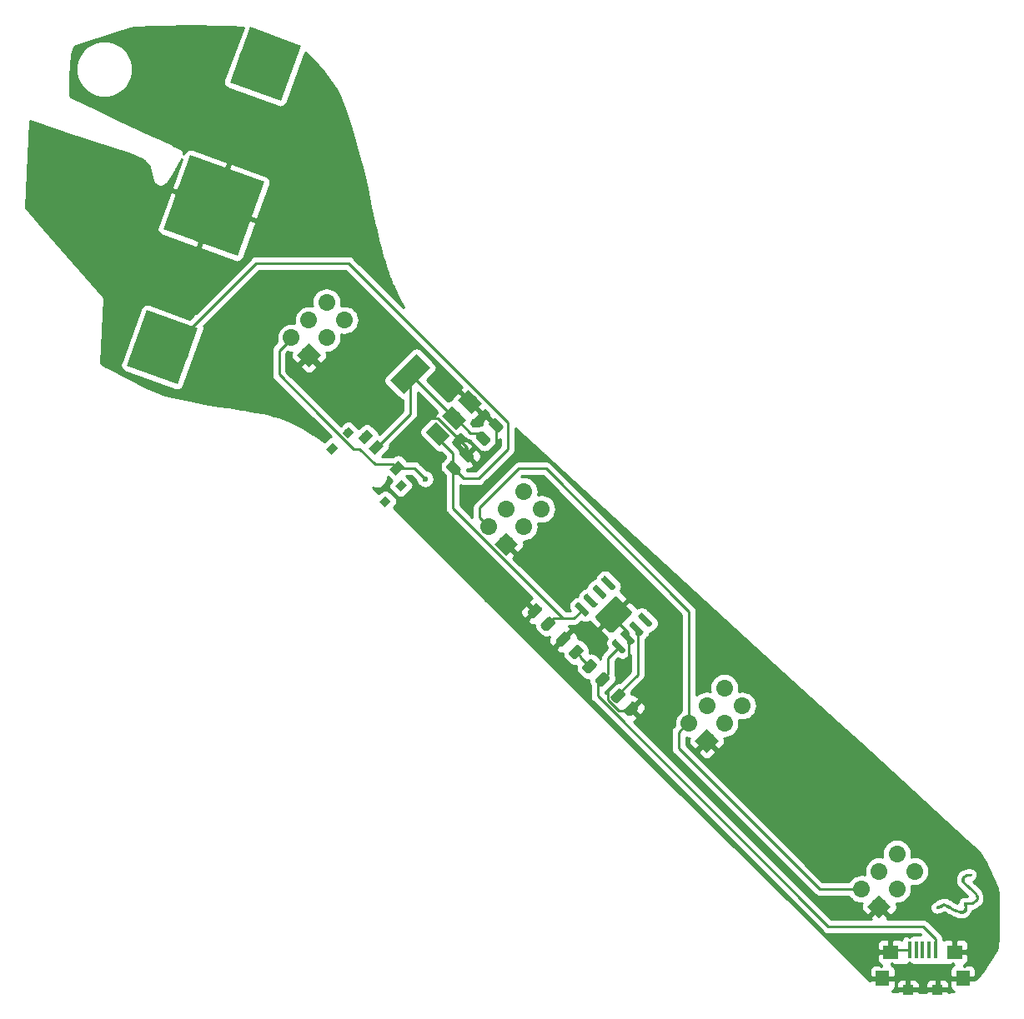
<source format=gbr>
G04 #@! TF.GenerationSoftware,KiCad,Pcbnew,5.1.2*
G04 #@! TF.CreationDate,2019-06-30T21:34:46-05:00*
G04 #@! TF.ProjectId,Wrench,5772656e-6368-42e6-9b69-6361645f7063,rev?*
G04 #@! TF.SameCoordinates,Original*
G04 #@! TF.FileFunction,Copper,L2,Bot*
G04 #@! TF.FilePolarity,Positive*
%FSLAX46Y46*%
G04 Gerber Fmt 4.6, Leading zero omitted, Abs format (unit mm)*
G04 Created by KiCad (PCBNEW 5.1.2) date 2019-06-30 21:34:46*
%MOMM*%
%LPD*%
G04 APERTURE LIST*
%ADD10C,0.010000*%
%ADD11C,5.500000*%
%ADD12C,0.100000*%
%ADD13C,8.000000*%
%ADD14C,0.975000*%
%ADD15C,1.700000*%
%ADD16C,1.700000*%
%ADD17R,1.100000X1.000000*%
%ADD18R,1.350000X1.500000*%
%ADD19R,0.400000X1.800000*%
%ADD20R,1.500000X1.400000*%
%ADD21C,0.800000*%
%ADD22C,0.900000*%
%ADD23C,2.410000*%
%ADD24C,0.500000*%
%ADD25C,0.600000*%
%ADD26C,2.000000*%
%ADD27C,1.500000*%
%ADD28C,0.250000*%
%ADD29C,0.254000*%
G04 APERTURE END LIST*
D10*
G36*
X183431165Y-132805167D02*
G01*
X183367014Y-132999906D01*
X183365508Y-133190637D01*
X183368210Y-133203777D01*
X183390560Y-133280584D01*
X183428115Y-133348532D01*
X183494775Y-133424346D01*
X183604444Y-133524756D01*
X183710048Y-133615085D01*
X183866863Y-133752676D01*
X184057160Y-133927147D01*
X184255363Y-134114713D01*
X184413575Y-134269294D01*
X184577085Y-134433851D01*
X184689620Y-134553222D01*
X184761432Y-134640706D01*
X184802770Y-134709600D01*
X184823882Y-134773203D01*
X184830513Y-134810249D01*
X184829811Y-134930986D01*
X184777594Y-135039389D01*
X184731904Y-135096708D01*
X184543103Y-135258454D01*
X184313269Y-135350818D01*
X184036297Y-135375958D01*
X183954363Y-135371636D01*
X183800035Y-135365331D01*
X183678245Y-135371066D01*
X183614040Y-135387577D01*
X183612562Y-135388887D01*
X183596634Y-135451650D01*
X183603859Y-135562716D01*
X183614447Y-135619016D01*
X183645114Y-135858088D01*
X183619697Y-136044865D01*
X183540801Y-136174382D01*
X183411025Y-136241673D01*
X183284486Y-136248551D01*
X183150496Y-136228662D01*
X183010321Y-136187879D01*
X182846707Y-136119227D01*
X182642403Y-136015731D01*
X182458300Y-135914531D01*
X182267177Y-135807504D01*
X182067995Y-135696333D01*
X181897062Y-135601272D01*
X181862454Y-135582098D01*
X181611741Y-135443348D01*
X181193405Y-135630506D01*
X180983668Y-135729071D01*
X180848823Y-135804139D01*
X180783431Y-135858959D01*
X180775068Y-135880499D01*
X180795148Y-135943757D01*
X180860632Y-135962661D01*
X180979385Y-135936523D01*
X181159275Y-135864660D01*
X181207332Y-135842878D01*
X181364213Y-135774018D01*
X181497145Y-135721733D01*
X181583371Y-135694786D01*
X181596731Y-135692953D01*
X181656351Y-135712675D01*
X181773376Y-135767773D01*
X181932379Y-135850447D01*
X182117933Y-135952898D01*
X182172419Y-135983994D01*
X182520542Y-136175827D01*
X182811194Y-136316450D01*
X183052529Y-136408154D01*
X183252701Y-136453225D01*
X183419863Y-136453952D01*
X183562169Y-136412622D01*
X183609809Y-136387336D01*
X183734602Y-136266494D01*
X183817517Y-136089470D01*
X183849756Y-135878019D01*
X183847430Y-135799763D01*
X183829456Y-135568161D01*
X184074721Y-135573054D01*
X184322928Y-135560328D01*
X184525298Y-135503440D01*
X184713978Y-135391185D01*
X184803719Y-135318991D01*
X184919502Y-135212117D01*
X184985642Y-135124017D01*
X185021935Y-135025022D01*
X185032430Y-134976248D01*
X185032693Y-134795142D01*
X184964955Y-134598161D01*
X184826975Y-134382339D01*
X184616505Y-134144707D01*
X184331301Y-133882300D01*
X184006896Y-133620987D01*
X183808930Y-133463698D01*
X183674114Y-133339127D01*
X183594512Y-133233996D01*
X183562192Y-133135026D01*
X183569218Y-133028941D01*
X183596439Y-132934079D01*
X183667165Y-132799683D01*
X183778072Y-132714917D01*
X183943903Y-132671790D01*
X184098238Y-132662130D01*
X184226169Y-132655056D01*
X184292148Y-132632496D01*
X184318662Y-132585163D01*
X184321516Y-132569965D01*
X184323463Y-132504802D01*
X184284381Y-132474599D01*
X184215537Y-132459740D01*
X184057961Y-132456929D01*
X183874590Y-132489284D01*
X183699646Y-132547549D01*
X183567351Y-132622469D01*
X183547134Y-132640501D01*
X183431165Y-132805167D01*
X183431165Y-132805167D01*
G37*
X183431165Y-132805167D02*
X183367014Y-132999906D01*
X183365508Y-133190637D01*
X183368210Y-133203777D01*
X183390560Y-133280584D01*
X183428115Y-133348532D01*
X183494775Y-133424346D01*
X183604444Y-133524756D01*
X183710048Y-133615085D01*
X183866863Y-133752676D01*
X184057160Y-133927147D01*
X184255363Y-134114713D01*
X184413575Y-134269294D01*
X184577085Y-134433851D01*
X184689620Y-134553222D01*
X184761432Y-134640706D01*
X184802770Y-134709600D01*
X184823882Y-134773203D01*
X184830513Y-134810249D01*
X184829811Y-134930986D01*
X184777594Y-135039389D01*
X184731904Y-135096708D01*
X184543103Y-135258454D01*
X184313269Y-135350818D01*
X184036297Y-135375958D01*
X183954363Y-135371636D01*
X183800035Y-135365331D01*
X183678245Y-135371066D01*
X183614040Y-135387577D01*
X183612562Y-135388887D01*
X183596634Y-135451650D01*
X183603859Y-135562716D01*
X183614447Y-135619016D01*
X183645114Y-135858088D01*
X183619697Y-136044865D01*
X183540801Y-136174382D01*
X183411025Y-136241673D01*
X183284486Y-136248551D01*
X183150496Y-136228662D01*
X183010321Y-136187879D01*
X182846707Y-136119227D01*
X182642403Y-136015731D01*
X182458300Y-135914531D01*
X182267177Y-135807504D01*
X182067995Y-135696333D01*
X181897062Y-135601272D01*
X181862454Y-135582098D01*
X181611741Y-135443348D01*
X181193405Y-135630506D01*
X180983668Y-135729071D01*
X180848823Y-135804139D01*
X180783431Y-135858959D01*
X180775068Y-135880499D01*
X180795148Y-135943757D01*
X180860632Y-135962661D01*
X180979385Y-135936523D01*
X181159275Y-135864660D01*
X181207332Y-135842878D01*
X181364213Y-135774018D01*
X181497145Y-135721733D01*
X181583371Y-135694786D01*
X181596731Y-135692953D01*
X181656351Y-135712675D01*
X181773376Y-135767773D01*
X181932379Y-135850447D01*
X182117933Y-135952898D01*
X182172419Y-135983994D01*
X182520542Y-136175827D01*
X182811194Y-136316450D01*
X183052529Y-136408154D01*
X183252701Y-136453225D01*
X183419863Y-136453952D01*
X183562169Y-136412622D01*
X183609809Y-136387336D01*
X183734602Y-136266494D01*
X183817517Y-136089470D01*
X183849756Y-135878019D01*
X183847430Y-135799763D01*
X183829456Y-135568161D01*
X184074721Y-135573054D01*
X184322928Y-135560328D01*
X184525298Y-135503440D01*
X184713978Y-135391185D01*
X184803719Y-135318991D01*
X184919502Y-135212117D01*
X184985642Y-135124017D01*
X185021935Y-135025022D01*
X185032430Y-134976248D01*
X185032693Y-134795142D01*
X184964955Y-134598161D01*
X184826975Y-134382339D01*
X184616505Y-134144707D01*
X184331301Y-133882300D01*
X184006896Y-133620987D01*
X183808930Y-133463698D01*
X183674114Y-133339127D01*
X183594512Y-133233996D01*
X183562192Y-133135026D01*
X183569218Y-133028941D01*
X183596439Y-132934079D01*
X183667165Y-132799683D01*
X183778072Y-132714917D01*
X183943903Y-132671790D01*
X184098238Y-132662130D01*
X184226169Y-132655056D01*
X184292148Y-132632496D01*
X184318662Y-132585163D01*
X184321516Y-132569965D01*
X184323463Y-132504802D01*
X184284381Y-132474599D01*
X184215537Y-132459740D01*
X184057961Y-132456929D01*
X183874590Y-132489284D01*
X183699646Y-132547549D01*
X183567351Y-132622469D01*
X183547134Y-132640501D01*
X183431165Y-132805167D01*
D11*
X102200000Y-78920000D03*
D12*
G36*
X103758094Y-82679633D02*
G01*
X98589785Y-80798522D01*
X100641906Y-75160367D01*
X105810215Y-77041478D01*
X103758094Y-82679633D01*
X103758094Y-82679633D01*
G37*
D11*
X112665816Y-50165406D03*
D12*
G36*
X114223910Y-53925039D02*
G01*
X109055601Y-52043928D01*
X111107722Y-46405773D01*
X116276031Y-48286884D01*
X114223910Y-53925039D01*
X114223910Y-53925039D01*
G37*
D13*
X107432908Y-64542703D03*
D12*
G36*
X109823598Y-69669554D02*
G01*
X102306057Y-66933393D01*
X105042218Y-59415852D01*
X112559759Y-62152013D01*
X109823598Y-69669554D01*
X109823598Y-69669554D01*
G37*
G36*
X147074152Y-111962449D02*
G01*
X147097813Y-111965959D01*
X147121017Y-111971771D01*
X147143539Y-111979829D01*
X147165163Y-111990057D01*
X147185680Y-112002354D01*
X147204893Y-112016604D01*
X147222617Y-112032668D01*
X147567332Y-112377383D01*
X147583396Y-112395107D01*
X147597646Y-112414320D01*
X147609943Y-112434837D01*
X147620171Y-112456461D01*
X147628229Y-112478983D01*
X147634041Y-112502187D01*
X147637551Y-112525848D01*
X147638725Y-112549740D01*
X147637551Y-112573632D01*
X147634041Y-112597293D01*
X147628229Y-112620497D01*
X147620171Y-112643019D01*
X147609943Y-112664643D01*
X147597646Y-112685160D01*
X147583396Y-112704373D01*
X147567332Y-112722097D01*
X146922097Y-113367332D01*
X146904373Y-113383396D01*
X146885160Y-113397646D01*
X146864643Y-113409943D01*
X146843019Y-113420171D01*
X146820497Y-113428229D01*
X146797293Y-113434041D01*
X146773632Y-113437551D01*
X146749740Y-113438725D01*
X146725848Y-113437551D01*
X146702187Y-113434041D01*
X146678983Y-113428229D01*
X146656461Y-113420171D01*
X146634837Y-113409943D01*
X146614320Y-113397646D01*
X146595107Y-113383396D01*
X146577383Y-113367332D01*
X146232668Y-113022617D01*
X146216604Y-113004893D01*
X146202354Y-112985680D01*
X146190057Y-112965163D01*
X146179829Y-112943539D01*
X146171771Y-112921017D01*
X146165959Y-112897813D01*
X146162449Y-112874152D01*
X146161275Y-112850260D01*
X146162449Y-112826368D01*
X146165959Y-112802707D01*
X146171771Y-112779503D01*
X146179829Y-112756981D01*
X146190057Y-112735357D01*
X146202354Y-112714840D01*
X146216604Y-112695627D01*
X146232668Y-112677903D01*
X146877903Y-112032668D01*
X146895627Y-112016604D01*
X146914840Y-112002354D01*
X146935357Y-111990057D01*
X146956981Y-111979829D01*
X146979503Y-111971771D01*
X147002707Y-111965959D01*
X147026368Y-111962449D01*
X147050260Y-111961275D01*
X147074152Y-111962449D01*
X147074152Y-111962449D01*
G37*
D14*
X146900000Y-112700000D03*
D12*
G36*
X145748326Y-110636623D02*
G01*
X145771987Y-110640133D01*
X145795191Y-110645945D01*
X145817713Y-110654003D01*
X145839337Y-110664231D01*
X145859854Y-110676528D01*
X145879067Y-110690778D01*
X145896791Y-110706842D01*
X146241506Y-111051557D01*
X146257570Y-111069281D01*
X146271820Y-111088494D01*
X146284117Y-111109011D01*
X146294345Y-111130635D01*
X146302403Y-111153157D01*
X146308215Y-111176361D01*
X146311725Y-111200022D01*
X146312899Y-111223914D01*
X146311725Y-111247806D01*
X146308215Y-111271467D01*
X146302403Y-111294671D01*
X146294345Y-111317193D01*
X146284117Y-111338817D01*
X146271820Y-111359334D01*
X146257570Y-111378547D01*
X146241506Y-111396271D01*
X145596271Y-112041506D01*
X145578547Y-112057570D01*
X145559334Y-112071820D01*
X145538817Y-112084117D01*
X145517193Y-112094345D01*
X145494671Y-112102403D01*
X145471467Y-112108215D01*
X145447806Y-112111725D01*
X145423914Y-112112899D01*
X145400022Y-112111725D01*
X145376361Y-112108215D01*
X145353157Y-112102403D01*
X145330635Y-112094345D01*
X145309011Y-112084117D01*
X145288494Y-112071820D01*
X145269281Y-112057570D01*
X145251557Y-112041506D01*
X144906842Y-111696791D01*
X144890778Y-111679067D01*
X144876528Y-111659854D01*
X144864231Y-111639337D01*
X144854003Y-111617713D01*
X144845945Y-111595191D01*
X144840133Y-111571987D01*
X144836623Y-111548326D01*
X144835449Y-111524434D01*
X144836623Y-111500542D01*
X144840133Y-111476881D01*
X144845945Y-111453677D01*
X144854003Y-111431155D01*
X144864231Y-111409531D01*
X144876528Y-111389014D01*
X144890778Y-111369801D01*
X144906842Y-111352077D01*
X145552077Y-110706842D01*
X145569801Y-110690778D01*
X145589014Y-110676528D01*
X145609531Y-110664231D01*
X145631155Y-110654003D01*
X145653677Y-110645945D01*
X145676881Y-110640133D01*
X145700542Y-110636623D01*
X145724434Y-110635449D01*
X145748326Y-110636623D01*
X145748326Y-110636623D01*
G37*
D14*
X145574174Y-111374174D03*
D12*
G36*
X131647806Y-90488275D02*
G01*
X131671467Y-90491785D01*
X131694671Y-90497597D01*
X131717193Y-90505655D01*
X131738817Y-90515883D01*
X131759334Y-90528180D01*
X131778547Y-90542430D01*
X131796271Y-90558494D01*
X132441506Y-91203729D01*
X132457570Y-91221453D01*
X132471820Y-91240666D01*
X132484117Y-91261183D01*
X132494345Y-91282807D01*
X132502403Y-91305329D01*
X132508215Y-91328533D01*
X132511725Y-91352194D01*
X132512899Y-91376086D01*
X132511725Y-91399978D01*
X132508215Y-91423639D01*
X132502403Y-91446843D01*
X132494345Y-91469365D01*
X132484117Y-91490989D01*
X132471820Y-91511506D01*
X132457570Y-91530719D01*
X132441506Y-91548443D01*
X132096791Y-91893158D01*
X132079067Y-91909222D01*
X132059854Y-91923472D01*
X132039337Y-91935769D01*
X132017713Y-91945997D01*
X131995191Y-91954055D01*
X131971987Y-91959867D01*
X131948326Y-91963377D01*
X131924434Y-91964551D01*
X131900542Y-91963377D01*
X131876881Y-91959867D01*
X131853677Y-91954055D01*
X131831155Y-91945997D01*
X131809531Y-91935769D01*
X131789014Y-91923472D01*
X131769801Y-91909222D01*
X131752077Y-91893158D01*
X131106842Y-91247923D01*
X131090778Y-91230199D01*
X131076528Y-91210986D01*
X131064231Y-91190469D01*
X131054003Y-91168845D01*
X131045945Y-91146323D01*
X131040133Y-91123119D01*
X131036623Y-91099458D01*
X131035449Y-91075566D01*
X131036623Y-91051674D01*
X131040133Y-91028013D01*
X131045945Y-91004809D01*
X131054003Y-90982287D01*
X131064231Y-90960663D01*
X131076528Y-90940146D01*
X131090778Y-90920933D01*
X131106842Y-90903209D01*
X131451557Y-90558494D01*
X131469281Y-90542430D01*
X131488494Y-90528180D01*
X131509011Y-90515883D01*
X131530635Y-90505655D01*
X131553157Y-90497597D01*
X131576361Y-90491785D01*
X131600022Y-90488275D01*
X131623914Y-90487101D01*
X131647806Y-90488275D01*
X131647806Y-90488275D01*
G37*
D14*
X131774174Y-91225826D03*
D12*
G36*
X132973632Y-89162449D02*
G01*
X132997293Y-89165959D01*
X133020497Y-89171771D01*
X133043019Y-89179829D01*
X133064643Y-89190057D01*
X133085160Y-89202354D01*
X133104373Y-89216604D01*
X133122097Y-89232668D01*
X133767332Y-89877903D01*
X133783396Y-89895627D01*
X133797646Y-89914840D01*
X133809943Y-89935357D01*
X133820171Y-89956981D01*
X133828229Y-89979503D01*
X133834041Y-90002707D01*
X133837551Y-90026368D01*
X133838725Y-90050260D01*
X133837551Y-90074152D01*
X133834041Y-90097813D01*
X133828229Y-90121017D01*
X133820171Y-90143539D01*
X133809943Y-90165163D01*
X133797646Y-90185680D01*
X133783396Y-90204893D01*
X133767332Y-90222617D01*
X133422617Y-90567332D01*
X133404893Y-90583396D01*
X133385680Y-90597646D01*
X133365163Y-90609943D01*
X133343539Y-90620171D01*
X133321017Y-90628229D01*
X133297813Y-90634041D01*
X133274152Y-90637551D01*
X133250260Y-90638725D01*
X133226368Y-90637551D01*
X133202707Y-90634041D01*
X133179503Y-90628229D01*
X133156981Y-90620171D01*
X133135357Y-90609943D01*
X133114840Y-90597646D01*
X133095627Y-90583396D01*
X133077903Y-90567332D01*
X132432668Y-89922097D01*
X132416604Y-89904373D01*
X132402354Y-89885160D01*
X132390057Y-89864643D01*
X132379829Y-89843019D01*
X132371771Y-89820497D01*
X132365959Y-89797293D01*
X132362449Y-89773632D01*
X132361275Y-89749740D01*
X132362449Y-89725848D01*
X132365959Y-89702187D01*
X132371771Y-89678983D01*
X132379829Y-89656461D01*
X132390057Y-89634837D01*
X132402354Y-89614320D01*
X132416604Y-89595107D01*
X132432668Y-89577383D01*
X132777383Y-89232668D01*
X132795107Y-89216604D01*
X132814320Y-89202354D01*
X132834837Y-89190057D01*
X132856461Y-89179829D01*
X132878983Y-89171771D01*
X132902187Y-89165959D01*
X132925848Y-89162449D01*
X132949740Y-89161275D01*
X132973632Y-89162449D01*
X132973632Y-89162449D01*
G37*
D14*
X133100000Y-89900000D03*
D12*
G36*
X140211239Y-104999536D02*
G01*
X140234900Y-105003046D01*
X140258104Y-105008858D01*
X140280626Y-105016916D01*
X140302250Y-105027144D01*
X140322767Y-105039441D01*
X140341980Y-105053691D01*
X140359704Y-105069755D01*
X140704419Y-105414470D01*
X140720483Y-105432194D01*
X140734733Y-105451407D01*
X140747030Y-105471924D01*
X140757258Y-105493548D01*
X140765316Y-105516070D01*
X140771128Y-105539274D01*
X140774638Y-105562935D01*
X140775812Y-105586827D01*
X140774638Y-105610719D01*
X140771128Y-105634380D01*
X140765316Y-105657584D01*
X140757258Y-105680106D01*
X140747030Y-105701730D01*
X140734733Y-105722247D01*
X140720483Y-105741460D01*
X140704419Y-105759184D01*
X140059184Y-106404419D01*
X140041460Y-106420483D01*
X140022247Y-106434733D01*
X140001730Y-106447030D01*
X139980106Y-106457258D01*
X139957584Y-106465316D01*
X139934380Y-106471128D01*
X139910719Y-106474638D01*
X139886827Y-106475812D01*
X139862935Y-106474638D01*
X139839274Y-106471128D01*
X139816070Y-106465316D01*
X139793548Y-106457258D01*
X139771924Y-106447030D01*
X139751407Y-106434733D01*
X139732194Y-106420483D01*
X139714470Y-106404419D01*
X139369755Y-106059704D01*
X139353691Y-106041980D01*
X139339441Y-106022767D01*
X139327144Y-106002250D01*
X139316916Y-105980626D01*
X139308858Y-105958104D01*
X139303046Y-105934900D01*
X139299536Y-105911239D01*
X139298362Y-105887347D01*
X139299536Y-105863455D01*
X139303046Y-105839794D01*
X139308858Y-105816590D01*
X139316916Y-105794068D01*
X139327144Y-105772444D01*
X139339441Y-105751927D01*
X139353691Y-105732714D01*
X139369755Y-105714990D01*
X140014990Y-105069755D01*
X140032714Y-105053691D01*
X140051927Y-105039441D01*
X140072444Y-105027144D01*
X140094068Y-105016916D01*
X140116590Y-105008858D01*
X140139794Y-105003046D01*
X140163455Y-104999536D01*
X140187347Y-104998362D01*
X140211239Y-104999536D01*
X140211239Y-104999536D01*
G37*
D14*
X140037087Y-105737087D03*
D12*
G36*
X141537065Y-106325362D02*
G01*
X141560726Y-106328872D01*
X141583930Y-106334684D01*
X141606452Y-106342742D01*
X141628076Y-106352970D01*
X141648593Y-106365267D01*
X141667806Y-106379517D01*
X141685530Y-106395581D01*
X142030245Y-106740296D01*
X142046309Y-106758020D01*
X142060559Y-106777233D01*
X142072856Y-106797750D01*
X142083084Y-106819374D01*
X142091142Y-106841896D01*
X142096954Y-106865100D01*
X142100464Y-106888761D01*
X142101638Y-106912653D01*
X142100464Y-106936545D01*
X142096954Y-106960206D01*
X142091142Y-106983410D01*
X142083084Y-107005932D01*
X142072856Y-107027556D01*
X142060559Y-107048073D01*
X142046309Y-107067286D01*
X142030245Y-107085010D01*
X141385010Y-107730245D01*
X141367286Y-107746309D01*
X141348073Y-107760559D01*
X141327556Y-107772856D01*
X141305932Y-107783084D01*
X141283410Y-107791142D01*
X141260206Y-107796954D01*
X141236545Y-107800464D01*
X141212653Y-107801638D01*
X141188761Y-107800464D01*
X141165100Y-107796954D01*
X141141896Y-107791142D01*
X141119374Y-107783084D01*
X141097750Y-107772856D01*
X141077233Y-107760559D01*
X141058020Y-107746309D01*
X141040296Y-107730245D01*
X140695581Y-107385530D01*
X140679517Y-107367806D01*
X140665267Y-107348593D01*
X140652970Y-107328076D01*
X140642742Y-107306452D01*
X140634684Y-107283930D01*
X140628872Y-107260726D01*
X140625362Y-107237065D01*
X140624188Y-107213173D01*
X140625362Y-107189281D01*
X140628872Y-107165620D01*
X140634684Y-107142416D01*
X140642742Y-107119894D01*
X140652970Y-107098270D01*
X140665267Y-107077753D01*
X140679517Y-107058540D01*
X140695581Y-107040816D01*
X141340816Y-106395581D01*
X141358540Y-106379517D01*
X141377753Y-106365267D01*
X141398270Y-106352970D01*
X141419894Y-106342742D01*
X141442416Y-106334684D01*
X141465620Y-106328872D01*
X141489281Y-106325362D01*
X141513173Y-106324188D01*
X141537065Y-106325362D01*
X141537065Y-106325362D01*
G37*
D14*
X141362913Y-107062913D03*
D12*
G36*
X135973632Y-86162449D02*
G01*
X135997293Y-86165959D01*
X136020497Y-86171771D01*
X136043019Y-86179829D01*
X136064643Y-86190057D01*
X136085160Y-86202354D01*
X136104373Y-86216604D01*
X136122097Y-86232668D01*
X136767332Y-86877903D01*
X136783396Y-86895627D01*
X136797646Y-86914840D01*
X136809943Y-86935357D01*
X136820171Y-86956981D01*
X136828229Y-86979503D01*
X136834041Y-87002707D01*
X136837551Y-87026368D01*
X136838725Y-87050260D01*
X136837551Y-87074152D01*
X136834041Y-87097813D01*
X136828229Y-87121017D01*
X136820171Y-87143539D01*
X136809943Y-87165163D01*
X136797646Y-87185680D01*
X136783396Y-87204893D01*
X136767332Y-87222617D01*
X136422617Y-87567332D01*
X136404893Y-87583396D01*
X136385680Y-87597646D01*
X136365163Y-87609943D01*
X136343539Y-87620171D01*
X136321017Y-87628229D01*
X136297813Y-87634041D01*
X136274152Y-87637551D01*
X136250260Y-87638725D01*
X136226368Y-87637551D01*
X136202707Y-87634041D01*
X136179503Y-87628229D01*
X136156981Y-87620171D01*
X136135357Y-87609943D01*
X136114840Y-87597646D01*
X136095627Y-87583396D01*
X136077903Y-87567332D01*
X135432668Y-86922097D01*
X135416604Y-86904373D01*
X135402354Y-86885160D01*
X135390057Y-86864643D01*
X135379829Y-86843019D01*
X135371771Y-86820497D01*
X135365959Y-86797293D01*
X135362449Y-86773632D01*
X135361275Y-86749740D01*
X135362449Y-86725848D01*
X135365959Y-86702187D01*
X135371771Y-86678983D01*
X135379829Y-86656461D01*
X135390057Y-86634837D01*
X135402354Y-86614320D01*
X135416604Y-86595107D01*
X135432668Y-86577383D01*
X135777383Y-86232668D01*
X135795107Y-86216604D01*
X135814320Y-86202354D01*
X135834837Y-86190057D01*
X135856461Y-86179829D01*
X135878983Y-86171771D01*
X135902187Y-86165959D01*
X135925848Y-86162449D01*
X135949740Y-86161275D01*
X135973632Y-86162449D01*
X135973632Y-86162449D01*
G37*
D14*
X136100000Y-86900000D03*
D12*
G36*
X134647806Y-87488275D02*
G01*
X134671467Y-87491785D01*
X134694671Y-87497597D01*
X134717193Y-87505655D01*
X134738817Y-87515883D01*
X134759334Y-87528180D01*
X134778547Y-87542430D01*
X134796271Y-87558494D01*
X135441506Y-88203729D01*
X135457570Y-88221453D01*
X135471820Y-88240666D01*
X135484117Y-88261183D01*
X135494345Y-88282807D01*
X135502403Y-88305329D01*
X135508215Y-88328533D01*
X135511725Y-88352194D01*
X135512899Y-88376086D01*
X135511725Y-88399978D01*
X135508215Y-88423639D01*
X135502403Y-88446843D01*
X135494345Y-88469365D01*
X135484117Y-88490989D01*
X135471820Y-88511506D01*
X135457570Y-88530719D01*
X135441506Y-88548443D01*
X135096791Y-88893158D01*
X135079067Y-88909222D01*
X135059854Y-88923472D01*
X135039337Y-88935769D01*
X135017713Y-88945997D01*
X134995191Y-88954055D01*
X134971987Y-88959867D01*
X134948326Y-88963377D01*
X134924434Y-88964551D01*
X134900542Y-88963377D01*
X134876881Y-88959867D01*
X134853677Y-88954055D01*
X134831155Y-88945997D01*
X134809531Y-88935769D01*
X134789014Y-88923472D01*
X134769801Y-88909222D01*
X134752077Y-88893158D01*
X134106842Y-88247923D01*
X134090778Y-88230199D01*
X134076528Y-88210986D01*
X134064231Y-88190469D01*
X134054003Y-88168845D01*
X134045945Y-88146323D01*
X134040133Y-88123119D01*
X134036623Y-88099458D01*
X134035449Y-88075566D01*
X134036623Y-88051674D01*
X134040133Y-88028013D01*
X134045945Y-88004809D01*
X134054003Y-87982287D01*
X134064231Y-87960663D01*
X134076528Y-87940146D01*
X134090778Y-87920933D01*
X134106842Y-87903209D01*
X134451557Y-87558494D01*
X134469281Y-87542430D01*
X134488494Y-87528180D01*
X134509011Y-87515883D01*
X134530635Y-87505655D01*
X134553157Y-87497597D01*
X134576361Y-87491785D01*
X134600022Y-87488275D01*
X134623914Y-87487101D01*
X134647806Y-87488275D01*
X134647806Y-87488275D01*
G37*
D14*
X134774174Y-88225826D03*
D15*
X176786051Y-130411846D03*
D16*
X176786051Y-130411846D02*
X176786051Y-130411846D01*
D15*
X178582102Y-132207898D03*
D16*
X178582102Y-132207898D02*
X178582102Y-132207898D01*
D15*
X174990000Y-132207898D03*
D16*
X174990000Y-132207898D02*
X174990000Y-132207898D01*
D15*
X176786051Y-134003949D03*
D16*
X176786051Y-134003949D02*
X176786051Y-134003949D01*
D15*
X173193949Y-134003949D03*
D16*
X173193949Y-134003949D02*
X173193949Y-134003949D01*
D15*
X174990000Y-135800000D03*
D12*
G36*
X176192082Y-135800000D02*
G01*
X174990000Y-137002082D01*
X173787918Y-135800000D01*
X174990000Y-134597918D01*
X176192082Y-135800000D01*
X176192082Y-135800000D01*
G37*
D15*
X137100000Y-98982102D03*
D12*
G36*
X138302082Y-98982102D02*
G01*
X137100000Y-100184184D01*
X135897918Y-98982102D01*
X137100000Y-97780020D01*
X138302082Y-98982102D01*
X138302082Y-98982102D01*
G37*
D15*
X135303949Y-97186051D03*
D16*
X135303949Y-97186051D02*
X135303949Y-97186051D01*
D15*
X138896051Y-97186051D03*
D16*
X138896051Y-97186051D02*
X138896051Y-97186051D01*
D15*
X137100000Y-95390000D03*
D16*
X137100000Y-95390000D02*
X137100000Y-95390000D01*
D15*
X140692102Y-95390000D03*
D16*
X140692102Y-95390000D02*
X140692102Y-95390000D01*
D15*
X138896051Y-93593948D03*
D16*
X138896051Y-93593948D02*
X138896051Y-93593948D01*
D15*
X117093949Y-79776051D03*
D12*
G36*
X118296031Y-79776051D02*
G01*
X117093949Y-80978133D01*
X115891867Y-79776051D01*
X117093949Y-78573969D01*
X118296031Y-79776051D01*
X118296031Y-79776051D01*
G37*
D15*
X115297898Y-77980000D03*
D16*
X115297898Y-77980000D02*
X115297898Y-77980000D01*
D15*
X118890000Y-77980000D03*
D16*
X118890000Y-77980000D02*
X118890000Y-77980000D01*
D15*
X117093949Y-76183949D03*
D16*
X117093949Y-76183949D02*
X117093949Y-76183949D01*
D15*
X120686051Y-76183949D03*
D16*
X120686051Y-76183949D02*
X120686051Y-76183949D01*
D15*
X118890000Y-74387897D03*
D16*
X118890000Y-74387897D02*
X118890000Y-74387897D01*
D15*
X159280000Y-113577897D03*
D16*
X159280000Y-113577897D02*
X159280000Y-113577897D01*
D15*
X161076051Y-115373949D03*
D16*
X161076051Y-115373949D02*
X161076051Y-115373949D01*
D15*
X157483949Y-115373949D03*
D16*
X157483949Y-115373949D02*
X157483949Y-115373949D01*
D15*
X159280000Y-117170000D03*
D16*
X159280000Y-117170000D02*
X159280000Y-117170000D01*
D15*
X155687898Y-117170000D03*
D16*
X155687898Y-117170000D02*
X155687898Y-117170000D01*
D15*
X157483949Y-118966051D03*
D12*
G36*
X158686031Y-118966051D02*
G01*
X157483949Y-120168133D01*
X156281867Y-118966051D01*
X157483949Y-117763969D01*
X158686031Y-118966051D01*
X158686031Y-118966051D01*
G37*
D17*
X177900000Y-144250000D03*
X180900000Y-144250000D03*
D18*
X175325000Y-143070000D03*
X183475000Y-143070000D03*
D19*
X178100000Y-140200000D03*
X180700000Y-140200000D03*
X178750000Y-140200000D03*
X180050000Y-140200000D03*
X179400000Y-140200000D03*
D20*
X176150000Y-140400000D03*
X182650000Y-140400000D03*
D12*
G36*
X148648326Y-113636623D02*
G01*
X148671987Y-113640133D01*
X148695191Y-113645945D01*
X148717713Y-113654003D01*
X148739337Y-113664231D01*
X148759854Y-113676528D01*
X148779067Y-113690778D01*
X148796791Y-113706842D01*
X149141506Y-114051557D01*
X149157570Y-114069281D01*
X149171820Y-114088494D01*
X149184117Y-114109011D01*
X149194345Y-114130635D01*
X149202403Y-114153157D01*
X149208215Y-114176361D01*
X149211725Y-114200022D01*
X149212899Y-114223914D01*
X149211725Y-114247806D01*
X149208215Y-114271467D01*
X149202403Y-114294671D01*
X149194345Y-114317193D01*
X149184117Y-114338817D01*
X149171820Y-114359334D01*
X149157570Y-114378547D01*
X149141506Y-114396271D01*
X148496271Y-115041506D01*
X148478547Y-115057570D01*
X148459334Y-115071820D01*
X148438817Y-115084117D01*
X148417193Y-115094345D01*
X148394671Y-115102403D01*
X148371467Y-115108215D01*
X148347806Y-115111725D01*
X148323914Y-115112899D01*
X148300022Y-115111725D01*
X148276361Y-115108215D01*
X148253157Y-115102403D01*
X148230635Y-115094345D01*
X148209011Y-115084117D01*
X148188494Y-115071820D01*
X148169281Y-115057570D01*
X148151557Y-115041506D01*
X147806842Y-114696791D01*
X147790778Y-114679067D01*
X147776528Y-114659854D01*
X147764231Y-114639337D01*
X147754003Y-114617713D01*
X147745945Y-114595191D01*
X147740133Y-114571987D01*
X147736623Y-114548326D01*
X147735449Y-114524434D01*
X147736623Y-114500542D01*
X147740133Y-114476881D01*
X147745945Y-114453677D01*
X147754003Y-114431155D01*
X147764231Y-114409531D01*
X147776528Y-114389014D01*
X147790778Y-114369801D01*
X147806842Y-114352077D01*
X148452077Y-113706842D01*
X148469801Y-113690778D01*
X148489014Y-113676528D01*
X148509531Y-113664231D01*
X148531155Y-113654003D01*
X148553677Y-113645945D01*
X148576881Y-113640133D01*
X148600542Y-113636623D01*
X148624434Y-113635449D01*
X148648326Y-113636623D01*
X148648326Y-113636623D01*
G37*
D14*
X148474174Y-114374174D03*
D12*
G36*
X149974152Y-114962449D02*
G01*
X149997813Y-114965959D01*
X150021017Y-114971771D01*
X150043539Y-114979829D01*
X150065163Y-114990057D01*
X150085680Y-115002354D01*
X150104893Y-115016604D01*
X150122617Y-115032668D01*
X150467332Y-115377383D01*
X150483396Y-115395107D01*
X150497646Y-115414320D01*
X150509943Y-115434837D01*
X150520171Y-115456461D01*
X150528229Y-115478983D01*
X150534041Y-115502187D01*
X150537551Y-115525848D01*
X150538725Y-115549740D01*
X150537551Y-115573632D01*
X150534041Y-115597293D01*
X150528229Y-115620497D01*
X150520171Y-115643019D01*
X150509943Y-115664643D01*
X150497646Y-115685160D01*
X150483396Y-115704373D01*
X150467332Y-115722097D01*
X149822097Y-116367332D01*
X149804373Y-116383396D01*
X149785160Y-116397646D01*
X149764643Y-116409943D01*
X149743019Y-116420171D01*
X149720497Y-116428229D01*
X149697293Y-116434041D01*
X149673632Y-116437551D01*
X149649740Y-116438725D01*
X149625848Y-116437551D01*
X149602187Y-116434041D01*
X149578983Y-116428229D01*
X149556461Y-116420171D01*
X149534837Y-116409943D01*
X149514320Y-116397646D01*
X149495107Y-116383396D01*
X149477383Y-116367332D01*
X149132668Y-116022617D01*
X149116604Y-116004893D01*
X149102354Y-115985680D01*
X149090057Y-115965163D01*
X149079829Y-115943539D01*
X149071771Y-115921017D01*
X149065959Y-115897813D01*
X149062449Y-115874152D01*
X149061275Y-115850260D01*
X149062449Y-115826368D01*
X149065959Y-115802707D01*
X149071771Y-115779503D01*
X149079829Y-115756981D01*
X149090057Y-115735357D01*
X149102354Y-115714840D01*
X149116604Y-115695627D01*
X149132668Y-115677903D01*
X149777903Y-115032668D01*
X149795627Y-115016604D01*
X149814840Y-115002354D01*
X149835357Y-114990057D01*
X149856981Y-114979829D01*
X149879503Y-114971771D01*
X149902707Y-114965959D01*
X149926368Y-114962449D01*
X149950260Y-114961275D01*
X149974152Y-114962449D01*
X149974152Y-114962449D01*
G37*
D14*
X149800000Y-115700000D03*
D12*
G36*
X144399978Y-109188275D02*
G01*
X144423639Y-109191785D01*
X144446843Y-109197597D01*
X144469365Y-109205655D01*
X144490989Y-109215883D01*
X144511506Y-109228180D01*
X144530719Y-109242430D01*
X144548443Y-109258494D01*
X144893158Y-109603209D01*
X144909222Y-109620933D01*
X144923472Y-109640146D01*
X144935769Y-109660663D01*
X144945997Y-109682287D01*
X144954055Y-109704809D01*
X144959867Y-109728013D01*
X144963377Y-109751674D01*
X144964551Y-109775566D01*
X144963377Y-109799458D01*
X144959867Y-109823119D01*
X144954055Y-109846323D01*
X144945997Y-109868845D01*
X144935769Y-109890469D01*
X144923472Y-109910986D01*
X144909222Y-109930199D01*
X144893158Y-109947923D01*
X144247923Y-110593158D01*
X144230199Y-110609222D01*
X144210986Y-110623472D01*
X144190469Y-110635769D01*
X144168845Y-110645997D01*
X144146323Y-110654055D01*
X144123119Y-110659867D01*
X144099458Y-110663377D01*
X144075566Y-110664551D01*
X144051674Y-110663377D01*
X144028013Y-110659867D01*
X144004809Y-110654055D01*
X143982287Y-110645997D01*
X143960663Y-110635769D01*
X143940146Y-110623472D01*
X143920933Y-110609222D01*
X143903209Y-110593158D01*
X143558494Y-110248443D01*
X143542430Y-110230719D01*
X143528180Y-110211506D01*
X143515883Y-110190989D01*
X143505655Y-110169365D01*
X143497597Y-110146843D01*
X143491785Y-110123639D01*
X143488275Y-110099978D01*
X143487101Y-110076086D01*
X143488275Y-110052194D01*
X143491785Y-110028533D01*
X143497597Y-110005329D01*
X143505655Y-109982807D01*
X143515883Y-109961183D01*
X143528180Y-109940666D01*
X143542430Y-109921453D01*
X143558494Y-109903729D01*
X144203729Y-109258494D01*
X144221453Y-109242430D01*
X144240666Y-109228180D01*
X144261183Y-109215883D01*
X144282807Y-109205655D01*
X144305329Y-109197597D01*
X144328533Y-109191785D01*
X144352194Y-109188275D01*
X144376086Y-109187101D01*
X144399978Y-109188275D01*
X144399978Y-109188275D01*
G37*
D14*
X144225826Y-109925826D03*
D12*
G36*
X143074152Y-107862449D02*
G01*
X143097813Y-107865959D01*
X143121017Y-107871771D01*
X143143539Y-107879829D01*
X143165163Y-107890057D01*
X143185680Y-107902354D01*
X143204893Y-107916604D01*
X143222617Y-107932668D01*
X143567332Y-108277383D01*
X143583396Y-108295107D01*
X143597646Y-108314320D01*
X143609943Y-108334837D01*
X143620171Y-108356461D01*
X143628229Y-108378983D01*
X143634041Y-108402187D01*
X143637551Y-108425848D01*
X143638725Y-108449740D01*
X143637551Y-108473632D01*
X143634041Y-108497293D01*
X143628229Y-108520497D01*
X143620171Y-108543019D01*
X143609943Y-108564643D01*
X143597646Y-108585160D01*
X143583396Y-108604373D01*
X143567332Y-108622097D01*
X142922097Y-109267332D01*
X142904373Y-109283396D01*
X142885160Y-109297646D01*
X142864643Y-109309943D01*
X142843019Y-109320171D01*
X142820497Y-109328229D01*
X142797293Y-109334041D01*
X142773632Y-109337551D01*
X142749740Y-109338725D01*
X142725848Y-109337551D01*
X142702187Y-109334041D01*
X142678983Y-109328229D01*
X142656461Y-109320171D01*
X142634837Y-109309943D01*
X142614320Y-109297646D01*
X142595107Y-109283396D01*
X142577383Y-109267332D01*
X142232668Y-108922617D01*
X142216604Y-108904893D01*
X142202354Y-108885680D01*
X142190057Y-108865163D01*
X142179829Y-108843539D01*
X142171771Y-108821017D01*
X142165959Y-108797813D01*
X142162449Y-108774152D01*
X142161275Y-108750260D01*
X142162449Y-108726368D01*
X142165959Y-108702707D01*
X142171771Y-108679503D01*
X142179829Y-108656981D01*
X142190057Y-108635357D01*
X142202354Y-108614840D01*
X142216604Y-108595627D01*
X142232668Y-108577903D01*
X142877903Y-107932668D01*
X142895627Y-107916604D01*
X142914840Y-107902354D01*
X142935357Y-107890057D01*
X142956981Y-107879829D01*
X142979503Y-107871771D01*
X143002707Y-107865959D01*
X143026368Y-107862449D01*
X143050260Y-107861275D01*
X143074152Y-107862449D01*
X143074152Y-107862449D01*
G37*
D14*
X142900000Y-108600000D03*
D21*
X119439161Y-89265507D03*
D12*
G36*
X118838120Y-89300862D02*
G01*
X119474516Y-88664466D01*
X120040202Y-89230152D01*
X119403806Y-89866548D01*
X118838120Y-89300862D01*
X118838120Y-89300862D01*
G37*
D21*
X124813173Y-94639519D03*
D12*
G36*
X124212132Y-94674874D02*
G01*
X124848528Y-94038478D01*
X125414214Y-94604164D01*
X124777818Y-95240560D01*
X124212132Y-94674874D01*
X124212132Y-94674874D01*
G37*
D21*
X126446590Y-93020244D03*
D12*
G36*
X125845549Y-93055599D02*
G01*
X126481945Y-92419203D01*
X127047631Y-92984889D01*
X126411235Y-93621285D01*
X125845549Y-93055599D01*
X125845549Y-93055599D01*
G37*
D21*
X121065507Y-87639161D03*
D12*
G36*
X120464466Y-87674516D02*
G01*
X121100862Y-87038120D01*
X121666548Y-87603806D01*
X121030152Y-88240202D01*
X120464466Y-87674516D01*
X120464466Y-87674516D01*
G37*
D22*
X122850952Y-88045748D03*
D12*
G36*
X122090812Y-88169492D02*
G01*
X122974696Y-87285608D01*
X123611092Y-87922004D01*
X122727208Y-88805888D01*
X122090812Y-88169492D01*
X122090812Y-88169492D01*
G37*
D22*
X123911612Y-89106408D03*
D12*
G36*
X123151472Y-89230152D02*
G01*
X124035356Y-88346268D01*
X124671752Y-88982664D01*
X123787868Y-89866548D01*
X123151472Y-89230152D01*
X123151472Y-89230152D01*
G37*
D22*
X126032932Y-91227728D03*
D12*
G36*
X125272792Y-91351472D02*
G01*
X126156676Y-90467588D01*
X126793072Y-91103984D01*
X125909188Y-91987868D01*
X125272792Y-91351472D01*
X125272792Y-91351472D01*
G37*
G36*
X148293276Y-104279523D02*
G01*
X148317544Y-104283123D01*
X148341343Y-104289084D01*
X148364442Y-104297349D01*
X148386620Y-104307838D01*
X148407663Y-104320451D01*
X148427369Y-104335066D01*
X148445547Y-104351542D01*
X149796124Y-105702119D01*
X149812600Y-105720297D01*
X149827215Y-105740003D01*
X149839828Y-105761046D01*
X149850317Y-105783224D01*
X149858582Y-105806323D01*
X149864543Y-105830122D01*
X149868143Y-105854390D01*
X149869347Y-105878894D01*
X149868143Y-105903398D01*
X149864543Y-105927666D01*
X149858582Y-105951465D01*
X149850317Y-105974564D01*
X149839828Y-105996742D01*
X149827215Y-106017785D01*
X149812600Y-106037491D01*
X149796124Y-106055669D01*
X147957643Y-107894150D01*
X147939465Y-107910626D01*
X147919759Y-107925241D01*
X147898716Y-107937854D01*
X147876538Y-107948343D01*
X147853439Y-107956608D01*
X147829640Y-107962569D01*
X147805372Y-107966169D01*
X147780868Y-107967373D01*
X147756364Y-107966169D01*
X147732096Y-107962569D01*
X147708297Y-107956608D01*
X147685198Y-107948343D01*
X147663020Y-107937854D01*
X147641977Y-107925241D01*
X147622271Y-107910626D01*
X147604093Y-107894150D01*
X146253516Y-106543573D01*
X146237040Y-106525395D01*
X146222425Y-106505689D01*
X146209812Y-106484646D01*
X146199323Y-106462468D01*
X146191058Y-106439369D01*
X146185097Y-106415570D01*
X146181497Y-106391302D01*
X146180293Y-106366798D01*
X146181497Y-106342294D01*
X146185097Y-106318026D01*
X146191058Y-106294227D01*
X146199323Y-106271128D01*
X146209812Y-106248950D01*
X146222425Y-106227907D01*
X146237040Y-106208201D01*
X146253516Y-106190023D01*
X148091997Y-104351542D01*
X148110175Y-104335066D01*
X148129881Y-104320451D01*
X148150924Y-104307838D01*
X148173102Y-104297349D01*
X148196201Y-104289084D01*
X148220000Y-104283123D01*
X148244268Y-104279523D01*
X148268772Y-104278319D01*
X148293276Y-104279523D01*
X148293276Y-104279523D01*
G37*
D23*
X148024820Y-106122846D03*
D24*
X149619346Y-105878894D03*
X148268772Y-104528320D03*
X148700107Y-106798133D03*
X147349533Y-105447559D03*
X147780868Y-107717372D03*
X146430294Y-106366798D03*
D12*
G36*
X150906841Y-105934678D02*
G01*
X150921402Y-105936838D01*
X150935681Y-105940415D01*
X150949541Y-105945374D01*
X150962848Y-105951668D01*
X150975474Y-105959236D01*
X150987297Y-105968004D01*
X150998204Y-105977890D01*
X151917442Y-106897128D01*
X151927328Y-106908035D01*
X151936096Y-106919858D01*
X151943664Y-106932484D01*
X151949958Y-106945791D01*
X151954917Y-106959651D01*
X151958494Y-106973930D01*
X151960654Y-106988491D01*
X151961376Y-107003194D01*
X151960654Y-107017897D01*
X151958494Y-107032458D01*
X151954917Y-107046737D01*
X151949958Y-107060597D01*
X151943664Y-107073904D01*
X151936096Y-107086530D01*
X151927328Y-107098353D01*
X151917442Y-107109260D01*
X151705310Y-107321392D01*
X151694403Y-107331278D01*
X151682580Y-107340046D01*
X151669954Y-107347614D01*
X151656647Y-107353908D01*
X151642787Y-107358867D01*
X151628508Y-107362444D01*
X151613947Y-107364604D01*
X151599244Y-107365326D01*
X151584541Y-107364604D01*
X151569980Y-107362444D01*
X151555701Y-107358867D01*
X151541841Y-107353908D01*
X151528534Y-107347614D01*
X151515908Y-107340046D01*
X151504085Y-107331278D01*
X151493178Y-107321392D01*
X150573940Y-106402154D01*
X150564054Y-106391247D01*
X150555286Y-106379424D01*
X150547718Y-106366798D01*
X150541424Y-106353491D01*
X150536465Y-106339631D01*
X150532888Y-106325352D01*
X150530728Y-106310791D01*
X150530006Y-106296088D01*
X150530728Y-106281385D01*
X150532888Y-106266824D01*
X150536465Y-106252545D01*
X150541424Y-106238685D01*
X150547718Y-106225378D01*
X150555286Y-106212752D01*
X150564054Y-106200929D01*
X150573940Y-106190022D01*
X150786072Y-105977890D01*
X150796979Y-105968004D01*
X150808802Y-105959236D01*
X150821428Y-105951668D01*
X150834735Y-105945374D01*
X150848595Y-105940415D01*
X150862874Y-105936838D01*
X150877435Y-105934678D01*
X150892138Y-105933956D01*
X150906841Y-105934678D01*
X150906841Y-105934678D01*
G37*
D25*
X151245691Y-106649641D03*
D12*
G36*
X150008816Y-106832703D02*
G01*
X150023377Y-106834863D01*
X150037656Y-106838440D01*
X150051516Y-106843399D01*
X150064823Y-106849693D01*
X150077449Y-106857261D01*
X150089272Y-106866029D01*
X150100179Y-106875915D01*
X151019417Y-107795153D01*
X151029303Y-107806060D01*
X151038071Y-107817883D01*
X151045639Y-107830509D01*
X151051933Y-107843816D01*
X151056892Y-107857676D01*
X151060469Y-107871955D01*
X151062629Y-107886516D01*
X151063351Y-107901219D01*
X151062629Y-107915922D01*
X151060469Y-107930483D01*
X151056892Y-107944762D01*
X151051933Y-107958622D01*
X151045639Y-107971929D01*
X151038071Y-107984555D01*
X151029303Y-107996378D01*
X151019417Y-108007285D01*
X150807285Y-108219417D01*
X150796378Y-108229303D01*
X150784555Y-108238071D01*
X150771929Y-108245639D01*
X150758622Y-108251933D01*
X150744762Y-108256892D01*
X150730483Y-108260469D01*
X150715922Y-108262629D01*
X150701219Y-108263351D01*
X150686516Y-108262629D01*
X150671955Y-108260469D01*
X150657676Y-108256892D01*
X150643816Y-108251933D01*
X150630509Y-108245639D01*
X150617883Y-108238071D01*
X150606060Y-108229303D01*
X150595153Y-108219417D01*
X149675915Y-107300179D01*
X149666029Y-107289272D01*
X149657261Y-107277449D01*
X149649693Y-107264823D01*
X149643399Y-107251516D01*
X149638440Y-107237656D01*
X149634863Y-107223377D01*
X149632703Y-107208816D01*
X149631981Y-107194113D01*
X149632703Y-107179410D01*
X149634863Y-107164849D01*
X149638440Y-107150570D01*
X149643399Y-107136710D01*
X149649693Y-107123403D01*
X149657261Y-107110777D01*
X149666029Y-107098954D01*
X149675915Y-107088047D01*
X149888047Y-106875915D01*
X149898954Y-106866029D01*
X149910777Y-106857261D01*
X149923403Y-106849693D01*
X149936710Y-106843399D01*
X149950570Y-106838440D01*
X149964849Y-106834863D01*
X149979410Y-106832703D01*
X149994113Y-106831981D01*
X150008816Y-106832703D01*
X150008816Y-106832703D01*
G37*
D25*
X150347666Y-107547666D03*
D12*
G36*
X149110790Y-107730729D02*
G01*
X149125351Y-107732889D01*
X149139630Y-107736466D01*
X149153490Y-107741425D01*
X149166797Y-107747719D01*
X149179423Y-107755287D01*
X149191246Y-107764055D01*
X149202153Y-107773941D01*
X150121391Y-108693179D01*
X150131277Y-108704086D01*
X150140045Y-108715909D01*
X150147613Y-108728535D01*
X150153907Y-108741842D01*
X150158866Y-108755702D01*
X150162443Y-108769981D01*
X150164603Y-108784542D01*
X150165325Y-108799245D01*
X150164603Y-108813948D01*
X150162443Y-108828509D01*
X150158866Y-108842788D01*
X150153907Y-108856648D01*
X150147613Y-108869955D01*
X150140045Y-108882581D01*
X150131277Y-108894404D01*
X150121391Y-108905311D01*
X149909259Y-109117443D01*
X149898352Y-109127329D01*
X149886529Y-109136097D01*
X149873903Y-109143665D01*
X149860596Y-109149959D01*
X149846736Y-109154918D01*
X149832457Y-109158495D01*
X149817896Y-109160655D01*
X149803193Y-109161377D01*
X149788490Y-109160655D01*
X149773929Y-109158495D01*
X149759650Y-109154918D01*
X149745790Y-109149959D01*
X149732483Y-109143665D01*
X149719857Y-109136097D01*
X149708034Y-109127329D01*
X149697127Y-109117443D01*
X148777889Y-108198205D01*
X148768003Y-108187298D01*
X148759235Y-108175475D01*
X148751667Y-108162849D01*
X148745373Y-108149542D01*
X148740414Y-108135682D01*
X148736837Y-108121403D01*
X148734677Y-108106842D01*
X148733955Y-108092139D01*
X148734677Y-108077436D01*
X148736837Y-108062875D01*
X148740414Y-108048596D01*
X148745373Y-108034736D01*
X148751667Y-108021429D01*
X148759235Y-108008803D01*
X148768003Y-107996980D01*
X148777889Y-107986073D01*
X148990021Y-107773941D01*
X149000928Y-107764055D01*
X149012751Y-107755287D01*
X149025377Y-107747719D01*
X149038684Y-107741425D01*
X149052544Y-107736466D01*
X149066823Y-107732889D01*
X149081384Y-107730729D01*
X149096087Y-107730007D01*
X149110790Y-107730729D01*
X149110790Y-107730729D01*
G37*
D25*
X149449640Y-108445692D03*
D12*
G36*
X148212765Y-108628754D02*
G01*
X148227326Y-108630914D01*
X148241605Y-108634491D01*
X148255465Y-108639450D01*
X148268772Y-108645744D01*
X148281398Y-108653312D01*
X148293221Y-108662080D01*
X148304128Y-108671966D01*
X149223366Y-109591204D01*
X149233252Y-109602111D01*
X149242020Y-109613934D01*
X149249588Y-109626560D01*
X149255882Y-109639867D01*
X149260841Y-109653727D01*
X149264418Y-109668006D01*
X149266578Y-109682567D01*
X149267300Y-109697270D01*
X149266578Y-109711973D01*
X149264418Y-109726534D01*
X149260841Y-109740813D01*
X149255882Y-109754673D01*
X149249588Y-109767980D01*
X149242020Y-109780606D01*
X149233252Y-109792429D01*
X149223366Y-109803336D01*
X149011234Y-110015468D01*
X149000327Y-110025354D01*
X148988504Y-110034122D01*
X148975878Y-110041690D01*
X148962571Y-110047984D01*
X148948711Y-110052943D01*
X148934432Y-110056520D01*
X148919871Y-110058680D01*
X148905168Y-110059402D01*
X148890465Y-110058680D01*
X148875904Y-110056520D01*
X148861625Y-110052943D01*
X148847765Y-110047984D01*
X148834458Y-110041690D01*
X148821832Y-110034122D01*
X148810009Y-110025354D01*
X148799102Y-110015468D01*
X147879864Y-109096230D01*
X147869978Y-109085323D01*
X147861210Y-109073500D01*
X147853642Y-109060874D01*
X147847348Y-109047567D01*
X147842389Y-109033707D01*
X147838812Y-109019428D01*
X147836652Y-109004867D01*
X147835930Y-108990164D01*
X147836652Y-108975461D01*
X147838812Y-108960900D01*
X147842389Y-108946621D01*
X147847348Y-108932761D01*
X147853642Y-108919454D01*
X147861210Y-108906828D01*
X147869978Y-108895005D01*
X147879864Y-108884098D01*
X148091996Y-108671966D01*
X148102903Y-108662080D01*
X148114726Y-108653312D01*
X148127352Y-108645744D01*
X148140659Y-108639450D01*
X148154519Y-108634491D01*
X148168798Y-108630914D01*
X148183359Y-108628754D01*
X148198062Y-108628032D01*
X148212765Y-108628754D01*
X148212765Y-108628754D01*
G37*
D25*
X148551615Y-109343717D03*
D12*
G36*
X144465099Y-104881088D02*
G01*
X144479660Y-104883248D01*
X144493939Y-104886825D01*
X144507799Y-104891784D01*
X144521106Y-104898078D01*
X144533732Y-104905646D01*
X144545555Y-104914414D01*
X144556462Y-104924300D01*
X145475700Y-105843538D01*
X145485586Y-105854445D01*
X145494354Y-105866268D01*
X145501922Y-105878894D01*
X145508216Y-105892201D01*
X145513175Y-105906061D01*
X145516752Y-105920340D01*
X145518912Y-105934901D01*
X145519634Y-105949604D01*
X145518912Y-105964307D01*
X145516752Y-105978868D01*
X145513175Y-105993147D01*
X145508216Y-106007007D01*
X145501922Y-106020314D01*
X145494354Y-106032940D01*
X145485586Y-106044763D01*
X145475700Y-106055670D01*
X145263568Y-106267802D01*
X145252661Y-106277688D01*
X145240838Y-106286456D01*
X145228212Y-106294024D01*
X145214905Y-106300318D01*
X145201045Y-106305277D01*
X145186766Y-106308854D01*
X145172205Y-106311014D01*
X145157502Y-106311736D01*
X145142799Y-106311014D01*
X145128238Y-106308854D01*
X145113959Y-106305277D01*
X145100099Y-106300318D01*
X145086792Y-106294024D01*
X145074166Y-106286456D01*
X145062343Y-106277688D01*
X145051436Y-106267802D01*
X144132198Y-105348564D01*
X144122312Y-105337657D01*
X144113544Y-105325834D01*
X144105976Y-105313208D01*
X144099682Y-105299901D01*
X144094723Y-105286041D01*
X144091146Y-105271762D01*
X144088986Y-105257201D01*
X144088264Y-105242498D01*
X144088986Y-105227795D01*
X144091146Y-105213234D01*
X144094723Y-105198955D01*
X144099682Y-105185095D01*
X144105976Y-105171788D01*
X144113544Y-105159162D01*
X144122312Y-105147339D01*
X144132198Y-105136432D01*
X144344330Y-104924300D01*
X144355237Y-104914414D01*
X144367060Y-104905646D01*
X144379686Y-104898078D01*
X144392993Y-104891784D01*
X144406853Y-104886825D01*
X144421132Y-104883248D01*
X144435693Y-104881088D01*
X144450396Y-104880366D01*
X144465099Y-104881088D01*
X144465099Y-104881088D01*
G37*
D25*
X144803949Y-105596051D03*
D12*
G36*
X145363124Y-103983063D02*
G01*
X145377685Y-103985223D01*
X145391964Y-103988800D01*
X145405824Y-103993759D01*
X145419131Y-104000053D01*
X145431757Y-104007621D01*
X145443580Y-104016389D01*
X145454487Y-104026275D01*
X146373725Y-104945513D01*
X146383611Y-104956420D01*
X146392379Y-104968243D01*
X146399947Y-104980869D01*
X146406241Y-104994176D01*
X146411200Y-105008036D01*
X146414777Y-105022315D01*
X146416937Y-105036876D01*
X146417659Y-105051579D01*
X146416937Y-105066282D01*
X146414777Y-105080843D01*
X146411200Y-105095122D01*
X146406241Y-105108982D01*
X146399947Y-105122289D01*
X146392379Y-105134915D01*
X146383611Y-105146738D01*
X146373725Y-105157645D01*
X146161593Y-105369777D01*
X146150686Y-105379663D01*
X146138863Y-105388431D01*
X146126237Y-105395999D01*
X146112930Y-105402293D01*
X146099070Y-105407252D01*
X146084791Y-105410829D01*
X146070230Y-105412989D01*
X146055527Y-105413711D01*
X146040824Y-105412989D01*
X146026263Y-105410829D01*
X146011984Y-105407252D01*
X145998124Y-105402293D01*
X145984817Y-105395999D01*
X145972191Y-105388431D01*
X145960368Y-105379663D01*
X145949461Y-105369777D01*
X145030223Y-104450539D01*
X145020337Y-104439632D01*
X145011569Y-104427809D01*
X145004001Y-104415183D01*
X144997707Y-104401876D01*
X144992748Y-104388016D01*
X144989171Y-104373737D01*
X144987011Y-104359176D01*
X144986289Y-104344473D01*
X144987011Y-104329770D01*
X144989171Y-104315209D01*
X144992748Y-104300930D01*
X144997707Y-104287070D01*
X145004001Y-104273763D01*
X145011569Y-104261137D01*
X145020337Y-104249314D01*
X145030223Y-104238407D01*
X145242355Y-104026275D01*
X145253262Y-104016389D01*
X145265085Y-104007621D01*
X145277711Y-104000053D01*
X145291018Y-103993759D01*
X145304878Y-103988800D01*
X145319157Y-103985223D01*
X145333718Y-103983063D01*
X145348421Y-103982341D01*
X145363124Y-103983063D01*
X145363124Y-103983063D01*
G37*
D25*
X145701974Y-104698026D03*
D12*
G36*
X146261150Y-103085037D02*
G01*
X146275711Y-103087197D01*
X146289990Y-103090774D01*
X146303850Y-103095733D01*
X146317157Y-103102027D01*
X146329783Y-103109595D01*
X146341606Y-103118363D01*
X146352513Y-103128249D01*
X147271751Y-104047487D01*
X147281637Y-104058394D01*
X147290405Y-104070217D01*
X147297973Y-104082843D01*
X147304267Y-104096150D01*
X147309226Y-104110010D01*
X147312803Y-104124289D01*
X147314963Y-104138850D01*
X147315685Y-104153553D01*
X147314963Y-104168256D01*
X147312803Y-104182817D01*
X147309226Y-104197096D01*
X147304267Y-104210956D01*
X147297973Y-104224263D01*
X147290405Y-104236889D01*
X147281637Y-104248712D01*
X147271751Y-104259619D01*
X147059619Y-104471751D01*
X147048712Y-104481637D01*
X147036889Y-104490405D01*
X147024263Y-104497973D01*
X147010956Y-104504267D01*
X146997096Y-104509226D01*
X146982817Y-104512803D01*
X146968256Y-104514963D01*
X146953553Y-104515685D01*
X146938850Y-104514963D01*
X146924289Y-104512803D01*
X146910010Y-104509226D01*
X146896150Y-104504267D01*
X146882843Y-104497973D01*
X146870217Y-104490405D01*
X146858394Y-104481637D01*
X146847487Y-104471751D01*
X145928249Y-103552513D01*
X145918363Y-103541606D01*
X145909595Y-103529783D01*
X145902027Y-103517157D01*
X145895733Y-103503850D01*
X145890774Y-103489990D01*
X145887197Y-103475711D01*
X145885037Y-103461150D01*
X145884315Y-103446447D01*
X145885037Y-103431744D01*
X145887197Y-103417183D01*
X145890774Y-103402904D01*
X145895733Y-103389044D01*
X145902027Y-103375737D01*
X145909595Y-103363111D01*
X145918363Y-103351288D01*
X145928249Y-103340381D01*
X146140381Y-103128249D01*
X146151288Y-103118363D01*
X146163111Y-103109595D01*
X146175737Y-103102027D01*
X146189044Y-103095733D01*
X146202904Y-103090774D01*
X146217183Y-103087197D01*
X146231744Y-103085037D01*
X146246447Y-103084315D01*
X146261150Y-103085037D01*
X146261150Y-103085037D01*
G37*
D25*
X146600000Y-103800000D03*
D12*
G36*
X147159175Y-102187012D02*
G01*
X147173736Y-102189172D01*
X147188015Y-102192749D01*
X147201875Y-102197708D01*
X147215182Y-102204002D01*
X147227808Y-102211570D01*
X147239631Y-102220338D01*
X147250538Y-102230224D01*
X148169776Y-103149462D01*
X148179662Y-103160369D01*
X148188430Y-103172192D01*
X148195998Y-103184818D01*
X148202292Y-103198125D01*
X148207251Y-103211985D01*
X148210828Y-103226264D01*
X148212988Y-103240825D01*
X148213710Y-103255528D01*
X148212988Y-103270231D01*
X148210828Y-103284792D01*
X148207251Y-103299071D01*
X148202292Y-103312931D01*
X148195998Y-103326238D01*
X148188430Y-103338864D01*
X148179662Y-103350687D01*
X148169776Y-103361594D01*
X147957644Y-103573726D01*
X147946737Y-103583612D01*
X147934914Y-103592380D01*
X147922288Y-103599948D01*
X147908981Y-103606242D01*
X147895121Y-103611201D01*
X147880842Y-103614778D01*
X147866281Y-103616938D01*
X147851578Y-103617660D01*
X147836875Y-103616938D01*
X147822314Y-103614778D01*
X147808035Y-103611201D01*
X147794175Y-103606242D01*
X147780868Y-103599948D01*
X147768242Y-103592380D01*
X147756419Y-103583612D01*
X147745512Y-103573726D01*
X146826274Y-102654488D01*
X146816388Y-102643581D01*
X146807620Y-102631758D01*
X146800052Y-102619132D01*
X146793758Y-102605825D01*
X146788799Y-102591965D01*
X146785222Y-102577686D01*
X146783062Y-102563125D01*
X146782340Y-102548422D01*
X146783062Y-102533719D01*
X146785222Y-102519158D01*
X146788799Y-102504879D01*
X146793758Y-102491019D01*
X146800052Y-102477712D01*
X146807620Y-102465086D01*
X146816388Y-102453263D01*
X146826274Y-102442356D01*
X147038406Y-102230224D01*
X147049313Y-102220338D01*
X147061136Y-102211570D01*
X147073762Y-102204002D01*
X147087069Y-102197708D01*
X147100929Y-102192749D01*
X147115208Y-102189172D01*
X147129769Y-102187012D01*
X147144472Y-102186290D01*
X147159175Y-102187012D01*
X147159175Y-102187012D01*
G37*
D25*
X147498025Y-102901975D03*
D26*
X127372614Y-81672614D03*
D12*
G36*
X129423224Y-81036218D02*
G01*
X126736218Y-83723224D01*
X125322004Y-82309010D01*
X128009010Y-79622004D01*
X129423224Y-81036218D01*
X129423224Y-81036218D01*
G37*
D27*
X131827386Y-86127386D03*
D12*
G36*
X133064823Y-86304163D02*
G01*
X132004163Y-87364823D01*
X130589949Y-85950609D01*
X131650609Y-84889949D01*
X133064823Y-86304163D01*
X133064823Y-86304163D01*
G37*
D27*
X130201041Y-87753732D03*
D12*
G36*
X131438478Y-87930509D02*
G01*
X130377818Y-88991169D01*
X128963604Y-87576955D01*
X130024264Y-86516295D01*
X131438478Y-87930509D01*
X131438478Y-87930509D01*
G37*
D27*
X133453732Y-84501041D03*
D12*
G36*
X134691169Y-84677818D02*
G01*
X133630509Y-85738478D01*
X132216295Y-84324264D01*
X133276955Y-83263604D01*
X134691169Y-84677818D01*
X134691169Y-84677818D01*
G37*
D25*
X128890000Y-92340000D03*
D28*
X141362913Y-107062913D02*
X141928597Y-106497229D01*
X144002771Y-106497229D02*
X144800000Y-105700000D01*
X142874022Y-106497229D02*
X131700000Y-95323207D01*
X143102771Y-106497229D02*
X142874022Y-106497229D01*
X141928597Y-106497229D02*
X143102771Y-106497229D01*
X143102771Y-106497229D02*
X144002771Y-106497229D01*
X131700000Y-95323207D02*
X131700000Y-91200000D01*
X131700000Y-91200000D02*
X131700000Y-89700000D01*
X131700000Y-89700000D02*
X129700000Y-87700000D01*
X132800000Y-92300000D02*
X131700000Y-91200000D01*
X137300000Y-89300000D02*
X134300000Y-92300000D01*
X106000000Y-76150000D02*
X111750000Y-70400000D01*
X134300000Y-92300000D02*
X132800000Y-92300000D01*
X111750000Y-70400000D02*
X121100000Y-70400000D01*
X121100000Y-70400000D02*
X137300000Y-86600000D01*
X137300000Y-86600000D02*
X137300000Y-89300000D01*
X106000000Y-76150000D02*
X105950000Y-76150000D01*
X105950000Y-76150000D02*
X103640000Y-78460000D01*
X149449640Y-107921428D02*
X148128212Y-106600000D01*
X149449640Y-108445692D02*
X149449640Y-107921428D01*
X148128212Y-106600000D02*
X148100000Y-106600000D01*
X149592310Y-109112626D02*
X149592310Y-110907690D01*
X149449640Y-108445692D02*
X149449640Y-108969956D01*
X149449640Y-108969956D02*
X149592310Y-109112626D01*
X149592310Y-110907690D02*
X149400000Y-111100000D01*
X178100000Y-140200000D02*
X176100000Y-140200000D01*
X176100000Y-140200000D02*
X176000000Y-140300000D01*
X149592310Y-109112626D02*
X149592310Y-111607690D01*
X147410439Y-114760023D02*
X148550416Y-115900000D01*
X149592310Y-111607690D02*
X147410439Y-113789561D01*
X147410439Y-113789561D02*
X147410439Y-114760023D01*
X148550416Y-115900000D02*
X149700000Y-115900000D01*
X136100000Y-86900000D02*
X136100000Y-89000000D01*
X136100000Y-89000000D02*
X135400000Y-89700000D01*
X130176751Y-86191285D02*
X128508715Y-86191285D01*
X133100000Y-89900000D02*
X133100000Y-89114534D01*
X133100000Y-89114534D02*
X130176751Y-86191285D01*
X128508715Y-86191285D02*
X127500000Y-87200000D01*
X127500000Y-87200000D02*
X127500000Y-89100000D01*
X127500000Y-89100000D02*
X130000000Y-91600000D01*
X130000000Y-91600000D02*
X130000000Y-95000000D01*
X147465684Y-112134316D02*
X147465684Y-110534316D01*
X146900000Y-112700000D02*
X147465684Y-112134316D01*
X147465684Y-110534316D02*
X148500000Y-109500000D01*
X180700000Y-140200000D02*
X180700000Y-139050000D01*
X179490000Y-137840000D02*
X169840000Y-137840000D01*
X169840000Y-137840000D02*
X146400000Y-114400000D01*
X146400000Y-113200000D02*
X146800000Y-112800000D01*
X180700000Y-139050000D02*
X179490000Y-137840000D01*
X146400000Y-114400000D02*
X146400000Y-113200000D01*
X144641250Y-110341250D02*
X144641250Y-110441250D01*
X144225826Y-109925826D02*
X144641250Y-110341250D01*
X144641250Y-110441250D02*
X145600000Y-111400000D01*
X134208490Y-87660142D02*
X133460142Y-87660142D01*
X134774174Y-88225826D02*
X134208490Y-87660142D01*
X133460142Y-87660142D02*
X132000000Y-86200000D01*
X131827386Y-86127386D02*
X127300000Y-81600000D01*
X127372614Y-81672614D02*
X127372614Y-85727386D01*
X127372614Y-85727386D02*
X124000000Y-89100000D01*
X125644024Y-90838820D02*
X123785822Y-90838820D01*
X126032932Y-91227728D02*
X125644024Y-90838820D01*
X122250681Y-89303679D02*
X121633993Y-89303679D01*
X123785822Y-90838820D02*
X122250681Y-89303679D01*
X126032932Y-91227728D02*
X127777728Y-91227728D01*
X127777728Y-91227728D02*
X128890000Y-92340000D01*
X121633993Y-89303679D02*
X118400000Y-86069686D01*
X118400000Y-86069686D02*
X114050000Y-81719686D01*
X114050000Y-81719686D02*
X114050000Y-79280000D01*
X114050000Y-79280000D02*
X115320000Y-78010000D01*
X173193949Y-134003949D02*
X168923949Y-134003949D01*
X168923949Y-134003949D02*
X154630000Y-119710000D01*
X154630000Y-119710000D02*
X154630000Y-118050000D01*
X154630000Y-118050000D02*
X155500000Y-117180000D01*
X155687898Y-117170000D02*
X155687898Y-105817898D01*
X155687898Y-105817898D02*
X141150000Y-91280000D01*
X141150000Y-91280000D02*
X138420000Y-91280000D01*
X138420000Y-91280000D02*
X134430000Y-95270000D01*
X134430000Y-95270000D02*
X134430000Y-96250000D01*
X134430000Y-96250000D02*
X135340000Y-97160000D01*
X135340000Y-97160000D02*
X135340000Y-97180000D01*
X150490335Y-108214599D02*
X150490335Y-112209665D01*
X150347666Y-107547666D02*
X150347666Y-108071930D01*
X150347666Y-108071930D02*
X150490335Y-108214599D01*
X150490335Y-112209665D02*
X148400000Y-114300000D01*
D29*
G36*
X130132390Y-85507191D02*
G01*
X130059412Y-85596115D01*
X130000447Y-85706429D01*
X129964137Y-85826127D01*
X129958367Y-85884713D01*
X129899782Y-85890483D01*
X129780084Y-85926793D01*
X129669770Y-85985758D01*
X129573079Y-86065110D01*
X128512419Y-87125770D01*
X128433067Y-87222461D01*
X128374102Y-87332775D01*
X128337792Y-87452473D01*
X128325532Y-87576955D01*
X128337792Y-87701437D01*
X128374102Y-87821135D01*
X128433067Y-87931449D01*
X128512419Y-88028140D01*
X129926633Y-89442354D01*
X130023324Y-89521706D01*
X130133638Y-89580671D01*
X130253336Y-89616981D01*
X130377818Y-89629241D01*
X130502300Y-89616981D01*
X130532898Y-89607699D01*
X130940001Y-90014803D01*
X130940001Y-90167680D01*
X130655657Y-90452024D01*
X130545991Y-90585652D01*
X130464502Y-90738107D01*
X130414321Y-90903531D01*
X130397377Y-91075566D01*
X130414321Y-91247601D01*
X130464502Y-91413025D01*
X130545991Y-91565480D01*
X130655657Y-91699108D01*
X130940001Y-91983452D01*
X130940000Y-95285884D01*
X130936324Y-95323207D01*
X130940000Y-95360529D01*
X130940000Y-95360539D01*
X130950997Y-95472192D01*
X130976984Y-95557860D01*
X130994454Y-95615453D01*
X131065026Y-95747483D01*
X131067317Y-95750274D01*
X131159999Y-95863208D01*
X131189003Y-95887011D01*
X139742776Y-104440785D01*
X139736162Y-104446213D01*
X139445415Y-104741304D01*
X139445415Y-104965810D01*
X140037087Y-105557482D01*
X140051230Y-105543340D01*
X140230835Y-105722945D01*
X140216692Y-105737087D01*
X140230835Y-105751230D01*
X140051230Y-105930835D01*
X140037087Y-105916692D01*
X139295155Y-106658624D01*
X139295155Y-106883130D01*
X139435642Y-107027961D01*
X139532333Y-107107314D01*
X139642647Y-107166278D01*
X139762346Y-107202588D01*
X139886827Y-107214848D01*
X139986922Y-107204990D01*
X139986116Y-107213173D01*
X140003060Y-107385208D01*
X140053241Y-107550632D01*
X140134730Y-107703087D01*
X140244396Y-107836715D01*
X140589111Y-108181430D01*
X140722739Y-108291096D01*
X140875194Y-108372585D01*
X141040618Y-108422766D01*
X141212653Y-108439710D01*
X141384688Y-108422766D01*
X141548362Y-108373116D01*
X141529773Y-108395766D01*
X141470809Y-108506081D01*
X141434499Y-108625779D01*
X141422239Y-108750260D01*
X141434499Y-108874741D01*
X141470809Y-108994440D01*
X141529773Y-109104754D01*
X141609126Y-109201445D01*
X141753957Y-109341932D01*
X141978463Y-109341932D01*
X142720395Y-108600000D01*
X142706253Y-108585858D01*
X142885858Y-108406253D01*
X142900000Y-108420395D01*
X143641932Y-107678463D01*
X143641932Y-107453957D01*
X143501445Y-107309126D01*
X143438209Y-107257229D01*
X143965449Y-107257229D01*
X144002771Y-107260905D01*
X144040093Y-107257229D01*
X144040104Y-107257229D01*
X144151757Y-107246232D01*
X144295018Y-107202775D01*
X144427047Y-107132203D01*
X144542772Y-107037230D01*
X144566574Y-107008227D01*
X144744524Y-106830277D01*
X144855920Y-106889820D01*
X145003757Y-106934665D01*
X145157502Y-106949808D01*
X145311247Y-106934665D01*
X145459084Y-106889820D01*
X145595331Y-106816994D01*
X145612907Y-106802570D01*
X145625556Y-106817983D01*
X146277736Y-107465819D01*
X146502242Y-107465819D01*
X146794061Y-107174000D01*
X146850529Y-107150523D01*
X146995351Y-107053480D01*
X147118459Y-106930048D01*
X147215121Y-106784971D01*
X147237771Y-106730290D01*
X147713300Y-106254761D01*
X147769768Y-106231284D01*
X147914590Y-106134241D01*
X148037698Y-106010809D01*
X148134360Y-105865732D01*
X148157010Y-105811051D01*
X148632539Y-105335522D01*
X148689007Y-105312045D01*
X148833829Y-105215002D01*
X148956937Y-105091570D01*
X149053599Y-104946493D01*
X149076249Y-104891812D01*
X149367793Y-104600268D01*
X149367793Y-104375762D01*
X148719957Y-103723582D01*
X148704544Y-103710933D01*
X148718968Y-103693357D01*
X148791794Y-103557110D01*
X148836639Y-103409273D01*
X148851782Y-103255528D01*
X148836639Y-103101783D01*
X148791794Y-102953946D01*
X148718968Y-102817699D01*
X148620961Y-102698277D01*
X147701723Y-101779039D01*
X147582301Y-101681032D01*
X147446054Y-101608206D01*
X147298217Y-101563361D01*
X147144472Y-101548218D01*
X146990727Y-101563361D01*
X146842890Y-101608206D01*
X146706643Y-101681032D01*
X146587221Y-101779039D01*
X146375089Y-101991171D01*
X146277082Y-102110593D01*
X146204256Y-102246840D01*
X146159411Y-102394677D01*
X146153430Y-102455405D01*
X146092702Y-102461386D01*
X145944865Y-102506231D01*
X145808618Y-102579057D01*
X145689196Y-102677064D01*
X145477064Y-102889196D01*
X145379057Y-103008618D01*
X145306231Y-103144865D01*
X145261386Y-103292702D01*
X145255405Y-103353431D01*
X145194676Y-103359412D01*
X145046839Y-103404257D01*
X144910592Y-103477083D01*
X144791170Y-103575090D01*
X144579038Y-103787222D01*
X144481031Y-103906644D01*
X144408205Y-104042891D01*
X144363360Y-104190728D01*
X144357379Y-104251456D01*
X144296651Y-104257437D01*
X144148814Y-104302282D01*
X144012567Y-104375108D01*
X143893145Y-104473115D01*
X143681013Y-104685247D01*
X143583006Y-104804669D01*
X143510180Y-104940916D01*
X143465335Y-105088753D01*
X143450192Y-105242498D01*
X143465335Y-105396243D01*
X143510180Y-105544080D01*
X143583006Y-105680327D01*
X143629704Y-105737229D01*
X143188825Y-105737229D01*
X137817616Y-100366021D01*
X137947998Y-100234211D01*
X137947998Y-100009705D01*
X137100000Y-99161707D01*
X137085858Y-99175850D01*
X136906253Y-98996245D01*
X136920395Y-98982102D01*
X136906253Y-98967960D01*
X137085858Y-98788355D01*
X137100000Y-98802497D01*
X137114143Y-98788355D01*
X137293748Y-98967960D01*
X137279605Y-98982102D01*
X138127603Y-99830100D01*
X138352109Y-99830100D01*
X138753267Y-99433287D01*
X138832620Y-99336596D01*
X138891584Y-99226282D01*
X138927893Y-99106583D01*
X138940153Y-98982102D01*
X138927893Y-98857621D01*
X138891584Y-98737922D01*
X138855841Y-98671051D01*
X138969001Y-98671051D01*
X139187162Y-98649564D01*
X139467085Y-98564650D01*
X139725065Y-98426757D01*
X139951185Y-98241185D01*
X140136757Y-98015065D01*
X140274650Y-97757085D01*
X140359564Y-97477162D01*
X140388236Y-97186051D01*
X140359564Y-96894940D01*
X140341525Y-96835474D01*
X140400991Y-96853513D01*
X140619152Y-96875000D01*
X140765052Y-96875000D01*
X140983213Y-96853513D01*
X141263136Y-96768599D01*
X141521116Y-96630706D01*
X141747236Y-96445134D01*
X141932808Y-96219014D01*
X142070701Y-95961034D01*
X142155615Y-95681111D01*
X142184287Y-95390000D01*
X142155615Y-95098889D01*
X142070701Y-94818966D01*
X141932808Y-94560986D01*
X141747236Y-94334866D01*
X141521116Y-94149294D01*
X141263136Y-94011401D01*
X140983213Y-93926487D01*
X140765052Y-93905000D01*
X140619152Y-93905000D01*
X140400991Y-93926487D01*
X140341525Y-93944526D01*
X140359564Y-93885059D01*
X140388236Y-93593948D01*
X140359564Y-93302837D01*
X140274650Y-93022914D01*
X140136757Y-92764934D01*
X139951185Y-92538814D01*
X139725065Y-92353242D01*
X139467085Y-92215349D01*
X139187162Y-92130435D01*
X138969001Y-92108948D01*
X138823101Y-92108948D01*
X138648674Y-92126128D01*
X138734802Y-92040000D01*
X140835199Y-92040000D01*
X154927899Y-106132701D01*
X154927898Y-115892405D01*
X154858884Y-115929294D01*
X154632764Y-116114866D01*
X154447192Y-116340986D01*
X154309299Y-116598966D01*
X154224385Y-116878889D01*
X154195713Y-117170000D01*
X154217185Y-117388013D01*
X154118998Y-117486201D01*
X154090000Y-117509999D01*
X154066202Y-117538997D01*
X154066201Y-117538998D01*
X153995026Y-117625724D01*
X153924454Y-117757754D01*
X153880998Y-117901015D01*
X153866324Y-118050000D01*
X153870001Y-118087332D01*
X153870000Y-119672677D01*
X153866324Y-119710000D01*
X153870000Y-119747322D01*
X153870000Y-119747332D01*
X153880997Y-119858985D01*
X153921848Y-119993654D01*
X153924454Y-120002246D01*
X153995026Y-120134276D01*
X154034871Y-120182826D01*
X154089999Y-120250001D01*
X154119003Y-120273804D01*
X168360150Y-134514952D01*
X168383948Y-134543950D01*
X168421762Y-134574983D01*
X168499673Y-134638923D01*
X168631702Y-134709495D01*
X168774963Y-134752952D01*
X168923949Y-134767626D01*
X168961282Y-134763949D01*
X171916354Y-134763949D01*
X171953243Y-134832963D01*
X172138815Y-135059083D01*
X172364935Y-135244655D01*
X172622915Y-135382548D01*
X172902838Y-135467462D01*
X173120999Y-135488949D01*
X173234159Y-135488949D01*
X173198416Y-135555820D01*
X173162107Y-135675519D01*
X173149847Y-135800000D01*
X173162107Y-135924481D01*
X173198416Y-136044180D01*
X173257380Y-136154494D01*
X173336733Y-136251185D01*
X173737891Y-136647998D01*
X173962397Y-136647998D01*
X174810395Y-135800000D01*
X174796253Y-135785858D01*
X174975858Y-135606253D01*
X174990000Y-135620395D01*
X175004143Y-135606253D01*
X175183748Y-135785858D01*
X175169605Y-135800000D01*
X176017603Y-136647998D01*
X176242109Y-136647998D01*
X176643267Y-136251185D01*
X176722620Y-136154494D01*
X176781584Y-136044180D01*
X176817893Y-135924481D01*
X176820925Y-135893691D01*
X180135204Y-135893691D01*
X180138130Y-135918299D01*
X180138135Y-135943075D01*
X180145486Y-135980164D01*
X180149952Y-136017723D01*
X180157602Y-136041294D01*
X180162419Y-136065597D01*
X180165063Y-136074133D01*
X180185143Y-136137391D01*
X180208635Y-136192172D01*
X180231629Y-136247150D01*
X180233238Y-136249544D01*
X180234371Y-136252187D01*
X180268031Y-136301326D01*
X180301291Y-136350826D01*
X180303330Y-136352859D01*
X180304959Y-136355236D01*
X180347570Y-136396948D01*
X180389763Y-136438998D01*
X180392158Y-136440595D01*
X180394217Y-136442611D01*
X180444156Y-136475276D01*
X180493677Y-136508305D01*
X180496333Y-136509405D01*
X180498748Y-136510985D01*
X180554051Y-136533316D01*
X180609072Y-136556110D01*
X180614429Y-136557697D01*
X180614568Y-136557753D01*
X180614710Y-136557780D01*
X180617640Y-136558648D01*
X180683124Y-136577552D01*
X180712335Y-136582967D01*
X180740852Y-136591353D01*
X180773613Y-136594327D01*
X180805938Y-136600319D01*
X180835648Y-136599957D01*
X180865247Y-136602644D01*
X180897952Y-136599199D01*
X180930835Y-136598799D01*
X180959914Y-136592673D01*
X180989465Y-136589560D01*
X180998205Y-136587700D01*
X181116959Y-136561562D01*
X181162414Y-136546781D01*
X181208489Y-136534111D01*
X181216810Y-136530854D01*
X181396700Y-136458991D01*
X181405691Y-136454335D01*
X181415320Y-136451210D01*
X181423485Y-136447578D01*
X181468094Y-136427359D01*
X181569227Y-136382968D01*
X181630059Y-136414598D01*
X181804630Y-136510985D01*
X181855189Y-136539840D01*
X181855477Y-136539969D01*
X181855743Y-136540157D01*
X181863539Y-136544524D01*
X182211662Y-136736357D01*
X182223182Y-136741308D01*
X182233790Y-136747993D01*
X182241807Y-136751941D01*
X182532459Y-136892564D01*
X182554575Y-136900709D01*
X182575531Y-136911482D01*
X182583862Y-136914714D01*
X182825197Y-137006418D01*
X182864626Y-137017135D01*
X182903241Y-137030499D01*
X182911945Y-137032523D01*
X183112117Y-137077594D01*
X183114574Y-137077900D01*
X183116917Y-137078654D01*
X183176505Y-137085601D01*
X183236068Y-137093008D01*
X183238524Y-137092831D01*
X183240982Y-137093118D01*
X183249918Y-137093219D01*
X183417080Y-137093946D01*
X183441832Y-137091628D01*
X183466679Y-137092237D01*
X183503866Y-137085817D01*
X183541442Y-137082298D01*
X183565265Y-137075218D01*
X183589764Y-137070989D01*
X183598363Y-137068556D01*
X183740668Y-137027226D01*
X183797292Y-137004584D01*
X183854296Y-136982063D01*
X183856534Y-136980895D01*
X183856646Y-136980850D01*
X183856753Y-136980781D01*
X183862218Y-136977928D01*
X183909858Y-136952642D01*
X183929070Y-136939898D01*
X183949701Y-136929621D01*
X183980995Y-136905453D01*
X184013945Y-136883596D01*
X184030310Y-136867369D01*
X184048558Y-136853276D01*
X184055021Y-136847104D01*
X184179814Y-136726262D01*
X184211677Y-136688718D01*
X184245072Y-136652525D01*
X184252026Y-136641176D01*
X184260637Y-136631030D01*
X184284594Y-136588026D01*
X184310331Y-136546023D01*
X184314177Y-136537957D01*
X184397093Y-136360933D01*
X184405362Y-136337579D01*
X184416324Y-136315368D01*
X184426157Y-136278848D01*
X184438782Y-136243190D01*
X184442357Y-136218679D01*
X184448797Y-136194758D01*
X184450206Y-136185933D01*
X184450304Y-136185290D01*
X184479222Y-136180950D01*
X184483261Y-136179501D01*
X184487505Y-136178806D01*
X184496125Y-136176447D01*
X184698495Y-136119559D01*
X184714401Y-136113357D01*
X184731025Y-136109473D01*
X184772482Y-136090711D01*
X184814868Y-136074184D01*
X184829262Y-136065014D01*
X184844819Y-136057973D01*
X184852530Y-136053457D01*
X185041210Y-135941202D01*
X185073880Y-135917159D01*
X185108139Y-135895405D01*
X185115141Y-135889852D01*
X185204882Y-135817657D01*
X185217248Y-135805541D01*
X185231204Y-135795286D01*
X185237813Y-135789270D01*
X185353595Y-135682397D01*
X185389189Y-135642434D01*
X185425906Y-135603468D01*
X185431321Y-135596359D01*
X185497461Y-135508259D01*
X185511301Y-135485493D01*
X185527600Y-135464430D01*
X185543664Y-135432258D01*
X185562346Y-135401528D01*
X185571498Y-135376516D01*
X185583399Y-135352681D01*
X185586533Y-135344312D01*
X185622826Y-135245317D01*
X185632902Y-135206452D01*
X185645674Y-135168376D01*
X185647614Y-135159653D01*
X185658109Y-135110880D01*
X185658148Y-135110540D01*
X185658250Y-135110220D01*
X185665248Y-135048645D01*
X185672343Y-134986787D01*
X185672316Y-134986451D01*
X185672354Y-134986113D01*
X185672429Y-134977177D01*
X185672692Y-134796072D01*
X185668901Y-134756822D01*
X185667953Y-134717399D01*
X185662911Y-134694798D01*
X185660684Y-134671744D01*
X185649341Y-134633977D01*
X185640755Y-134595491D01*
X185637908Y-134587021D01*
X185570170Y-134390039D01*
X185566406Y-134381809D01*
X185564065Y-134373068D01*
X185540461Y-134325081D01*
X185518219Y-134276449D01*
X185512929Y-134269108D01*
X185508935Y-134260988D01*
X185504174Y-134253425D01*
X185366194Y-134037604D01*
X185338103Y-134001896D01*
X185311954Y-133964732D01*
X185306076Y-133958001D01*
X185095605Y-133720369D01*
X185074906Y-133701156D01*
X185056373Y-133679823D01*
X185049839Y-133673727D01*
X184764634Y-133411320D01*
X184751388Y-133401333D01*
X184739700Y-133389541D01*
X184732780Y-133383888D01*
X184532786Y-133222790D01*
X184537158Y-133220799D01*
X184576157Y-133206028D01*
X184593883Y-133194976D01*
X184612892Y-133186322D01*
X184646760Y-133162006D01*
X184682148Y-133139941D01*
X184697391Y-133125655D01*
X184714355Y-133113475D01*
X184742858Y-133083040D01*
X184773283Y-133054525D01*
X184785458Y-133037555D01*
X184799737Y-133022308D01*
X184821782Y-132986923D01*
X184846093Y-132953036D01*
X184850514Y-132945270D01*
X184877028Y-132897937D01*
X184891870Y-132864055D01*
X184909363Y-132831478D01*
X184916866Y-132806991D01*
X184927145Y-132783526D01*
X184935120Y-132747420D01*
X184941166Y-132727689D01*
X184943277Y-132721665D01*
X184943507Y-132720048D01*
X184945957Y-132712054D01*
X184947667Y-132703283D01*
X184950521Y-132688084D01*
X184952044Y-132670800D01*
X184954085Y-132661560D01*
X184954492Y-132643025D01*
X184954501Y-132642919D01*
X184960902Y-132598009D01*
X184961231Y-132589079D01*
X184963178Y-132523916D01*
X184959993Y-132477065D01*
X184959090Y-132430102D01*
X184955764Y-132414853D01*
X184954707Y-132399297D01*
X184942487Y-132353973D01*
X184932475Y-132308065D01*
X184926251Y-132293752D01*
X184922192Y-132278698D01*
X184901398Y-132236602D01*
X184882663Y-132193521D01*
X184873782Y-132180696D01*
X184866873Y-132166710D01*
X184838289Y-132129444D01*
X184811551Y-132090833D01*
X184800347Y-132079977D01*
X184790854Y-132067600D01*
X184755580Y-132036599D01*
X184721849Y-132003914D01*
X184714816Y-131998400D01*
X184675734Y-131968197D01*
X184664739Y-131961301D01*
X184654936Y-131952785D01*
X184611903Y-131928160D01*
X184569920Y-131901828D01*
X184557793Y-131897198D01*
X184546523Y-131890749D01*
X184499527Y-131874951D01*
X184453230Y-131857275D01*
X184440438Y-131855089D01*
X184428128Y-131850951D01*
X184419406Y-131849005D01*
X184350563Y-131834146D01*
X184293194Y-131827529D01*
X184235886Y-131820063D01*
X184226952Y-131819842D01*
X184069376Y-131817031D01*
X184012527Y-131821583D01*
X183955565Y-131825173D01*
X183946754Y-131826665D01*
X183763383Y-131859020D01*
X183722444Y-131870455D01*
X183680857Y-131879310D01*
X183672359Y-131882075D01*
X183497415Y-131940340D01*
X183444947Y-131963723D01*
X183392074Y-131986300D01*
X183384268Y-131990650D01*
X183251973Y-132065570D01*
X183251023Y-132066238D01*
X183249961Y-132066714D01*
X183199870Y-132102220D01*
X183149811Y-132137433D01*
X183149010Y-132138272D01*
X183148059Y-132138946D01*
X183141349Y-132144847D01*
X183121132Y-132162879D01*
X183116898Y-132167472D01*
X183111929Y-132171250D01*
X183074607Y-132213352D01*
X183036475Y-132254720D01*
X183033216Y-132260044D01*
X183029073Y-132264718D01*
X183023877Y-132271988D01*
X182907908Y-132436654D01*
X182894328Y-132460602D01*
X182878215Y-132482917D01*
X182863596Y-132514798D01*
X182846296Y-132545307D01*
X182837630Y-132571427D01*
X182826153Y-132596455D01*
X182823298Y-132604923D01*
X182759147Y-132799662D01*
X182752082Y-132831186D01*
X182742070Y-132861904D01*
X182738455Y-132891985D01*
X182731830Y-132921545D01*
X182731022Y-132953837D01*
X182727167Y-132985917D01*
X182727034Y-132994853D01*
X182725528Y-133185584D01*
X182725565Y-133185992D01*
X182725523Y-133186391D01*
X182730255Y-133238192D01*
X182729949Y-133250922D01*
X182733003Y-133268557D01*
X182736735Y-133309986D01*
X182736848Y-133310370D01*
X182736885Y-133310779D01*
X182738624Y-133319544D01*
X182741326Y-133332684D01*
X182747628Y-133353018D01*
X182751261Y-133373996D01*
X182753698Y-133382593D01*
X182776048Y-133459400D01*
X182777520Y-133463075D01*
X182778296Y-133466949D01*
X182800715Y-133520996D01*
X182822484Y-133575354D01*
X182824638Y-133578668D01*
X182826154Y-133582322D01*
X182830422Y-133590173D01*
X182867977Y-133658122D01*
X182869233Y-133659948D01*
X182870121Y-133661968D01*
X182904627Y-133711389D01*
X182938778Y-133761023D01*
X182940357Y-133762563D01*
X182941627Y-133764381D01*
X182947481Y-133771133D01*
X183014141Y-133846947D01*
X183036190Y-133867563D01*
X183056043Y-133890302D01*
X183062592Y-133896382D01*
X183172260Y-133996791D01*
X183177344Y-134000605D01*
X183181688Y-134005254D01*
X183188439Y-134011109D01*
X183290963Y-134098803D01*
X183439503Y-134229134D01*
X183620922Y-134395465D01*
X183811717Y-134576020D01*
X183962935Y-134723768D01*
X183970894Y-134731777D01*
X183826160Y-134725864D01*
X183802504Y-134727212D01*
X183778860Y-134725681D01*
X183769931Y-134726039D01*
X183648141Y-134731774D01*
X183587797Y-134740573D01*
X183527518Y-134749068D01*
X183524678Y-134749777D01*
X183524542Y-134749797D01*
X183524406Y-134749845D01*
X183518848Y-134751233D01*
X183454643Y-134767744D01*
X183433982Y-134775273D01*
X183412537Y-134780126D01*
X183404779Y-134783572D01*
X183404620Y-134783610D01*
X183402041Y-134784789D01*
X183375436Y-134796607D01*
X183337286Y-134810509D01*
X183318480Y-134821908D01*
X183298387Y-134830834D01*
X183293036Y-134834602D01*
X183291014Y-134835526D01*
X183264434Y-134854668D01*
X183230471Y-134875255D01*
X183214243Y-134890084D01*
X183196260Y-134902747D01*
X183189531Y-134908628D01*
X183188053Y-134909938D01*
X183163226Y-134936704D01*
X183138264Y-134959514D01*
X183124161Y-134978658D01*
X183104407Y-134999812D01*
X183103836Y-135000731D01*
X183103110Y-135001514D01*
X183081521Y-135036540D01*
X183064181Y-135060078D01*
X183055450Y-135078651D01*
X183038514Y-135105924D01*
X183038136Y-135106927D01*
X183037571Y-135107844D01*
X183021636Y-135150582D01*
X183011042Y-135173117D01*
X183006830Y-135190040D01*
X182994485Y-135222812D01*
X182993974Y-135224770D01*
X182993933Y-135224879D01*
X182993913Y-135225003D01*
X182992227Y-135231458D01*
X182976298Y-135294221D01*
X182971292Y-135327168D01*
X182963303Y-135359505D01*
X182961935Y-135388753D01*
X182957535Y-135417710D01*
X182959023Y-135450992D01*
X182958671Y-135458512D01*
X182941246Y-135449685D01*
X182768816Y-135354901D01*
X182579879Y-135249098D01*
X182579828Y-135249076D01*
X182579090Y-135248657D01*
X182379909Y-135137486D01*
X182379852Y-135137461D01*
X182379052Y-135137009D01*
X182208119Y-135041948D01*
X182208068Y-135041926D01*
X182207223Y-135041450D01*
X182172614Y-135022276D01*
X182172596Y-135022268D01*
X182172352Y-135022131D01*
X181921639Y-134883381D01*
X181883388Y-134866859D01*
X181846270Y-134847867D01*
X181826153Y-134842138D01*
X181806972Y-134833853D01*
X181766243Y-134825076D01*
X181726140Y-134813655D01*
X181705299Y-134811943D01*
X181684869Y-134807540D01*
X181643203Y-134806841D01*
X181601654Y-134803427D01*
X181580884Y-134805795D01*
X181559980Y-134805444D01*
X181518950Y-134812855D01*
X181477551Y-134817575D01*
X181457642Y-134823930D01*
X181437063Y-134827647D01*
X181398265Y-134842882D01*
X181358560Y-134855556D01*
X181350378Y-134859148D01*
X180932042Y-135046306D01*
X180930737Y-135047050D01*
X180929314Y-135047534D01*
X180921200Y-135051279D01*
X180711463Y-135149844D01*
X180696392Y-135158818D01*
X180680206Y-135165590D01*
X180672368Y-135169882D01*
X180537523Y-135244950D01*
X180491350Y-135276928D01*
X180444549Y-135307991D01*
X180437661Y-135313684D01*
X180372269Y-135368504D01*
X180350335Y-135390882D01*
X180326316Y-135411023D01*
X180306718Y-135435382D01*
X180284836Y-135457707D01*
X180267662Y-135483926D01*
X180248018Y-135508342D01*
X180233525Y-135536041D01*
X180216395Y-135562193D01*
X180204643Y-135591242D01*
X180190112Y-135619014D01*
X180186820Y-135627322D01*
X180178457Y-135648862D01*
X180172027Y-135671863D01*
X180169551Y-135677983D01*
X180169491Y-135678295D01*
X180162348Y-135695636D01*
X180155009Y-135732738D01*
X180144828Y-135769156D01*
X180142919Y-135793856D01*
X180138110Y-135818168D01*
X180138118Y-135855989D01*
X180135204Y-135893691D01*
X176820925Y-135893691D01*
X176830153Y-135800000D01*
X176817893Y-135675519D01*
X176781584Y-135555820D01*
X176745841Y-135488949D01*
X176859001Y-135488949D01*
X177077162Y-135467462D01*
X177357085Y-135382548D01*
X177615065Y-135244655D01*
X177841185Y-135059083D01*
X178026757Y-134832963D01*
X178164650Y-134574983D01*
X178249564Y-134295060D01*
X178278236Y-134003949D01*
X178249564Y-133712838D01*
X178231525Y-133653372D01*
X178290991Y-133671411D01*
X178509152Y-133692898D01*
X178655052Y-133692898D01*
X178873213Y-133671411D01*
X179153136Y-133586497D01*
X179411116Y-133448604D01*
X179637236Y-133263032D01*
X179822808Y-133036912D01*
X179960701Y-132778932D01*
X180045615Y-132499009D01*
X180074287Y-132207898D01*
X180045615Y-131916787D01*
X179960701Y-131636864D01*
X179822808Y-131378884D01*
X179637236Y-131152764D01*
X179411116Y-130967192D01*
X179153136Y-130829299D01*
X178873213Y-130744385D01*
X178655052Y-130722898D01*
X178509152Y-130722898D01*
X178290991Y-130744385D01*
X178231525Y-130762424D01*
X178249564Y-130702957D01*
X178278236Y-130411846D01*
X178249564Y-130120735D01*
X178164650Y-129840812D01*
X178026757Y-129582832D01*
X177841185Y-129356712D01*
X177615065Y-129171140D01*
X177357085Y-129033247D01*
X177077162Y-128948333D01*
X176859001Y-128926846D01*
X176713101Y-128926846D01*
X176494940Y-128948333D01*
X176215017Y-129033247D01*
X175957037Y-129171140D01*
X175730917Y-129356712D01*
X175545345Y-129582832D01*
X175407452Y-129840812D01*
X175322538Y-130120735D01*
X175293866Y-130411846D01*
X175322538Y-130702957D01*
X175340577Y-130762424D01*
X175281111Y-130744385D01*
X175062950Y-130722898D01*
X174917050Y-130722898D01*
X174698889Y-130744385D01*
X174418966Y-130829299D01*
X174160986Y-130967192D01*
X173934866Y-131152764D01*
X173749294Y-131378884D01*
X173611401Y-131636864D01*
X173526487Y-131916787D01*
X173497815Y-132207898D01*
X173526487Y-132499009D01*
X173544526Y-132558475D01*
X173485060Y-132540436D01*
X173266899Y-132518949D01*
X173120999Y-132518949D01*
X172902838Y-132540436D01*
X172622915Y-132625350D01*
X172364935Y-132763243D01*
X172138815Y-132948815D01*
X171953243Y-133174935D01*
X171916354Y-133243949D01*
X169238751Y-133243949D01*
X155988456Y-119993654D01*
X156635951Y-119993654D01*
X156635951Y-120218160D01*
X157032764Y-120619318D01*
X157129455Y-120698671D01*
X157239769Y-120757635D01*
X157359468Y-120793944D01*
X157483949Y-120806204D01*
X157608430Y-120793944D01*
X157728129Y-120757635D01*
X157838443Y-120698671D01*
X157935134Y-120619318D01*
X158331947Y-120218160D01*
X158331947Y-119993654D01*
X157483949Y-119145656D01*
X156635951Y-119993654D01*
X155988456Y-119993654D01*
X155390000Y-119395199D01*
X155390000Y-118631454D01*
X155396787Y-118633513D01*
X155614948Y-118655000D01*
X155728108Y-118655000D01*
X155692365Y-118721871D01*
X155656056Y-118841570D01*
X155643796Y-118966051D01*
X155656056Y-119090532D01*
X155692365Y-119210231D01*
X155751329Y-119320545D01*
X155830682Y-119417236D01*
X156231840Y-119814049D01*
X156456346Y-119814049D01*
X157304344Y-118966051D01*
X157290202Y-118951909D01*
X157469807Y-118772304D01*
X157483949Y-118786446D01*
X157498092Y-118772304D01*
X157677697Y-118951909D01*
X157663554Y-118966051D01*
X158511552Y-119814049D01*
X158736058Y-119814049D01*
X159137216Y-119417236D01*
X159216569Y-119320545D01*
X159275533Y-119210231D01*
X159311842Y-119090532D01*
X159324102Y-118966051D01*
X159311842Y-118841570D01*
X159275533Y-118721871D01*
X159239790Y-118655000D01*
X159352950Y-118655000D01*
X159571111Y-118633513D01*
X159851034Y-118548599D01*
X160109014Y-118410706D01*
X160335134Y-118225134D01*
X160520706Y-117999014D01*
X160658599Y-117741034D01*
X160743513Y-117461111D01*
X160772185Y-117170000D01*
X160743513Y-116878889D01*
X160725474Y-116819423D01*
X160784940Y-116837462D01*
X161003101Y-116858949D01*
X161149001Y-116858949D01*
X161367162Y-116837462D01*
X161647085Y-116752548D01*
X161905065Y-116614655D01*
X162131185Y-116429083D01*
X162316757Y-116202963D01*
X162454650Y-115944983D01*
X162539564Y-115665060D01*
X162568236Y-115373949D01*
X162539564Y-115082838D01*
X162454650Y-114802915D01*
X162316757Y-114544935D01*
X162131185Y-114318815D01*
X161905065Y-114133243D01*
X161647085Y-113995350D01*
X161367162Y-113910436D01*
X161149001Y-113888949D01*
X161003101Y-113888949D01*
X160784940Y-113910436D01*
X160725474Y-113928475D01*
X160743513Y-113869008D01*
X160772185Y-113577897D01*
X160743513Y-113286786D01*
X160658599Y-113006863D01*
X160520706Y-112748883D01*
X160335134Y-112522763D01*
X160109014Y-112337191D01*
X159851034Y-112199298D01*
X159571111Y-112114384D01*
X159352950Y-112092897D01*
X159207050Y-112092897D01*
X158988889Y-112114384D01*
X158708966Y-112199298D01*
X158450986Y-112337191D01*
X158224866Y-112522763D01*
X158039294Y-112748883D01*
X157901401Y-113006863D01*
X157816487Y-113286786D01*
X157787815Y-113577897D01*
X157816487Y-113869008D01*
X157834526Y-113928475D01*
X157775060Y-113910436D01*
X157556899Y-113888949D01*
X157410999Y-113888949D01*
X157192838Y-113910436D01*
X156912915Y-113995350D01*
X156654935Y-114133243D01*
X156447898Y-114303154D01*
X156447898Y-105855231D01*
X156451575Y-105817898D01*
X156436901Y-105668912D01*
X156393444Y-105525651D01*
X156322872Y-105393622D01*
X156256828Y-105313147D01*
X156227899Y-105277897D01*
X156198901Y-105254099D01*
X141713804Y-90769003D01*
X141690001Y-90739999D01*
X141574276Y-90645026D01*
X141442247Y-90574454D01*
X141298986Y-90530997D01*
X141187333Y-90520000D01*
X141187322Y-90520000D01*
X141150000Y-90516324D01*
X141112678Y-90520000D01*
X138457322Y-90520000D01*
X138419999Y-90516324D01*
X138382676Y-90520000D01*
X138382667Y-90520000D01*
X138271014Y-90530997D01*
X138127753Y-90574454D01*
X137995723Y-90645026D01*
X137941832Y-90689254D01*
X137879999Y-90739999D01*
X137856201Y-90768997D01*
X133919003Y-94706196D01*
X133889999Y-94729999D01*
X133846334Y-94783206D01*
X133795026Y-94845724D01*
X133793626Y-94848344D01*
X133724454Y-94977754D01*
X133680997Y-95121015D01*
X133670000Y-95232668D01*
X133670000Y-95232678D01*
X133666324Y-95270000D01*
X133670000Y-95307323D01*
X133670001Y-96212668D01*
X133669486Y-96217892D01*
X132460000Y-95008406D01*
X132460000Y-92980021D01*
X132469107Y-92984889D01*
X132507753Y-93005546D01*
X132651014Y-93049003D01*
X132762667Y-93060000D01*
X132762677Y-93060000D01*
X132800000Y-93063676D01*
X132837323Y-93060000D01*
X134262678Y-93060000D01*
X134300000Y-93063676D01*
X134337322Y-93060000D01*
X134337333Y-93060000D01*
X134448986Y-93049003D01*
X134592247Y-93005546D01*
X134724276Y-92934974D01*
X134840001Y-92840001D01*
X134863804Y-92810997D01*
X137811003Y-89863799D01*
X137840001Y-89840001D01*
X137934974Y-89724276D01*
X138005546Y-89592247D01*
X138049003Y-89448986D01*
X138060000Y-89337333D01*
X138060000Y-89337325D01*
X138063676Y-89300000D01*
X138060000Y-89262675D01*
X138060000Y-87212317D01*
X140927219Y-89841464D01*
X140927534Y-89841815D01*
X140951442Y-89863676D01*
X140976456Y-89886613D01*
X140976848Y-89886907D01*
X161457326Y-108614077D01*
X161457698Y-108614490D01*
X161482110Y-108636740D01*
X161506576Y-108659111D01*
X161507023Y-108659445D01*
X170891697Y-117212794D01*
X170892525Y-117213706D01*
X170916395Y-117235304D01*
X170940509Y-117257282D01*
X170941510Y-117258029D01*
X173064468Y-119178928D01*
X183950298Y-129152422D01*
X184533807Y-129715664D01*
X185021061Y-130213198D01*
X185267479Y-130492665D01*
X185588451Y-130950606D01*
X185713202Y-131148908D01*
X187004102Y-133882578D01*
X187019461Y-133966578D01*
X187058872Y-134395664D01*
X187073000Y-134771538D01*
X187073000Y-138787546D01*
X187057192Y-139205066D01*
X187018848Y-139625626D01*
X186963085Y-139930279D01*
X186894622Y-140152743D01*
X185544520Y-142338624D01*
X185221241Y-142698951D01*
X184791462Y-143117773D01*
X184659071Y-143229821D01*
X184626250Y-143197000D01*
X183602000Y-143197000D01*
X183602000Y-143217000D01*
X183348000Y-143217000D01*
X183348000Y-143197000D01*
X182323750Y-143197000D01*
X182165000Y-143355750D01*
X182161928Y-143820000D01*
X182174188Y-143944482D01*
X182210498Y-144064180D01*
X182269463Y-144174494D01*
X182348815Y-144271185D01*
X182445506Y-144350537D01*
X182555820Y-144409502D01*
X182575101Y-144415351D01*
X182345086Y-144454869D01*
X182031780Y-144482530D01*
X181926250Y-144377000D01*
X181027000Y-144377000D01*
X181027000Y-144397000D01*
X180773000Y-144397000D01*
X180773000Y-144377000D01*
X179873750Y-144377000D01*
X179723962Y-144526788D01*
X179527487Y-144528079D01*
X179073071Y-144523821D01*
X178926250Y-144377000D01*
X178027000Y-144377000D01*
X178027000Y-144397000D01*
X177773000Y-144397000D01*
X177773000Y-144377000D01*
X176873750Y-144377000D01*
X176795907Y-144454843D01*
X176712265Y-144447636D01*
X176361466Y-144392038D01*
X176304292Y-144377371D01*
X176354494Y-144350537D01*
X176451185Y-144271185D01*
X176530537Y-144174494D01*
X176589502Y-144064180D01*
X176625812Y-143944482D01*
X176638072Y-143820000D01*
X176637609Y-143750000D01*
X176711928Y-143750000D01*
X176715000Y-143964250D01*
X176873750Y-144123000D01*
X177773000Y-144123000D01*
X177773000Y-143273750D01*
X178027000Y-143273750D01*
X178027000Y-144123000D01*
X178926250Y-144123000D01*
X179085000Y-143964250D01*
X179088072Y-143750000D01*
X179711928Y-143750000D01*
X179715000Y-143964250D01*
X179873750Y-144123000D01*
X180773000Y-144123000D01*
X180773000Y-143273750D01*
X181027000Y-143273750D01*
X181027000Y-144123000D01*
X181926250Y-144123000D01*
X182085000Y-143964250D01*
X182088072Y-143750000D01*
X182075812Y-143625518D01*
X182039502Y-143505820D01*
X181980537Y-143395506D01*
X181901185Y-143298815D01*
X181804494Y-143219463D01*
X181694180Y-143160498D01*
X181574482Y-143124188D01*
X181450000Y-143111928D01*
X181185750Y-143115000D01*
X181027000Y-143273750D01*
X180773000Y-143273750D01*
X180614250Y-143115000D01*
X180350000Y-143111928D01*
X180225518Y-143124188D01*
X180105820Y-143160498D01*
X179995506Y-143219463D01*
X179898815Y-143298815D01*
X179819463Y-143395506D01*
X179760498Y-143505820D01*
X179724188Y-143625518D01*
X179711928Y-143750000D01*
X179088072Y-143750000D01*
X179075812Y-143625518D01*
X179039502Y-143505820D01*
X178980537Y-143395506D01*
X178901185Y-143298815D01*
X178804494Y-143219463D01*
X178694180Y-143160498D01*
X178574482Y-143124188D01*
X178450000Y-143111928D01*
X178185750Y-143115000D01*
X178027000Y-143273750D01*
X177773000Y-143273750D01*
X177614250Y-143115000D01*
X177350000Y-143111928D01*
X177225518Y-143124188D01*
X177105820Y-143160498D01*
X176995506Y-143219463D01*
X176898815Y-143298815D01*
X176819463Y-143395506D01*
X176760498Y-143505820D01*
X176724188Y-143625518D01*
X176711928Y-143750000D01*
X176637609Y-143750000D01*
X176635000Y-143355750D01*
X176476250Y-143197000D01*
X175452000Y-143197000D01*
X175452000Y-143217000D01*
X175198000Y-143217000D01*
X175198000Y-143197000D01*
X174173750Y-143197000D01*
X174074112Y-143296638D01*
X174070197Y-143293810D01*
X170422863Y-139700000D01*
X174761928Y-139700000D01*
X174765000Y-140114250D01*
X174923750Y-140273000D01*
X176023000Y-140273000D01*
X176023000Y-139223750D01*
X175864250Y-139065000D01*
X175400000Y-139061928D01*
X175275518Y-139074188D01*
X175155820Y-139110498D01*
X175045506Y-139169463D01*
X174948815Y-139248815D01*
X174869463Y-139345506D01*
X174810498Y-139455820D01*
X174774188Y-139575518D01*
X174761928Y-139700000D01*
X170422863Y-139700000D01*
X154145406Y-123661417D01*
X147570006Y-117085800D01*
X147569654Y-117085372D01*
X147546020Y-117061813D01*
X147522809Y-117038601D01*
X147522388Y-117038255D01*
X139981816Y-109521537D01*
X142158068Y-109521537D01*
X142158068Y-109746043D01*
X142298555Y-109890874D01*
X142395246Y-109970227D01*
X142505560Y-110029191D01*
X142625259Y-110065501D01*
X142749740Y-110077761D01*
X142849835Y-110067903D01*
X142849029Y-110076086D01*
X142865973Y-110248121D01*
X142916154Y-110413545D01*
X142997643Y-110566000D01*
X143107309Y-110699628D01*
X143452024Y-111044343D01*
X143585652Y-111154009D01*
X143738107Y-111235498D01*
X143903531Y-111285679D01*
X144075566Y-111302623D01*
X144234159Y-111287003D01*
X144214321Y-111352399D01*
X144197377Y-111524434D01*
X144214321Y-111696469D01*
X144264502Y-111861893D01*
X144345991Y-112014348D01*
X144455657Y-112147976D01*
X144800372Y-112492691D01*
X144934000Y-112602357D01*
X145086455Y-112683846D01*
X145251879Y-112734027D01*
X145423914Y-112750971D01*
X145534051Y-112740123D01*
X145523203Y-112850260D01*
X145540147Y-113022295D01*
X145590328Y-113187719D01*
X145640001Y-113280650D01*
X145640000Y-114362677D01*
X145636324Y-114400000D01*
X145640000Y-114437322D01*
X145640000Y-114437332D01*
X145650997Y-114548985D01*
X145676492Y-114633031D01*
X145694454Y-114692246D01*
X145765026Y-114824276D01*
X145784050Y-114847456D01*
X145859999Y-114940001D01*
X145889003Y-114963804D01*
X169276200Y-138351002D01*
X169299999Y-138380001D01*
X169328997Y-138403799D01*
X169415723Y-138474974D01*
X169535499Y-138538996D01*
X169547753Y-138545546D01*
X169691014Y-138589003D01*
X169802667Y-138600000D01*
X169802677Y-138600000D01*
X169840000Y-138603676D01*
X169877323Y-138600000D01*
X179175199Y-138600000D01*
X179237127Y-138661928D01*
X179200000Y-138661928D01*
X179075518Y-138674188D01*
X179075000Y-138674345D01*
X179074482Y-138674188D01*
X178950000Y-138661928D01*
X178550000Y-138661928D01*
X178425518Y-138674188D01*
X178423302Y-138674860D01*
X178331750Y-138665000D01*
X178263782Y-138732968D01*
X178195506Y-138769463D01*
X178098815Y-138848815D01*
X178027000Y-138936322D01*
X178027000Y-138823750D01*
X177868250Y-138665000D01*
X177767370Y-138675865D01*
X177648155Y-138713732D01*
X177538619Y-138774129D01*
X177442971Y-138854736D01*
X177364886Y-138952453D01*
X177307365Y-139063527D01*
X177272619Y-139183688D01*
X177272567Y-139184295D01*
X177254494Y-139169463D01*
X177144180Y-139110498D01*
X177024482Y-139074188D01*
X176900000Y-139061928D01*
X176435750Y-139065000D01*
X176277000Y-139223750D01*
X176277000Y-140273000D01*
X176297000Y-140273000D01*
X176297000Y-140527000D01*
X176277000Y-140527000D01*
X176277000Y-140547000D01*
X176023000Y-140547000D01*
X176023000Y-140527000D01*
X174923750Y-140527000D01*
X174765000Y-140685750D01*
X174761928Y-141100000D01*
X174774188Y-141224482D01*
X174810498Y-141344180D01*
X174869463Y-141454494D01*
X174948815Y-141551185D01*
X175045506Y-141630537D01*
X175155820Y-141689502D01*
X175197998Y-141702297D01*
X175197998Y-141843748D01*
X175039250Y-141685000D01*
X174650000Y-141681928D01*
X174525518Y-141694188D01*
X174405820Y-141730498D01*
X174295506Y-141789463D01*
X174198815Y-141868815D01*
X174119463Y-141965506D01*
X174060498Y-142075820D01*
X174024188Y-142195518D01*
X174011928Y-142320000D01*
X174015000Y-142784250D01*
X174173750Y-142943000D01*
X175198000Y-142943000D01*
X175198000Y-142923000D01*
X175452000Y-142923000D01*
X175452000Y-142943000D01*
X176476250Y-142943000D01*
X176635000Y-142784250D01*
X176638072Y-142320000D01*
X176625812Y-142195518D01*
X176589502Y-142075820D01*
X176530537Y-141965506D01*
X176451185Y-141868815D01*
X176354494Y-141789463D01*
X176252603Y-141735000D01*
X176277002Y-141735000D01*
X176277002Y-141576252D01*
X176435750Y-141735000D01*
X176900000Y-141738072D01*
X177024482Y-141725812D01*
X177126828Y-141694766D01*
X177141855Y-141700990D01*
X177312835Y-141735000D01*
X177487165Y-141735000D01*
X177658145Y-141700990D01*
X177673925Y-141694454D01*
X177767370Y-141724135D01*
X177868250Y-141735000D01*
X178027000Y-141576250D01*
X178027000Y-141474579D01*
X178031914Y-141469665D01*
X178098815Y-141551185D01*
X178195506Y-141630537D01*
X178263782Y-141667032D01*
X178331750Y-141735000D01*
X178423302Y-141725140D01*
X178425518Y-141725812D01*
X178550000Y-141738072D01*
X178950000Y-141738072D01*
X179074482Y-141725812D01*
X179075000Y-141725655D01*
X179075518Y-141725812D01*
X179200000Y-141738072D01*
X179600000Y-141738072D01*
X179724482Y-141725812D01*
X179725000Y-141725655D01*
X179725518Y-141725812D01*
X179850000Y-141738072D01*
X180250000Y-141738072D01*
X180374482Y-141725812D01*
X180375000Y-141725655D01*
X180375518Y-141725812D01*
X180500000Y-141738072D01*
X180900000Y-141738072D01*
X181024482Y-141725812D01*
X181126828Y-141694766D01*
X181141855Y-141700990D01*
X181312835Y-141735000D01*
X181487165Y-141735000D01*
X181658145Y-141700990D01*
X181673172Y-141694766D01*
X181775518Y-141725812D01*
X181900000Y-141738072D01*
X182364250Y-141735000D01*
X182522998Y-141576252D01*
X182522998Y-141735000D01*
X182547397Y-141735000D01*
X182445506Y-141789463D01*
X182348815Y-141868815D01*
X182269463Y-141965506D01*
X182210498Y-142075820D01*
X182174188Y-142195518D01*
X182161928Y-142320000D01*
X182165000Y-142784250D01*
X182323750Y-142943000D01*
X183348000Y-142943000D01*
X183348000Y-142923000D01*
X183602000Y-142923000D01*
X183602000Y-142943000D01*
X184626250Y-142943000D01*
X184785000Y-142784250D01*
X184788072Y-142320000D01*
X184775812Y-142195518D01*
X184739502Y-142075820D01*
X184680537Y-141965506D01*
X184601185Y-141868815D01*
X184504494Y-141789463D01*
X184394180Y-141730498D01*
X184274482Y-141694188D01*
X184150000Y-141681928D01*
X183760750Y-141685000D01*
X183602002Y-141843748D01*
X183602002Y-141702297D01*
X183644180Y-141689502D01*
X183754494Y-141630537D01*
X183851185Y-141551185D01*
X183930537Y-141454494D01*
X183989502Y-141344180D01*
X184025812Y-141224482D01*
X184038072Y-141100000D01*
X184035000Y-140685750D01*
X183876250Y-140527000D01*
X182777000Y-140527000D01*
X182777000Y-140547000D01*
X182523000Y-140547000D01*
X182523000Y-140527000D01*
X182503000Y-140527000D01*
X182503000Y-140273000D01*
X182523000Y-140273000D01*
X182523000Y-139223750D01*
X182777000Y-139223750D01*
X182777000Y-140273000D01*
X183876250Y-140273000D01*
X184035000Y-140114250D01*
X184038072Y-139700000D01*
X184025812Y-139575518D01*
X183989502Y-139455820D01*
X183930537Y-139345506D01*
X183851185Y-139248815D01*
X183754494Y-139169463D01*
X183644180Y-139110498D01*
X183524482Y-139074188D01*
X183400000Y-139061928D01*
X182935750Y-139065000D01*
X182777000Y-139223750D01*
X182523000Y-139223750D01*
X182364250Y-139065000D01*
X181900000Y-139061928D01*
X181775518Y-139074188D01*
X181655820Y-139110498D01*
X181545506Y-139169463D01*
X181526733Y-139184870D01*
X181525812Y-139175518D01*
X181489502Y-139055820D01*
X181458546Y-138997907D01*
X181449003Y-138901014D01*
X181405546Y-138757753D01*
X181334974Y-138625724D01*
X181313863Y-138600000D01*
X181263799Y-138538996D01*
X181263795Y-138538992D01*
X181240001Y-138509999D01*
X181211008Y-138486205D01*
X180053803Y-137329002D01*
X180030001Y-137299999D01*
X179914276Y-137205026D01*
X179782247Y-137134454D01*
X179638986Y-137090997D01*
X179527333Y-137080000D01*
X179527322Y-137080000D01*
X179490000Y-137076324D01*
X179452678Y-137080000D01*
X175810409Y-137080000D01*
X175837998Y-137052109D01*
X175837998Y-136827603D01*
X174990000Y-135979605D01*
X174142002Y-136827603D01*
X174142002Y-137052109D01*
X174169591Y-137080000D01*
X170154802Y-137080000D01*
X150081564Y-117006763D01*
X150100925Y-116990874D01*
X150391672Y-116695783D01*
X150391672Y-116471277D01*
X149800000Y-115879605D01*
X149785858Y-115893748D01*
X149606253Y-115714143D01*
X149620395Y-115700000D01*
X149979605Y-115700000D01*
X150571277Y-116291672D01*
X150795783Y-116291672D01*
X151090874Y-116000925D01*
X151170227Y-115904234D01*
X151229191Y-115793919D01*
X151265501Y-115674221D01*
X151277761Y-115549740D01*
X151265501Y-115425259D01*
X151229191Y-115305560D01*
X151170227Y-115195246D01*
X151090874Y-115098555D01*
X150946043Y-114958068D01*
X150721537Y-114958068D01*
X149979605Y-115700000D01*
X149620395Y-115700000D01*
X149606253Y-115685858D01*
X149785858Y-115506253D01*
X149800000Y-115520395D01*
X150541932Y-114778463D01*
X150541932Y-114553957D01*
X150401445Y-114409126D01*
X150304754Y-114329773D01*
X150194440Y-114270809D01*
X150074741Y-114234499D01*
X149950260Y-114222239D01*
X149850165Y-114232097D01*
X149850971Y-114223914D01*
X149834027Y-114051879D01*
X149808168Y-113966633D01*
X151001338Y-112773464D01*
X151030336Y-112749666D01*
X151088966Y-112678225D01*
X151125309Y-112633942D01*
X151195881Y-112501912D01*
X151198678Y-112492691D01*
X151239338Y-112358651D01*
X151250335Y-112246998D01*
X151250335Y-112246989D01*
X151254011Y-112209666D01*
X151250335Y-112172343D01*
X151250335Y-108677278D01*
X151258470Y-108670602D01*
X151470602Y-108458470D01*
X151568609Y-108339048D01*
X151641435Y-108202801D01*
X151686280Y-108054964D01*
X151692261Y-107994236D01*
X151752989Y-107988255D01*
X151900826Y-107943410D01*
X152037073Y-107870584D01*
X152156495Y-107772577D01*
X152368627Y-107560445D01*
X152466634Y-107441023D01*
X152539460Y-107304776D01*
X152584305Y-107156939D01*
X152599448Y-107003194D01*
X152584305Y-106849449D01*
X152539460Y-106701612D01*
X152466634Y-106565365D01*
X152368627Y-106445943D01*
X151449389Y-105526705D01*
X151329967Y-105428698D01*
X151193720Y-105355872D01*
X151045883Y-105311027D01*
X150892138Y-105295884D01*
X150738393Y-105311027D01*
X150590556Y-105355872D01*
X150454309Y-105428698D01*
X150436733Y-105443122D01*
X150424084Y-105427709D01*
X149771904Y-104779873D01*
X149547398Y-104779873D01*
X149255579Y-105071692D01*
X149199111Y-105095169D01*
X149054289Y-105192212D01*
X148931181Y-105315644D01*
X148834519Y-105460721D01*
X148811869Y-105515402D01*
X148336340Y-105990931D01*
X148279872Y-106014408D01*
X148135050Y-106111451D01*
X148011942Y-106234883D01*
X147915280Y-106379960D01*
X147892630Y-106434641D01*
X147417101Y-106910170D01*
X147360633Y-106933647D01*
X147215811Y-107030690D01*
X147092703Y-107154122D01*
X146996041Y-107299199D01*
X146973391Y-107353880D01*
X146681847Y-107645424D01*
X146681847Y-107869930D01*
X147329683Y-108522110D01*
X147345096Y-108534759D01*
X147330672Y-108552335D01*
X147257846Y-108688582D01*
X147213001Y-108836419D01*
X147197858Y-108990164D01*
X147213001Y-109143909D01*
X147257846Y-109291746D01*
X147330672Y-109427993D01*
X147405738Y-109519461D01*
X146954682Y-109970517D01*
X146925684Y-109994315D01*
X146901886Y-110023313D01*
X146901885Y-110023314D01*
X146830710Y-110110040D01*
X146760138Y-110242070D01*
X146716682Y-110385331D01*
X146702008Y-110534316D01*
X146705685Y-110571648D01*
X146705685Y-110616205D01*
X146692691Y-110600372D01*
X146347976Y-110255657D01*
X146214348Y-110145991D01*
X146061893Y-110064502D01*
X145896469Y-110014321D01*
X145724434Y-109997377D01*
X145565841Y-110012997D01*
X145585679Y-109947601D01*
X145602623Y-109775566D01*
X145585679Y-109603531D01*
X145535498Y-109438107D01*
X145454009Y-109285652D01*
X145344343Y-109152024D01*
X144999628Y-108807309D01*
X144866000Y-108697643D01*
X144713545Y-108616154D01*
X144548121Y-108565973D01*
X144376086Y-108549029D01*
X144367903Y-108549835D01*
X144377761Y-108449740D01*
X144365501Y-108325259D01*
X144329191Y-108205560D01*
X144270227Y-108095246D01*
X144190874Y-107998555D01*
X144046043Y-107858068D01*
X143821537Y-107858068D01*
X143079605Y-108600000D01*
X143093748Y-108614143D01*
X142914143Y-108793748D01*
X142900000Y-108779605D01*
X142158068Y-109521537D01*
X139981816Y-109521537D01*
X136336093Y-105887347D01*
X138559326Y-105887347D01*
X138571586Y-106011828D01*
X138607896Y-106131527D01*
X138666860Y-106241841D01*
X138746213Y-106338532D01*
X138891044Y-106479019D01*
X139115550Y-106479019D01*
X139857482Y-105737087D01*
X139265810Y-105145415D01*
X139041304Y-105145415D01*
X138746213Y-105436162D01*
X138666860Y-105532853D01*
X138607896Y-105643168D01*
X138571586Y-105762866D01*
X138559326Y-105887347D01*
X136336093Y-105887347D01*
X134949770Y-104505410D01*
X134949347Y-104504898D01*
X134925888Y-104481603D01*
X134902579Y-104458368D01*
X134902068Y-104457950D01*
X125650041Y-95270707D01*
X125865399Y-95055349D01*
X125944751Y-94958658D01*
X126003716Y-94848344D01*
X126040026Y-94728646D01*
X126052286Y-94604164D01*
X126040026Y-94479682D01*
X126003716Y-94359984D01*
X125944751Y-94249670D01*
X125865399Y-94152979D01*
X125299713Y-93587293D01*
X125203022Y-93507941D01*
X125092708Y-93448976D01*
X124973010Y-93412666D01*
X124848528Y-93400406D01*
X124724046Y-93412666D01*
X124604348Y-93448976D01*
X124494034Y-93507941D01*
X124397343Y-93587293D01*
X124174485Y-93810151D01*
X123539978Y-93183848D01*
X123683517Y-93243304D01*
X123893137Y-93285000D01*
X124106863Y-93285000D01*
X124316483Y-93243304D01*
X124513940Y-93161515D01*
X124691647Y-93042775D01*
X124842775Y-92891647D01*
X124961515Y-92713940D01*
X125043304Y-92516483D01*
X125085000Y-92306863D01*
X125085000Y-92093137D01*
X125078274Y-92059324D01*
X125458003Y-92439053D01*
X125513873Y-92484905D01*
X125394364Y-92604414D01*
X125315012Y-92701105D01*
X125256047Y-92811419D01*
X125219737Y-92931117D01*
X125207477Y-93055599D01*
X125219737Y-93180081D01*
X125256047Y-93299779D01*
X125315012Y-93410093D01*
X125394364Y-93506784D01*
X125960050Y-94072470D01*
X126056741Y-94151822D01*
X126167055Y-94210787D01*
X126286753Y-94247097D01*
X126411235Y-94259357D01*
X126535717Y-94247097D01*
X126655415Y-94210787D01*
X126765729Y-94151822D01*
X126862420Y-94072470D01*
X127498816Y-93436074D01*
X127578168Y-93339383D01*
X127637133Y-93229069D01*
X127673443Y-93109371D01*
X127685703Y-92984889D01*
X127673443Y-92860407D01*
X127637133Y-92740709D01*
X127578168Y-92630395D01*
X127498816Y-92533704D01*
X126952840Y-91987728D01*
X127462927Y-91987728D01*
X127966847Y-92491649D01*
X127990932Y-92612729D01*
X128061414Y-92782889D01*
X128163738Y-92936028D01*
X128293972Y-93066262D01*
X128447111Y-93168586D01*
X128617271Y-93239068D01*
X128797911Y-93275000D01*
X128982089Y-93275000D01*
X129162729Y-93239068D01*
X129332889Y-93168586D01*
X129486028Y-93066262D01*
X129616262Y-92936028D01*
X129718586Y-92782889D01*
X129789068Y-92612729D01*
X129825000Y-92432089D01*
X129825000Y-92247911D01*
X129789068Y-92067271D01*
X129718586Y-91897111D01*
X129616262Y-91743972D01*
X129486028Y-91613738D01*
X129332889Y-91511414D01*
X129162729Y-91440932D01*
X129041649Y-91416847D01*
X128341532Y-90716730D01*
X128317729Y-90687727D01*
X128202004Y-90592754D01*
X128069975Y-90522182D01*
X127926714Y-90478725D01*
X127815061Y-90467728D01*
X127815050Y-90467728D01*
X127777728Y-90464052D01*
X127740406Y-90467728D01*
X127059186Y-90467728D01*
X126607861Y-90016403D01*
X126511170Y-89937051D01*
X126400856Y-89878086D01*
X126281158Y-89841776D01*
X126156676Y-89829516D01*
X126032194Y-89841776D01*
X125912496Y-89878086D01*
X125802182Y-89937051D01*
X125705491Y-90016403D01*
X125646506Y-90075388D01*
X125644024Y-90075144D01*
X125606702Y-90078820D01*
X124477966Y-90078820D01*
X125122937Y-89433849D01*
X125202289Y-89337158D01*
X125261254Y-89226844D01*
X125297564Y-89107146D01*
X125309824Y-88982664D01*
X125299272Y-88875529D01*
X127883622Y-86291181D01*
X127912615Y-86267387D01*
X127936409Y-86238394D01*
X127936413Y-86238390D01*
X128007587Y-86151663D01*
X128007691Y-86151469D01*
X128078160Y-86019633D01*
X128121617Y-85876372D01*
X128132614Y-85764719D01*
X128132614Y-85764710D01*
X128136290Y-85727387D01*
X128132614Y-85690064D01*
X128132614Y-83507415D01*
X130132390Y-85507191D01*
X130132390Y-85507191D01*
G37*
X130132390Y-85507191D02*
X130059412Y-85596115D01*
X130000447Y-85706429D01*
X129964137Y-85826127D01*
X129958367Y-85884713D01*
X129899782Y-85890483D01*
X129780084Y-85926793D01*
X129669770Y-85985758D01*
X129573079Y-86065110D01*
X128512419Y-87125770D01*
X128433067Y-87222461D01*
X128374102Y-87332775D01*
X128337792Y-87452473D01*
X128325532Y-87576955D01*
X128337792Y-87701437D01*
X128374102Y-87821135D01*
X128433067Y-87931449D01*
X128512419Y-88028140D01*
X129926633Y-89442354D01*
X130023324Y-89521706D01*
X130133638Y-89580671D01*
X130253336Y-89616981D01*
X130377818Y-89629241D01*
X130502300Y-89616981D01*
X130532898Y-89607699D01*
X130940001Y-90014803D01*
X130940001Y-90167680D01*
X130655657Y-90452024D01*
X130545991Y-90585652D01*
X130464502Y-90738107D01*
X130414321Y-90903531D01*
X130397377Y-91075566D01*
X130414321Y-91247601D01*
X130464502Y-91413025D01*
X130545991Y-91565480D01*
X130655657Y-91699108D01*
X130940001Y-91983452D01*
X130940000Y-95285884D01*
X130936324Y-95323207D01*
X130940000Y-95360529D01*
X130940000Y-95360539D01*
X130950997Y-95472192D01*
X130976984Y-95557860D01*
X130994454Y-95615453D01*
X131065026Y-95747483D01*
X131067317Y-95750274D01*
X131159999Y-95863208D01*
X131189003Y-95887011D01*
X139742776Y-104440785D01*
X139736162Y-104446213D01*
X139445415Y-104741304D01*
X139445415Y-104965810D01*
X140037087Y-105557482D01*
X140051230Y-105543340D01*
X140230835Y-105722945D01*
X140216692Y-105737087D01*
X140230835Y-105751230D01*
X140051230Y-105930835D01*
X140037087Y-105916692D01*
X139295155Y-106658624D01*
X139295155Y-106883130D01*
X139435642Y-107027961D01*
X139532333Y-107107314D01*
X139642647Y-107166278D01*
X139762346Y-107202588D01*
X139886827Y-107214848D01*
X139986922Y-107204990D01*
X139986116Y-107213173D01*
X140003060Y-107385208D01*
X140053241Y-107550632D01*
X140134730Y-107703087D01*
X140244396Y-107836715D01*
X140589111Y-108181430D01*
X140722739Y-108291096D01*
X140875194Y-108372585D01*
X141040618Y-108422766D01*
X141212653Y-108439710D01*
X141384688Y-108422766D01*
X141548362Y-108373116D01*
X141529773Y-108395766D01*
X141470809Y-108506081D01*
X141434499Y-108625779D01*
X141422239Y-108750260D01*
X141434499Y-108874741D01*
X141470809Y-108994440D01*
X141529773Y-109104754D01*
X141609126Y-109201445D01*
X141753957Y-109341932D01*
X141978463Y-109341932D01*
X142720395Y-108600000D01*
X142706253Y-108585858D01*
X142885858Y-108406253D01*
X142900000Y-108420395D01*
X143641932Y-107678463D01*
X143641932Y-107453957D01*
X143501445Y-107309126D01*
X143438209Y-107257229D01*
X143965449Y-107257229D01*
X144002771Y-107260905D01*
X144040093Y-107257229D01*
X144040104Y-107257229D01*
X144151757Y-107246232D01*
X144295018Y-107202775D01*
X144427047Y-107132203D01*
X144542772Y-107037230D01*
X144566574Y-107008227D01*
X144744524Y-106830277D01*
X144855920Y-106889820D01*
X145003757Y-106934665D01*
X145157502Y-106949808D01*
X145311247Y-106934665D01*
X145459084Y-106889820D01*
X145595331Y-106816994D01*
X145612907Y-106802570D01*
X145625556Y-106817983D01*
X146277736Y-107465819D01*
X146502242Y-107465819D01*
X146794061Y-107174000D01*
X146850529Y-107150523D01*
X146995351Y-107053480D01*
X147118459Y-106930048D01*
X147215121Y-106784971D01*
X147237771Y-106730290D01*
X147713300Y-106254761D01*
X147769768Y-106231284D01*
X147914590Y-106134241D01*
X148037698Y-106010809D01*
X148134360Y-105865732D01*
X148157010Y-105811051D01*
X148632539Y-105335522D01*
X148689007Y-105312045D01*
X148833829Y-105215002D01*
X148956937Y-105091570D01*
X149053599Y-104946493D01*
X149076249Y-104891812D01*
X149367793Y-104600268D01*
X149367793Y-104375762D01*
X148719957Y-103723582D01*
X148704544Y-103710933D01*
X148718968Y-103693357D01*
X148791794Y-103557110D01*
X148836639Y-103409273D01*
X148851782Y-103255528D01*
X148836639Y-103101783D01*
X148791794Y-102953946D01*
X148718968Y-102817699D01*
X148620961Y-102698277D01*
X147701723Y-101779039D01*
X147582301Y-101681032D01*
X147446054Y-101608206D01*
X147298217Y-101563361D01*
X147144472Y-101548218D01*
X146990727Y-101563361D01*
X146842890Y-101608206D01*
X146706643Y-101681032D01*
X146587221Y-101779039D01*
X146375089Y-101991171D01*
X146277082Y-102110593D01*
X146204256Y-102246840D01*
X146159411Y-102394677D01*
X146153430Y-102455405D01*
X146092702Y-102461386D01*
X145944865Y-102506231D01*
X145808618Y-102579057D01*
X145689196Y-102677064D01*
X145477064Y-102889196D01*
X145379057Y-103008618D01*
X145306231Y-103144865D01*
X145261386Y-103292702D01*
X145255405Y-103353431D01*
X145194676Y-103359412D01*
X145046839Y-103404257D01*
X144910592Y-103477083D01*
X144791170Y-103575090D01*
X144579038Y-103787222D01*
X144481031Y-103906644D01*
X144408205Y-104042891D01*
X144363360Y-104190728D01*
X144357379Y-104251456D01*
X144296651Y-104257437D01*
X144148814Y-104302282D01*
X144012567Y-104375108D01*
X143893145Y-104473115D01*
X143681013Y-104685247D01*
X143583006Y-104804669D01*
X143510180Y-104940916D01*
X143465335Y-105088753D01*
X143450192Y-105242498D01*
X143465335Y-105396243D01*
X143510180Y-105544080D01*
X143583006Y-105680327D01*
X143629704Y-105737229D01*
X143188825Y-105737229D01*
X137817616Y-100366021D01*
X137947998Y-100234211D01*
X137947998Y-100009705D01*
X137100000Y-99161707D01*
X137085858Y-99175850D01*
X136906253Y-98996245D01*
X136920395Y-98982102D01*
X136906253Y-98967960D01*
X137085858Y-98788355D01*
X137100000Y-98802497D01*
X137114143Y-98788355D01*
X137293748Y-98967960D01*
X137279605Y-98982102D01*
X138127603Y-99830100D01*
X138352109Y-99830100D01*
X138753267Y-99433287D01*
X138832620Y-99336596D01*
X138891584Y-99226282D01*
X138927893Y-99106583D01*
X138940153Y-98982102D01*
X138927893Y-98857621D01*
X138891584Y-98737922D01*
X138855841Y-98671051D01*
X138969001Y-98671051D01*
X139187162Y-98649564D01*
X139467085Y-98564650D01*
X139725065Y-98426757D01*
X139951185Y-98241185D01*
X140136757Y-98015065D01*
X140274650Y-97757085D01*
X140359564Y-97477162D01*
X140388236Y-97186051D01*
X140359564Y-96894940D01*
X140341525Y-96835474D01*
X140400991Y-96853513D01*
X140619152Y-96875000D01*
X140765052Y-96875000D01*
X140983213Y-96853513D01*
X141263136Y-96768599D01*
X141521116Y-96630706D01*
X141747236Y-96445134D01*
X141932808Y-96219014D01*
X142070701Y-95961034D01*
X142155615Y-95681111D01*
X142184287Y-95390000D01*
X142155615Y-95098889D01*
X142070701Y-94818966D01*
X141932808Y-94560986D01*
X141747236Y-94334866D01*
X141521116Y-94149294D01*
X141263136Y-94011401D01*
X140983213Y-93926487D01*
X140765052Y-93905000D01*
X140619152Y-93905000D01*
X140400991Y-93926487D01*
X140341525Y-93944526D01*
X140359564Y-93885059D01*
X140388236Y-93593948D01*
X140359564Y-93302837D01*
X140274650Y-93022914D01*
X140136757Y-92764934D01*
X139951185Y-92538814D01*
X139725065Y-92353242D01*
X139467085Y-92215349D01*
X139187162Y-92130435D01*
X138969001Y-92108948D01*
X138823101Y-92108948D01*
X138648674Y-92126128D01*
X138734802Y-92040000D01*
X140835199Y-92040000D01*
X154927899Y-106132701D01*
X154927898Y-115892405D01*
X154858884Y-115929294D01*
X154632764Y-116114866D01*
X154447192Y-116340986D01*
X154309299Y-116598966D01*
X154224385Y-116878889D01*
X154195713Y-117170000D01*
X154217185Y-117388013D01*
X154118998Y-117486201D01*
X154090000Y-117509999D01*
X154066202Y-117538997D01*
X154066201Y-117538998D01*
X153995026Y-117625724D01*
X153924454Y-117757754D01*
X153880998Y-117901015D01*
X153866324Y-118050000D01*
X153870001Y-118087332D01*
X153870000Y-119672677D01*
X153866324Y-119710000D01*
X153870000Y-119747322D01*
X153870000Y-119747332D01*
X153880997Y-119858985D01*
X153921848Y-119993654D01*
X153924454Y-120002246D01*
X153995026Y-120134276D01*
X154034871Y-120182826D01*
X154089999Y-120250001D01*
X154119003Y-120273804D01*
X168360150Y-134514952D01*
X168383948Y-134543950D01*
X168421762Y-134574983D01*
X168499673Y-134638923D01*
X168631702Y-134709495D01*
X168774963Y-134752952D01*
X168923949Y-134767626D01*
X168961282Y-134763949D01*
X171916354Y-134763949D01*
X171953243Y-134832963D01*
X172138815Y-135059083D01*
X172364935Y-135244655D01*
X172622915Y-135382548D01*
X172902838Y-135467462D01*
X173120999Y-135488949D01*
X173234159Y-135488949D01*
X173198416Y-135555820D01*
X173162107Y-135675519D01*
X173149847Y-135800000D01*
X173162107Y-135924481D01*
X173198416Y-136044180D01*
X173257380Y-136154494D01*
X173336733Y-136251185D01*
X173737891Y-136647998D01*
X173962397Y-136647998D01*
X174810395Y-135800000D01*
X174796253Y-135785858D01*
X174975858Y-135606253D01*
X174990000Y-135620395D01*
X175004143Y-135606253D01*
X175183748Y-135785858D01*
X175169605Y-135800000D01*
X176017603Y-136647998D01*
X176242109Y-136647998D01*
X176643267Y-136251185D01*
X176722620Y-136154494D01*
X176781584Y-136044180D01*
X176817893Y-135924481D01*
X176820925Y-135893691D01*
X180135204Y-135893691D01*
X180138130Y-135918299D01*
X180138135Y-135943075D01*
X180145486Y-135980164D01*
X180149952Y-136017723D01*
X180157602Y-136041294D01*
X180162419Y-136065597D01*
X180165063Y-136074133D01*
X180185143Y-136137391D01*
X180208635Y-136192172D01*
X180231629Y-136247150D01*
X180233238Y-136249544D01*
X180234371Y-136252187D01*
X180268031Y-136301326D01*
X180301291Y-136350826D01*
X180303330Y-136352859D01*
X180304959Y-136355236D01*
X180347570Y-136396948D01*
X180389763Y-136438998D01*
X180392158Y-136440595D01*
X180394217Y-136442611D01*
X180444156Y-136475276D01*
X180493677Y-136508305D01*
X180496333Y-136509405D01*
X180498748Y-136510985D01*
X180554051Y-136533316D01*
X180609072Y-136556110D01*
X180614429Y-136557697D01*
X180614568Y-136557753D01*
X180614710Y-136557780D01*
X180617640Y-136558648D01*
X180683124Y-136577552D01*
X180712335Y-136582967D01*
X180740852Y-136591353D01*
X180773613Y-136594327D01*
X180805938Y-136600319D01*
X180835648Y-136599957D01*
X180865247Y-136602644D01*
X180897952Y-136599199D01*
X180930835Y-136598799D01*
X180959914Y-136592673D01*
X180989465Y-136589560D01*
X180998205Y-136587700D01*
X181116959Y-136561562D01*
X181162414Y-136546781D01*
X181208489Y-136534111D01*
X181216810Y-136530854D01*
X181396700Y-136458991D01*
X181405691Y-136454335D01*
X181415320Y-136451210D01*
X181423485Y-136447578D01*
X181468094Y-136427359D01*
X181569227Y-136382968D01*
X181630059Y-136414598D01*
X181804630Y-136510985D01*
X181855189Y-136539840D01*
X181855477Y-136539969D01*
X181855743Y-136540157D01*
X181863539Y-136544524D01*
X182211662Y-136736357D01*
X182223182Y-136741308D01*
X182233790Y-136747993D01*
X182241807Y-136751941D01*
X182532459Y-136892564D01*
X182554575Y-136900709D01*
X182575531Y-136911482D01*
X182583862Y-136914714D01*
X182825197Y-137006418D01*
X182864626Y-137017135D01*
X182903241Y-137030499D01*
X182911945Y-137032523D01*
X183112117Y-137077594D01*
X183114574Y-137077900D01*
X183116917Y-137078654D01*
X183176505Y-137085601D01*
X183236068Y-137093008D01*
X183238524Y-137092831D01*
X183240982Y-137093118D01*
X183249918Y-137093219D01*
X183417080Y-137093946D01*
X183441832Y-137091628D01*
X183466679Y-137092237D01*
X183503866Y-137085817D01*
X183541442Y-137082298D01*
X183565265Y-137075218D01*
X183589764Y-137070989D01*
X183598363Y-137068556D01*
X183740668Y-137027226D01*
X183797292Y-137004584D01*
X183854296Y-136982063D01*
X183856534Y-136980895D01*
X183856646Y-136980850D01*
X183856753Y-136980781D01*
X183862218Y-136977928D01*
X183909858Y-136952642D01*
X183929070Y-136939898D01*
X183949701Y-136929621D01*
X183980995Y-136905453D01*
X184013945Y-136883596D01*
X184030310Y-136867369D01*
X184048558Y-136853276D01*
X184055021Y-136847104D01*
X184179814Y-136726262D01*
X184211677Y-136688718D01*
X184245072Y-136652525D01*
X184252026Y-136641176D01*
X184260637Y-136631030D01*
X184284594Y-136588026D01*
X184310331Y-136546023D01*
X184314177Y-136537957D01*
X184397093Y-136360933D01*
X184405362Y-136337579D01*
X184416324Y-136315368D01*
X184426157Y-136278848D01*
X184438782Y-136243190D01*
X184442357Y-136218679D01*
X184448797Y-136194758D01*
X184450206Y-136185933D01*
X184450304Y-136185290D01*
X184479222Y-136180950D01*
X184483261Y-136179501D01*
X184487505Y-136178806D01*
X184496125Y-136176447D01*
X184698495Y-136119559D01*
X184714401Y-136113357D01*
X184731025Y-136109473D01*
X184772482Y-136090711D01*
X184814868Y-136074184D01*
X184829262Y-136065014D01*
X184844819Y-136057973D01*
X184852530Y-136053457D01*
X185041210Y-135941202D01*
X185073880Y-135917159D01*
X185108139Y-135895405D01*
X185115141Y-135889852D01*
X185204882Y-135817657D01*
X185217248Y-135805541D01*
X185231204Y-135795286D01*
X185237813Y-135789270D01*
X185353595Y-135682397D01*
X185389189Y-135642434D01*
X185425906Y-135603468D01*
X185431321Y-135596359D01*
X185497461Y-135508259D01*
X185511301Y-135485493D01*
X185527600Y-135464430D01*
X185543664Y-135432258D01*
X185562346Y-135401528D01*
X185571498Y-135376516D01*
X185583399Y-135352681D01*
X185586533Y-135344312D01*
X185622826Y-135245317D01*
X185632902Y-135206452D01*
X185645674Y-135168376D01*
X185647614Y-135159653D01*
X185658109Y-135110880D01*
X185658148Y-135110540D01*
X185658250Y-135110220D01*
X185665248Y-135048645D01*
X185672343Y-134986787D01*
X185672316Y-134986451D01*
X185672354Y-134986113D01*
X185672429Y-134977177D01*
X185672692Y-134796072D01*
X185668901Y-134756822D01*
X185667953Y-134717399D01*
X185662911Y-134694798D01*
X185660684Y-134671744D01*
X185649341Y-134633977D01*
X185640755Y-134595491D01*
X185637908Y-134587021D01*
X185570170Y-134390039D01*
X185566406Y-134381809D01*
X185564065Y-134373068D01*
X185540461Y-134325081D01*
X185518219Y-134276449D01*
X185512929Y-134269108D01*
X185508935Y-134260988D01*
X185504174Y-134253425D01*
X185366194Y-134037604D01*
X185338103Y-134001896D01*
X185311954Y-133964732D01*
X185306076Y-133958001D01*
X185095605Y-133720369D01*
X185074906Y-133701156D01*
X185056373Y-133679823D01*
X185049839Y-133673727D01*
X184764634Y-133411320D01*
X184751388Y-133401333D01*
X184739700Y-133389541D01*
X184732780Y-133383888D01*
X184532786Y-133222790D01*
X184537158Y-133220799D01*
X184576157Y-133206028D01*
X184593883Y-133194976D01*
X184612892Y-133186322D01*
X184646760Y-133162006D01*
X184682148Y-133139941D01*
X184697391Y-133125655D01*
X184714355Y-133113475D01*
X184742858Y-133083040D01*
X184773283Y-133054525D01*
X184785458Y-133037555D01*
X184799737Y-133022308D01*
X184821782Y-132986923D01*
X184846093Y-132953036D01*
X184850514Y-132945270D01*
X184877028Y-132897937D01*
X184891870Y-132864055D01*
X184909363Y-132831478D01*
X184916866Y-132806991D01*
X184927145Y-132783526D01*
X184935120Y-132747420D01*
X184941166Y-132727689D01*
X184943277Y-132721665D01*
X184943507Y-132720048D01*
X184945957Y-132712054D01*
X184947667Y-132703283D01*
X184950521Y-132688084D01*
X184952044Y-132670800D01*
X184954085Y-132661560D01*
X184954492Y-132643025D01*
X184954501Y-132642919D01*
X184960902Y-132598009D01*
X184961231Y-132589079D01*
X184963178Y-132523916D01*
X184959993Y-132477065D01*
X184959090Y-132430102D01*
X184955764Y-132414853D01*
X184954707Y-132399297D01*
X184942487Y-132353973D01*
X184932475Y-132308065D01*
X184926251Y-132293752D01*
X184922192Y-132278698D01*
X184901398Y-132236602D01*
X184882663Y-132193521D01*
X184873782Y-132180696D01*
X184866873Y-132166710D01*
X184838289Y-132129444D01*
X184811551Y-132090833D01*
X184800347Y-132079977D01*
X184790854Y-132067600D01*
X184755580Y-132036599D01*
X184721849Y-132003914D01*
X184714816Y-131998400D01*
X184675734Y-131968197D01*
X184664739Y-131961301D01*
X184654936Y-131952785D01*
X184611903Y-131928160D01*
X184569920Y-131901828D01*
X184557793Y-131897198D01*
X184546523Y-131890749D01*
X184499527Y-131874951D01*
X184453230Y-131857275D01*
X184440438Y-131855089D01*
X184428128Y-131850951D01*
X184419406Y-131849005D01*
X184350563Y-131834146D01*
X184293194Y-131827529D01*
X184235886Y-131820063D01*
X184226952Y-131819842D01*
X184069376Y-131817031D01*
X184012527Y-131821583D01*
X183955565Y-131825173D01*
X183946754Y-131826665D01*
X183763383Y-131859020D01*
X183722444Y-131870455D01*
X183680857Y-131879310D01*
X183672359Y-131882075D01*
X183497415Y-131940340D01*
X183444947Y-131963723D01*
X183392074Y-131986300D01*
X183384268Y-131990650D01*
X183251973Y-132065570D01*
X183251023Y-132066238D01*
X183249961Y-132066714D01*
X183199870Y-132102220D01*
X183149811Y-132137433D01*
X183149010Y-132138272D01*
X183148059Y-132138946D01*
X183141349Y-132144847D01*
X183121132Y-132162879D01*
X183116898Y-132167472D01*
X183111929Y-132171250D01*
X183074607Y-132213352D01*
X183036475Y-132254720D01*
X183033216Y-132260044D01*
X183029073Y-132264718D01*
X183023877Y-132271988D01*
X182907908Y-132436654D01*
X182894328Y-132460602D01*
X182878215Y-132482917D01*
X182863596Y-132514798D01*
X182846296Y-132545307D01*
X182837630Y-132571427D01*
X182826153Y-132596455D01*
X182823298Y-132604923D01*
X182759147Y-132799662D01*
X182752082Y-132831186D01*
X182742070Y-132861904D01*
X182738455Y-132891985D01*
X182731830Y-132921545D01*
X182731022Y-132953837D01*
X182727167Y-132985917D01*
X182727034Y-132994853D01*
X182725528Y-133185584D01*
X182725565Y-133185992D01*
X182725523Y-133186391D01*
X182730255Y-133238192D01*
X182729949Y-133250922D01*
X182733003Y-133268557D01*
X182736735Y-133309986D01*
X182736848Y-133310370D01*
X182736885Y-133310779D01*
X182738624Y-133319544D01*
X182741326Y-133332684D01*
X182747628Y-133353018D01*
X182751261Y-133373996D01*
X182753698Y-133382593D01*
X182776048Y-133459400D01*
X182777520Y-133463075D01*
X182778296Y-133466949D01*
X182800715Y-133520996D01*
X182822484Y-133575354D01*
X182824638Y-133578668D01*
X182826154Y-133582322D01*
X182830422Y-133590173D01*
X182867977Y-133658122D01*
X182869233Y-133659948D01*
X182870121Y-133661968D01*
X182904627Y-133711389D01*
X182938778Y-133761023D01*
X182940357Y-133762563D01*
X182941627Y-133764381D01*
X182947481Y-133771133D01*
X183014141Y-133846947D01*
X183036190Y-133867563D01*
X183056043Y-133890302D01*
X183062592Y-133896382D01*
X183172260Y-133996791D01*
X183177344Y-134000605D01*
X183181688Y-134005254D01*
X183188439Y-134011109D01*
X183290963Y-134098803D01*
X183439503Y-134229134D01*
X183620922Y-134395465D01*
X183811717Y-134576020D01*
X183962935Y-134723768D01*
X183970894Y-134731777D01*
X183826160Y-134725864D01*
X183802504Y-134727212D01*
X183778860Y-134725681D01*
X183769931Y-134726039D01*
X183648141Y-134731774D01*
X183587797Y-134740573D01*
X183527518Y-134749068D01*
X183524678Y-134749777D01*
X183524542Y-134749797D01*
X183524406Y-134749845D01*
X183518848Y-134751233D01*
X183454643Y-134767744D01*
X183433982Y-134775273D01*
X183412537Y-134780126D01*
X183404779Y-134783572D01*
X183404620Y-134783610D01*
X183402041Y-134784789D01*
X183375436Y-134796607D01*
X183337286Y-134810509D01*
X183318480Y-134821908D01*
X183298387Y-134830834D01*
X183293036Y-134834602D01*
X183291014Y-134835526D01*
X183264434Y-134854668D01*
X183230471Y-134875255D01*
X183214243Y-134890084D01*
X183196260Y-134902747D01*
X183189531Y-134908628D01*
X183188053Y-134909938D01*
X183163226Y-134936704D01*
X183138264Y-134959514D01*
X183124161Y-134978658D01*
X183104407Y-134999812D01*
X183103836Y-135000731D01*
X183103110Y-135001514D01*
X183081521Y-135036540D01*
X183064181Y-135060078D01*
X183055450Y-135078651D01*
X183038514Y-135105924D01*
X183038136Y-135106927D01*
X183037571Y-135107844D01*
X183021636Y-135150582D01*
X183011042Y-135173117D01*
X183006830Y-135190040D01*
X182994485Y-135222812D01*
X182993974Y-135224770D01*
X182993933Y-135224879D01*
X182993913Y-135225003D01*
X182992227Y-135231458D01*
X182976298Y-135294221D01*
X182971292Y-135327168D01*
X182963303Y-135359505D01*
X182961935Y-135388753D01*
X182957535Y-135417710D01*
X182959023Y-135450992D01*
X182958671Y-135458512D01*
X182941246Y-135449685D01*
X182768816Y-135354901D01*
X182579879Y-135249098D01*
X182579828Y-135249076D01*
X182579090Y-135248657D01*
X182379909Y-135137486D01*
X182379852Y-135137461D01*
X182379052Y-135137009D01*
X182208119Y-135041948D01*
X182208068Y-135041926D01*
X182207223Y-135041450D01*
X182172614Y-135022276D01*
X182172596Y-135022268D01*
X182172352Y-135022131D01*
X181921639Y-134883381D01*
X181883388Y-134866859D01*
X181846270Y-134847867D01*
X181826153Y-134842138D01*
X181806972Y-134833853D01*
X181766243Y-134825076D01*
X181726140Y-134813655D01*
X181705299Y-134811943D01*
X181684869Y-134807540D01*
X181643203Y-134806841D01*
X181601654Y-134803427D01*
X181580884Y-134805795D01*
X181559980Y-134805444D01*
X181518950Y-134812855D01*
X181477551Y-134817575D01*
X181457642Y-134823930D01*
X181437063Y-134827647D01*
X181398265Y-134842882D01*
X181358560Y-134855556D01*
X181350378Y-134859148D01*
X180932042Y-135046306D01*
X180930737Y-135047050D01*
X180929314Y-135047534D01*
X180921200Y-135051279D01*
X180711463Y-135149844D01*
X180696392Y-135158818D01*
X180680206Y-135165590D01*
X180672368Y-135169882D01*
X180537523Y-135244950D01*
X180491350Y-135276928D01*
X180444549Y-135307991D01*
X180437661Y-135313684D01*
X180372269Y-135368504D01*
X180350335Y-135390882D01*
X180326316Y-135411023D01*
X180306718Y-135435382D01*
X180284836Y-135457707D01*
X180267662Y-135483926D01*
X180248018Y-135508342D01*
X180233525Y-135536041D01*
X180216395Y-135562193D01*
X180204643Y-135591242D01*
X180190112Y-135619014D01*
X180186820Y-135627322D01*
X180178457Y-135648862D01*
X180172027Y-135671863D01*
X180169551Y-135677983D01*
X180169491Y-135678295D01*
X180162348Y-135695636D01*
X180155009Y-135732738D01*
X180144828Y-135769156D01*
X180142919Y-135793856D01*
X180138110Y-135818168D01*
X180138118Y-135855989D01*
X180135204Y-135893691D01*
X176820925Y-135893691D01*
X176830153Y-135800000D01*
X176817893Y-135675519D01*
X176781584Y-135555820D01*
X176745841Y-135488949D01*
X176859001Y-135488949D01*
X177077162Y-135467462D01*
X177357085Y-135382548D01*
X177615065Y-135244655D01*
X177841185Y-135059083D01*
X178026757Y-134832963D01*
X178164650Y-134574983D01*
X178249564Y-134295060D01*
X178278236Y-134003949D01*
X178249564Y-133712838D01*
X178231525Y-133653372D01*
X178290991Y-133671411D01*
X178509152Y-133692898D01*
X178655052Y-133692898D01*
X178873213Y-133671411D01*
X179153136Y-133586497D01*
X179411116Y-133448604D01*
X179637236Y-133263032D01*
X179822808Y-133036912D01*
X179960701Y-132778932D01*
X180045615Y-132499009D01*
X180074287Y-132207898D01*
X180045615Y-131916787D01*
X179960701Y-131636864D01*
X179822808Y-131378884D01*
X179637236Y-131152764D01*
X179411116Y-130967192D01*
X179153136Y-130829299D01*
X178873213Y-130744385D01*
X178655052Y-130722898D01*
X178509152Y-130722898D01*
X178290991Y-130744385D01*
X178231525Y-130762424D01*
X178249564Y-130702957D01*
X178278236Y-130411846D01*
X178249564Y-130120735D01*
X178164650Y-129840812D01*
X178026757Y-129582832D01*
X177841185Y-129356712D01*
X177615065Y-129171140D01*
X177357085Y-129033247D01*
X177077162Y-128948333D01*
X176859001Y-128926846D01*
X176713101Y-128926846D01*
X176494940Y-128948333D01*
X176215017Y-129033247D01*
X175957037Y-129171140D01*
X175730917Y-129356712D01*
X175545345Y-129582832D01*
X175407452Y-129840812D01*
X175322538Y-130120735D01*
X175293866Y-130411846D01*
X175322538Y-130702957D01*
X175340577Y-130762424D01*
X175281111Y-130744385D01*
X175062950Y-130722898D01*
X174917050Y-130722898D01*
X174698889Y-130744385D01*
X174418966Y-130829299D01*
X174160986Y-130967192D01*
X173934866Y-131152764D01*
X173749294Y-131378884D01*
X173611401Y-131636864D01*
X173526487Y-131916787D01*
X173497815Y-132207898D01*
X173526487Y-132499009D01*
X173544526Y-132558475D01*
X173485060Y-132540436D01*
X173266899Y-132518949D01*
X173120999Y-132518949D01*
X172902838Y-132540436D01*
X172622915Y-132625350D01*
X172364935Y-132763243D01*
X172138815Y-132948815D01*
X171953243Y-133174935D01*
X171916354Y-133243949D01*
X169238751Y-133243949D01*
X155988456Y-119993654D01*
X156635951Y-119993654D01*
X156635951Y-120218160D01*
X157032764Y-120619318D01*
X157129455Y-120698671D01*
X157239769Y-120757635D01*
X157359468Y-120793944D01*
X157483949Y-120806204D01*
X157608430Y-120793944D01*
X157728129Y-120757635D01*
X157838443Y-120698671D01*
X157935134Y-120619318D01*
X158331947Y-120218160D01*
X158331947Y-119993654D01*
X157483949Y-119145656D01*
X156635951Y-119993654D01*
X155988456Y-119993654D01*
X155390000Y-119395199D01*
X155390000Y-118631454D01*
X155396787Y-118633513D01*
X155614948Y-118655000D01*
X155728108Y-118655000D01*
X155692365Y-118721871D01*
X155656056Y-118841570D01*
X155643796Y-118966051D01*
X155656056Y-119090532D01*
X155692365Y-119210231D01*
X155751329Y-119320545D01*
X155830682Y-119417236D01*
X156231840Y-119814049D01*
X156456346Y-119814049D01*
X157304344Y-118966051D01*
X157290202Y-118951909D01*
X157469807Y-118772304D01*
X157483949Y-118786446D01*
X157498092Y-118772304D01*
X157677697Y-118951909D01*
X157663554Y-118966051D01*
X158511552Y-119814049D01*
X158736058Y-119814049D01*
X159137216Y-119417236D01*
X159216569Y-119320545D01*
X159275533Y-119210231D01*
X159311842Y-119090532D01*
X159324102Y-118966051D01*
X159311842Y-118841570D01*
X159275533Y-118721871D01*
X159239790Y-118655000D01*
X159352950Y-118655000D01*
X159571111Y-118633513D01*
X159851034Y-118548599D01*
X160109014Y-118410706D01*
X160335134Y-118225134D01*
X160520706Y-117999014D01*
X160658599Y-117741034D01*
X160743513Y-117461111D01*
X160772185Y-117170000D01*
X160743513Y-116878889D01*
X160725474Y-116819423D01*
X160784940Y-116837462D01*
X161003101Y-116858949D01*
X161149001Y-116858949D01*
X161367162Y-116837462D01*
X161647085Y-116752548D01*
X161905065Y-116614655D01*
X162131185Y-116429083D01*
X162316757Y-116202963D01*
X162454650Y-115944983D01*
X162539564Y-115665060D01*
X162568236Y-115373949D01*
X162539564Y-115082838D01*
X162454650Y-114802915D01*
X162316757Y-114544935D01*
X162131185Y-114318815D01*
X161905065Y-114133243D01*
X161647085Y-113995350D01*
X161367162Y-113910436D01*
X161149001Y-113888949D01*
X161003101Y-113888949D01*
X160784940Y-113910436D01*
X160725474Y-113928475D01*
X160743513Y-113869008D01*
X160772185Y-113577897D01*
X160743513Y-113286786D01*
X160658599Y-113006863D01*
X160520706Y-112748883D01*
X160335134Y-112522763D01*
X160109014Y-112337191D01*
X159851034Y-112199298D01*
X159571111Y-112114384D01*
X159352950Y-112092897D01*
X159207050Y-112092897D01*
X158988889Y-112114384D01*
X158708966Y-112199298D01*
X158450986Y-112337191D01*
X158224866Y-112522763D01*
X158039294Y-112748883D01*
X157901401Y-113006863D01*
X157816487Y-113286786D01*
X157787815Y-113577897D01*
X157816487Y-113869008D01*
X157834526Y-113928475D01*
X157775060Y-113910436D01*
X157556899Y-113888949D01*
X157410999Y-113888949D01*
X157192838Y-113910436D01*
X156912915Y-113995350D01*
X156654935Y-114133243D01*
X156447898Y-114303154D01*
X156447898Y-105855231D01*
X156451575Y-105817898D01*
X156436901Y-105668912D01*
X156393444Y-105525651D01*
X156322872Y-105393622D01*
X156256828Y-105313147D01*
X156227899Y-105277897D01*
X156198901Y-105254099D01*
X141713804Y-90769003D01*
X141690001Y-90739999D01*
X141574276Y-90645026D01*
X141442247Y-90574454D01*
X141298986Y-90530997D01*
X141187333Y-90520000D01*
X141187322Y-90520000D01*
X141150000Y-90516324D01*
X141112678Y-90520000D01*
X138457322Y-90520000D01*
X138419999Y-90516324D01*
X138382676Y-90520000D01*
X138382667Y-90520000D01*
X138271014Y-90530997D01*
X138127753Y-90574454D01*
X137995723Y-90645026D01*
X137941832Y-90689254D01*
X137879999Y-90739999D01*
X137856201Y-90768997D01*
X133919003Y-94706196D01*
X133889999Y-94729999D01*
X133846334Y-94783206D01*
X133795026Y-94845724D01*
X133793626Y-94848344D01*
X133724454Y-94977754D01*
X133680997Y-95121015D01*
X133670000Y-95232668D01*
X133670000Y-95232678D01*
X133666324Y-95270000D01*
X133670000Y-95307323D01*
X133670001Y-96212668D01*
X133669486Y-96217892D01*
X132460000Y-95008406D01*
X132460000Y-92980021D01*
X132469107Y-92984889D01*
X132507753Y-93005546D01*
X132651014Y-93049003D01*
X132762667Y-93060000D01*
X132762677Y-93060000D01*
X132800000Y-93063676D01*
X132837323Y-93060000D01*
X134262678Y-93060000D01*
X134300000Y-93063676D01*
X134337322Y-93060000D01*
X134337333Y-93060000D01*
X134448986Y-93049003D01*
X134592247Y-93005546D01*
X134724276Y-92934974D01*
X134840001Y-92840001D01*
X134863804Y-92810997D01*
X137811003Y-89863799D01*
X137840001Y-89840001D01*
X137934974Y-89724276D01*
X138005546Y-89592247D01*
X138049003Y-89448986D01*
X138060000Y-89337333D01*
X138060000Y-89337325D01*
X138063676Y-89300000D01*
X138060000Y-89262675D01*
X138060000Y-87212317D01*
X140927219Y-89841464D01*
X140927534Y-89841815D01*
X140951442Y-89863676D01*
X140976456Y-89886613D01*
X140976848Y-89886907D01*
X161457326Y-108614077D01*
X161457698Y-108614490D01*
X161482110Y-108636740D01*
X161506576Y-108659111D01*
X161507023Y-108659445D01*
X170891697Y-117212794D01*
X170892525Y-117213706D01*
X170916395Y-117235304D01*
X170940509Y-117257282D01*
X170941510Y-117258029D01*
X173064468Y-119178928D01*
X183950298Y-129152422D01*
X184533807Y-129715664D01*
X185021061Y-130213198D01*
X185267479Y-130492665D01*
X185588451Y-130950606D01*
X185713202Y-131148908D01*
X187004102Y-133882578D01*
X187019461Y-133966578D01*
X187058872Y-134395664D01*
X187073000Y-134771538D01*
X187073000Y-138787546D01*
X187057192Y-139205066D01*
X187018848Y-139625626D01*
X186963085Y-139930279D01*
X186894622Y-140152743D01*
X185544520Y-142338624D01*
X185221241Y-142698951D01*
X184791462Y-143117773D01*
X184659071Y-143229821D01*
X184626250Y-143197000D01*
X183602000Y-143197000D01*
X183602000Y-143217000D01*
X183348000Y-143217000D01*
X183348000Y-143197000D01*
X182323750Y-143197000D01*
X182165000Y-143355750D01*
X182161928Y-143820000D01*
X182174188Y-143944482D01*
X182210498Y-144064180D01*
X182269463Y-144174494D01*
X182348815Y-144271185D01*
X182445506Y-144350537D01*
X182555820Y-144409502D01*
X182575101Y-144415351D01*
X182345086Y-144454869D01*
X182031780Y-144482530D01*
X181926250Y-144377000D01*
X181027000Y-144377000D01*
X181027000Y-144397000D01*
X180773000Y-144397000D01*
X180773000Y-144377000D01*
X179873750Y-144377000D01*
X179723962Y-144526788D01*
X179527487Y-144528079D01*
X179073071Y-144523821D01*
X178926250Y-144377000D01*
X178027000Y-144377000D01*
X178027000Y-144397000D01*
X177773000Y-144397000D01*
X177773000Y-144377000D01*
X176873750Y-144377000D01*
X176795907Y-144454843D01*
X176712265Y-144447636D01*
X176361466Y-144392038D01*
X176304292Y-144377371D01*
X176354494Y-144350537D01*
X176451185Y-144271185D01*
X176530537Y-144174494D01*
X176589502Y-144064180D01*
X176625812Y-143944482D01*
X176638072Y-143820000D01*
X176637609Y-143750000D01*
X176711928Y-143750000D01*
X176715000Y-143964250D01*
X176873750Y-144123000D01*
X177773000Y-144123000D01*
X177773000Y-143273750D01*
X178027000Y-143273750D01*
X178027000Y-144123000D01*
X178926250Y-144123000D01*
X179085000Y-143964250D01*
X179088072Y-143750000D01*
X179711928Y-143750000D01*
X179715000Y-143964250D01*
X179873750Y-144123000D01*
X180773000Y-144123000D01*
X180773000Y-143273750D01*
X181027000Y-143273750D01*
X181027000Y-144123000D01*
X181926250Y-144123000D01*
X182085000Y-143964250D01*
X182088072Y-143750000D01*
X182075812Y-143625518D01*
X182039502Y-143505820D01*
X181980537Y-143395506D01*
X181901185Y-143298815D01*
X181804494Y-143219463D01*
X181694180Y-143160498D01*
X181574482Y-143124188D01*
X181450000Y-143111928D01*
X181185750Y-143115000D01*
X181027000Y-143273750D01*
X180773000Y-143273750D01*
X180614250Y-143115000D01*
X180350000Y-143111928D01*
X180225518Y-143124188D01*
X180105820Y-143160498D01*
X179995506Y-143219463D01*
X179898815Y-143298815D01*
X179819463Y-143395506D01*
X179760498Y-143505820D01*
X179724188Y-143625518D01*
X179711928Y-143750000D01*
X179088072Y-143750000D01*
X179075812Y-143625518D01*
X179039502Y-143505820D01*
X178980537Y-143395506D01*
X178901185Y-143298815D01*
X178804494Y-143219463D01*
X178694180Y-143160498D01*
X178574482Y-143124188D01*
X178450000Y-143111928D01*
X178185750Y-143115000D01*
X178027000Y-143273750D01*
X177773000Y-143273750D01*
X177614250Y-143115000D01*
X177350000Y-143111928D01*
X177225518Y-143124188D01*
X177105820Y-143160498D01*
X176995506Y-143219463D01*
X176898815Y-143298815D01*
X176819463Y-143395506D01*
X176760498Y-143505820D01*
X176724188Y-143625518D01*
X176711928Y-143750000D01*
X176637609Y-143750000D01*
X176635000Y-143355750D01*
X176476250Y-143197000D01*
X175452000Y-143197000D01*
X175452000Y-143217000D01*
X175198000Y-143217000D01*
X175198000Y-143197000D01*
X174173750Y-143197000D01*
X174074112Y-143296638D01*
X174070197Y-143293810D01*
X170422863Y-139700000D01*
X174761928Y-139700000D01*
X174765000Y-140114250D01*
X174923750Y-140273000D01*
X176023000Y-140273000D01*
X176023000Y-139223750D01*
X175864250Y-139065000D01*
X175400000Y-139061928D01*
X175275518Y-139074188D01*
X175155820Y-139110498D01*
X175045506Y-139169463D01*
X174948815Y-139248815D01*
X174869463Y-139345506D01*
X174810498Y-139455820D01*
X174774188Y-139575518D01*
X174761928Y-139700000D01*
X170422863Y-139700000D01*
X154145406Y-123661417D01*
X147570006Y-117085800D01*
X147569654Y-117085372D01*
X147546020Y-117061813D01*
X147522809Y-117038601D01*
X147522388Y-117038255D01*
X139981816Y-109521537D01*
X142158068Y-109521537D01*
X142158068Y-109746043D01*
X142298555Y-109890874D01*
X142395246Y-109970227D01*
X142505560Y-110029191D01*
X142625259Y-110065501D01*
X142749740Y-110077761D01*
X142849835Y-110067903D01*
X142849029Y-110076086D01*
X142865973Y-110248121D01*
X142916154Y-110413545D01*
X142997643Y-110566000D01*
X143107309Y-110699628D01*
X143452024Y-111044343D01*
X143585652Y-111154009D01*
X143738107Y-111235498D01*
X143903531Y-111285679D01*
X144075566Y-111302623D01*
X144234159Y-111287003D01*
X144214321Y-111352399D01*
X144197377Y-111524434D01*
X144214321Y-111696469D01*
X144264502Y-111861893D01*
X144345991Y-112014348D01*
X144455657Y-112147976D01*
X144800372Y-112492691D01*
X144934000Y-112602357D01*
X145086455Y-112683846D01*
X145251879Y-112734027D01*
X145423914Y-112750971D01*
X145534051Y-112740123D01*
X145523203Y-112850260D01*
X145540147Y-113022295D01*
X145590328Y-113187719D01*
X145640001Y-113280650D01*
X145640000Y-114362677D01*
X145636324Y-114400000D01*
X145640000Y-114437322D01*
X145640000Y-114437332D01*
X145650997Y-114548985D01*
X145676492Y-114633031D01*
X145694454Y-114692246D01*
X145765026Y-114824276D01*
X145784050Y-114847456D01*
X145859999Y-114940001D01*
X145889003Y-114963804D01*
X169276200Y-138351002D01*
X169299999Y-138380001D01*
X169328997Y-138403799D01*
X169415723Y-138474974D01*
X169535499Y-138538996D01*
X169547753Y-138545546D01*
X169691014Y-138589003D01*
X169802667Y-138600000D01*
X169802677Y-138600000D01*
X169840000Y-138603676D01*
X169877323Y-138600000D01*
X179175199Y-138600000D01*
X179237127Y-138661928D01*
X179200000Y-138661928D01*
X179075518Y-138674188D01*
X179075000Y-138674345D01*
X179074482Y-138674188D01*
X178950000Y-138661928D01*
X178550000Y-138661928D01*
X178425518Y-138674188D01*
X178423302Y-138674860D01*
X178331750Y-138665000D01*
X178263782Y-138732968D01*
X178195506Y-138769463D01*
X178098815Y-138848815D01*
X178027000Y-138936322D01*
X178027000Y-138823750D01*
X177868250Y-138665000D01*
X177767370Y-138675865D01*
X177648155Y-138713732D01*
X177538619Y-138774129D01*
X177442971Y-138854736D01*
X177364886Y-138952453D01*
X177307365Y-139063527D01*
X177272619Y-139183688D01*
X177272567Y-139184295D01*
X177254494Y-139169463D01*
X177144180Y-139110498D01*
X177024482Y-139074188D01*
X176900000Y-139061928D01*
X176435750Y-139065000D01*
X176277000Y-139223750D01*
X176277000Y-140273000D01*
X176297000Y-140273000D01*
X176297000Y-140527000D01*
X176277000Y-140527000D01*
X176277000Y-140547000D01*
X176023000Y-140547000D01*
X176023000Y-140527000D01*
X174923750Y-140527000D01*
X174765000Y-140685750D01*
X174761928Y-141100000D01*
X174774188Y-141224482D01*
X174810498Y-141344180D01*
X174869463Y-141454494D01*
X174948815Y-141551185D01*
X175045506Y-141630537D01*
X175155820Y-141689502D01*
X175197998Y-141702297D01*
X175197998Y-141843748D01*
X175039250Y-141685000D01*
X174650000Y-141681928D01*
X174525518Y-141694188D01*
X174405820Y-141730498D01*
X174295506Y-141789463D01*
X174198815Y-141868815D01*
X174119463Y-141965506D01*
X174060498Y-142075820D01*
X174024188Y-142195518D01*
X174011928Y-142320000D01*
X174015000Y-142784250D01*
X174173750Y-142943000D01*
X175198000Y-142943000D01*
X175198000Y-142923000D01*
X175452000Y-142923000D01*
X175452000Y-142943000D01*
X176476250Y-142943000D01*
X176635000Y-142784250D01*
X176638072Y-142320000D01*
X176625812Y-142195518D01*
X176589502Y-142075820D01*
X176530537Y-141965506D01*
X176451185Y-141868815D01*
X176354494Y-141789463D01*
X176252603Y-141735000D01*
X176277002Y-141735000D01*
X176277002Y-141576252D01*
X176435750Y-141735000D01*
X176900000Y-141738072D01*
X177024482Y-141725812D01*
X177126828Y-141694766D01*
X177141855Y-141700990D01*
X177312835Y-141735000D01*
X177487165Y-141735000D01*
X177658145Y-141700990D01*
X177673925Y-141694454D01*
X177767370Y-141724135D01*
X177868250Y-141735000D01*
X178027000Y-141576250D01*
X178027000Y-141474579D01*
X178031914Y-141469665D01*
X178098815Y-141551185D01*
X178195506Y-141630537D01*
X178263782Y-141667032D01*
X178331750Y-141735000D01*
X178423302Y-141725140D01*
X178425518Y-141725812D01*
X178550000Y-141738072D01*
X178950000Y-141738072D01*
X179074482Y-141725812D01*
X179075000Y-141725655D01*
X179075518Y-141725812D01*
X179200000Y-141738072D01*
X179600000Y-141738072D01*
X179724482Y-141725812D01*
X179725000Y-141725655D01*
X179725518Y-141725812D01*
X179850000Y-141738072D01*
X180250000Y-141738072D01*
X180374482Y-141725812D01*
X180375000Y-141725655D01*
X180375518Y-141725812D01*
X180500000Y-141738072D01*
X180900000Y-141738072D01*
X181024482Y-141725812D01*
X181126828Y-141694766D01*
X181141855Y-141700990D01*
X181312835Y-141735000D01*
X181487165Y-141735000D01*
X181658145Y-141700990D01*
X181673172Y-141694766D01*
X181775518Y-141725812D01*
X181900000Y-141738072D01*
X182364250Y-141735000D01*
X182522998Y-141576252D01*
X182522998Y-141735000D01*
X182547397Y-141735000D01*
X182445506Y-141789463D01*
X182348815Y-141868815D01*
X182269463Y-141965506D01*
X182210498Y-142075820D01*
X182174188Y-142195518D01*
X182161928Y-142320000D01*
X182165000Y-142784250D01*
X182323750Y-142943000D01*
X183348000Y-142943000D01*
X183348000Y-142923000D01*
X183602000Y-142923000D01*
X183602000Y-142943000D01*
X184626250Y-142943000D01*
X184785000Y-142784250D01*
X184788072Y-142320000D01*
X184775812Y-142195518D01*
X184739502Y-142075820D01*
X184680537Y-141965506D01*
X184601185Y-141868815D01*
X184504494Y-141789463D01*
X184394180Y-141730498D01*
X184274482Y-141694188D01*
X184150000Y-141681928D01*
X183760750Y-141685000D01*
X183602002Y-141843748D01*
X183602002Y-141702297D01*
X183644180Y-141689502D01*
X183754494Y-141630537D01*
X183851185Y-141551185D01*
X183930537Y-141454494D01*
X183989502Y-141344180D01*
X184025812Y-141224482D01*
X184038072Y-141100000D01*
X184035000Y-140685750D01*
X183876250Y-140527000D01*
X182777000Y-140527000D01*
X182777000Y-140547000D01*
X182523000Y-140547000D01*
X182523000Y-140527000D01*
X182503000Y-140527000D01*
X182503000Y-140273000D01*
X182523000Y-140273000D01*
X182523000Y-139223750D01*
X182777000Y-139223750D01*
X182777000Y-140273000D01*
X183876250Y-140273000D01*
X184035000Y-140114250D01*
X184038072Y-139700000D01*
X184025812Y-139575518D01*
X183989502Y-139455820D01*
X183930537Y-139345506D01*
X183851185Y-139248815D01*
X183754494Y-139169463D01*
X183644180Y-139110498D01*
X183524482Y-139074188D01*
X183400000Y-139061928D01*
X182935750Y-139065000D01*
X182777000Y-139223750D01*
X182523000Y-139223750D01*
X182364250Y-139065000D01*
X181900000Y-139061928D01*
X181775518Y-139074188D01*
X181655820Y-139110498D01*
X181545506Y-139169463D01*
X181526733Y-139184870D01*
X181525812Y-139175518D01*
X181489502Y-139055820D01*
X181458546Y-138997907D01*
X181449003Y-138901014D01*
X181405546Y-138757753D01*
X181334974Y-138625724D01*
X181313863Y-138600000D01*
X181263799Y-138538996D01*
X181263795Y-138538992D01*
X181240001Y-138509999D01*
X181211008Y-138486205D01*
X180053803Y-137329002D01*
X180030001Y-137299999D01*
X179914276Y-137205026D01*
X179782247Y-137134454D01*
X179638986Y-137090997D01*
X179527333Y-137080000D01*
X179527322Y-137080000D01*
X179490000Y-137076324D01*
X179452678Y-137080000D01*
X175810409Y-137080000D01*
X175837998Y-137052109D01*
X175837998Y-136827603D01*
X174990000Y-135979605D01*
X174142002Y-136827603D01*
X174142002Y-137052109D01*
X174169591Y-137080000D01*
X170154802Y-137080000D01*
X150081564Y-117006763D01*
X150100925Y-116990874D01*
X150391672Y-116695783D01*
X150391672Y-116471277D01*
X149800000Y-115879605D01*
X149785858Y-115893748D01*
X149606253Y-115714143D01*
X149620395Y-115700000D01*
X149979605Y-115700000D01*
X150571277Y-116291672D01*
X150795783Y-116291672D01*
X151090874Y-116000925D01*
X151170227Y-115904234D01*
X151229191Y-115793919D01*
X151265501Y-115674221D01*
X151277761Y-115549740D01*
X151265501Y-115425259D01*
X151229191Y-115305560D01*
X151170227Y-115195246D01*
X151090874Y-115098555D01*
X150946043Y-114958068D01*
X150721537Y-114958068D01*
X149979605Y-115700000D01*
X149620395Y-115700000D01*
X149606253Y-115685858D01*
X149785858Y-115506253D01*
X149800000Y-115520395D01*
X150541932Y-114778463D01*
X150541932Y-114553957D01*
X150401445Y-114409126D01*
X150304754Y-114329773D01*
X150194440Y-114270809D01*
X150074741Y-114234499D01*
X149950260Y-114222239D01*
X149850165Y-114232097D01*
X149850971Y-114223914D01*
X149834027Y-114051879D01*
X149808168Y-113966633D01*
X151001338Y-112773464D01*
X151030336Y-112749666D01*
X151088966Y-112678225D01*
X151125309Y-112633942D01*
X151195881Y-112501912D01*
X151198678Y-112492691D01*
X151239338Y-112358651D01*
X151250335Y-112246998D01*
X151250335Y-112246989D01*
X151254011Y-112209666D01*
X151250335Y-112172343D01*
X151250335Y-108677278D01*
X151258470Y-108670602D01*
X151470602Y-108458470D01*
X151568609Y-108339048D01*
X151641435Y-108202801D01*
X151686280Y-108054964D01*
X151692261Y-107994236D01*
X151752989Y-107988255D01*
X151900826Y-107943410D01*
X152037073Y-107870584D01*
X152156495Y-107772577D01*
X152368627Y-107560445D01*
X152466634Y-107441023D01*
X152539460Y-107304776D01*
X152584305Y-107156939D01*
X152599448Y-107003194D01*
X152584305Y-106849449D01*
X152539460Y-106701612D01*
X152466634Y-106565365D01*
X152368627Y-106445943D01*
X151449389Y-105526705D01*
X151329967Y-105428698D01*
X151193720Y-105355872D01*
X151045883Y-105311027D01*
X150892138Y-105295884D01*
X150738393Y-105311027D01*
X150590556Y-105355872D01*
X150454309Y-105428698D01*
X150436733Y-105443122D01*
X150424084Y-105427709D01*
X149771904Y-104779873D01*
X149547398Y-104779873D01*
X149255579Y-105071692D01*
X149199111Y-105095169D01*
X149054289Y-105192212D01*
X148931181Y-105315644D01*
X148834519Y-105460721D01*
X148811869Y-105515402D01*
X148336340Y-105990931D01*
X148279872Y-106014408D01*
X148135050Y-106111451D01*
X148011942Y-106234883D01*
X147915280Y-106379960D01*
X147892630Y-106434641D01*
X147417101Y-106910170D01*
X147360633Y-106933647D01*
X147215811Y-107030690D01*
X147092703Y-107154122D01*
X146996041Y-107299199D01*
X146973391Y-107353880D01*
X146681847Y-107645424D01*
X146681847Y-107869930D01*
X147329683Y-108522110D01*
X147345096Y-108534759D01*
X147330672Y-108552335D01*
X147257846Y-108688582D01*
X147213001Y-108836419D01*
X147197858Y-108990164D01*
X147213001Y-109143909D01*
X147257846Y-109291746D01*
X147330672Y-109427993D01*
X147405738Y-109519461D01*
X146954682Y-109970517D01*
X146925684Y-109994315D01*
X146901886Y-110023313D01*
X146901885Y-110023314D01*
X146830710Y-110110040D01*
X146760138Y-110242070D01*
X146716682Y-110385331D01*
X146702008Y-110534316D01*
X146705685Y-110571648D01*
X146705685Y-110616205D01*
X146692691Y-110600372D01*
X146347976Y-110255657D01*
X146214348Y-110145991D01*
X146061893Y-110064502D01*
X145896469Y-110014321D01*
X145724434Y-109997377D01*
X145565841Y-110012997D01*
X145585679Y-109947601D01*
X145602623Y-109775566D01*
X145585679Y-109603531D01*
X145535498Y-109438107D01*
X145454009Y-109285652D01*
X145344343Y-109152024D01*
X144999628Y-108807309D01*
X144866000Y-108697643D01*
X144713545Y-108616154D01*
X144548121Y-108565973D01*
X144376086Y-108549029D01*
X144367903Y-108549835D01*
X144377761Y-108449740D01*
X144365501Y-108325259D01*
X144329191Y-108205560D01*
X144270227Y-108095246D01*
X144190874Y-107998555D01*
X144046043Y-107858068D01*
X143821537Y-107858068D01*
X143079605Y-108600000D01*
X143093748Y-108614143D01*
X142914143Y-108793748D01*
X142900000Y-108779605D01*
X142158068Y-109521537D01*
X139981816Y-109521537D01*
X136336093Y-105887347D01*
X138559326Y-105887347D01*
X138571586Y-106011828D01*
X138607896Y-106131527D01*
X138666860Y-106241841D01*
X138746213Y-106338532D01*
X138891044Y-106479019D01*
X139115550Y-106479019D01*
X139857482Y-105737087D01*
X139265810Y-105145415D01*
X139041304Y-105145415D01*
X138746213Y-105436162D01*
X138666860Y-105532853D01*
X138607896Y-105643168D01*
X138571586Y-105762866D01*
X138559326Y-105887347D01*
X136336093Y-105887347D01*
X134949770Y-104505410D01*
X134949347Y-104504898D01*
X134925888Y-104481603D01*
X134902579Y-104458368D01*
X134902068Y-104457950D01*
X125650041Y-95270707D01*
X125865399Y-95055349D01*
X125944751Y-94958658D01*
X126003716Y-94848344D01*
X126040026Y-94728646D01*
X126052286Y-94604164D01*
X126040026Y-94479682D01*
X126003716Y-94359984D01*
X125944751Y-94249670D01*
X125865399Y-94152979D01*
X125299713Y-93587293D01*
X125203022Y-93507941D01*
X125092708Y-93448976D01*
X124973010Y-93412666D01*
X124848528Y-93400406D01*
X124724046Y-93412666D01*
X124604348Y-93448976D01*
X124494034Y-93507941D01*
X124397343Y-93587293D01*
X124174485Y-93810151D01*
X123539978Y-93183848D01*
X123683517Y-93243304D01*
X123893137Y-93285000D01*
X124106863Y-93285000D01*
X124316483Y-93243304D01*
X124513940Y-93161515D01*
X124691647Y-93042775D01*
X124842775Y-92891647D01*
X124961515Y-92713940D01*
X125043304Y-92516483D01*
X125085000Y-92306863D01*
X125085000Y-92093137D01*
X125078274Y-92059324D01*
X125458003Y-92439053D01*
X125513873Y-92484905D01*
X125394364Y-92604414D01*
X125315012Y-92701105D01*
X125256047Y-92811419D01*
X125219737Y-92931117D01*
X125207477Y-93055599D01*
X125219737Y-93180081D01*
X125256047Y-93299779D01*
X125315012Y-93410093D01*
X125394364Y-93506784D01*
X125960050Y-94072470D01*
X126056741Y-94151822D01*
X126167055Y-94210787D01*
X126286753Y-94247097D01*
X126411235Y-94259357D01*
X126535717Y-94247097D01*
X126655415Y-94210787D01*
X126765729Y-94151822D01*
X126862420Y-94072470D01*
X127498816Y-93436074D01*
X127578168Y-93339383D01*
X127637133Y-93229069D01*
X127673443Y-93109371D01*
X127685703Y-92984889D01*
X127673443Y-92860407D01*
X127637133Y-92740709D01*
X127578168Y-92630395D01*
X127498816Y-92533704D01*
X126952840Y-91987728D01*
X127462927Y-91987728D01*
X127966847Y-92491649D01*
X127990932Y-92612729D01*
X128061414Y-92782889D01*
X128163738Y-92936028D01*
X128293972Y-93066262D01*
X128447111Y-93168586D01*
X128617271Y-93239068D01*
X128797911Y-93275000D01*
X128982089Y-93275000D01*
X129162729Y-93239068D01*
X129332889Y-93168586D01*
X129486028Y-93066262D01*
X129616262Y-92936028D01*
X129718586Y-92782889D01*
X129789068Y-92612729D01*
X129825000Y-92432089D01*
X129825000Y-92247911D01*
X129789068Y-92067271D01*
X129718586Y-91897111D01*
X129616262Y-91743972D01*
X129486028Y-91613738D01*
X129332889Y-91511414D01*
X129162729Y-91440932D01*
X129041649Y-91416847D01*
X128341532Y-90716730D01*
X128317729Y-90687727D01*
X128202004Y-90592754D01*
X128069975Y-90522182D01*
X127926714Y-90478725D01*
X127815061Y-90467728D01*
X127815050Y-90467728D01*
X127777728Y-90464052D01*
X127740406Y-90467728D01*
X127059186Y-90467728D01*
X126607861Y-90016403D01*
X126511170Y-89937051D01*
X126400856Y-89878086D01*
X126281158Y-89841776D01*
X126156676Y-89829516D01*
X126032194Y-89841776D01*
X125912496Y-89878086D01*
X125802182Y-89937051D01*
X125705491Y-90016403D01*
X125646506Y-90075388D01*
X125644024Y-90075144D01*
X125606702Y-90078820D01*
X124477966Y-90078820D01*
X125122937Y-89433849D01*
X125202289Y-89337158D01*
X125261254Y-89226844D01*
X125297564Y-89107146D01*
X125309824Y-88982664D01*
X125299272Y-88875529D01*
X127883622Y-86291181D01*
X127912615Y-86267387D01*
X127936409Y-86238394D01*
X127936413Y-86238390D01*
X128007587Y-86151663D01*
X128007691Y-86151469D01*
X128078160Y-86019633D01*
X128121617Y-85876372D01*
X128132614Y-85764719D01*
X128132614Y-85764710D01*
X128136290Y-85727387D01*
X128132614Y-85690064D01*
X128132614Y-83507415D01*
X130132390Y-85507191D01*
G36*
X149730336Y-111894862D02*
G01*
X148627518Y-112997681D01*
X148624434Y-112997377D01*
X148452399Y-113014321D01*
X148286975Y-113064502D01*
X148134520Y-113145991D01*
X148000892Y-113255657D01*
X147355657Y-113900892D01*
X147245991Y-114034520D01*
X147198385Y-114123584D01*
X147160000Y-114085199D01*
X147160000Y-113970759D01*
X147239654Y-113928183D01*
X147373282Y-113818517D01*
X148018517Y-113173282D01*
X148128183Y-113039654D01*
X148209672Y-112887199D01*
X148259853Y-112721775D01*
X148276797Y-112549740D01*
X148259853Y-112377705D01*
X148218738Y-112242169D01*
X148225684Y-112171649D01*
X148225684Y-112171639D01*
X148229360Y-112134316D01*
X148225684Y-112096994D01*
X148225684Y-110849117D01*
X148495232Y-110579569D01*
X148603586Y-110637486D01*
X148751423Y-110682331D01*
X148905168Y-110697474D01*
X149058913Y-110682331D01*
X149206750Y-110637486D01*
X149342997Y-110564660D01*
X149462419Y-110466653D01*
X149674551Y-110254521D01*
X149730335Y-110186547D01*
X149730336Y-111894862D01*
X149730336Y-111894862D01*
G37*
X149730336Y-111894862D02*
X148627518Y-112997681D01*
X148624434Y-112997377D01*
X148452399Y-113014321D01*
X148286975Y-113064502D01*
X148134520Y-113145991D01*
X148000892Y-113255657D01*
X147355657Y-113900892D01*
X147245991Y-114034520D01*
X147198385Y-114123584D01*
X147160000Y-114085199D01*
X147160000Y-113970759D01*
X147239654Y-113928183D01*
X147373282Y-113818517D01*
X148018517Y-113173282D01*
X148128183Y-113039654D01*
X148209672Y-112887199D01*
X148259853Y-112721775D01*
X148276797Y-112549740D01*
X148259853Y-112377705D01*
X148218738Y-112242169D01*
X148225684Y-112171649D01*
X148225684Y-112171639D01*
X148229360Y-112134316D01*
X148225684Y-112096994D01*
X148225684Y-110849117D01*
X148495232Y-110579569D01*
X148603586Y-110637486D01*
X148751423Y-110682331D01*
X148905168Y-110697474D01*
X149058913Y-110682331D01*
X149206750Y-110637486D01*
X149342997Y-110564660D01*
X149462419Y-110466653D01*
X149674551Y-110254521D01*
X149730335Y-110186547D01*
X149730336Y-111894862D01*
G36*
X149643388Y-108431550D02*
G01*
X149629245Y-108445692D01*
X149643388Y-108459835D01*
X149463782Y-108639440D01*
X149449640Y-108625297D01*
X149435498Y-108639440D01*
X149255893Y-108459835D01*
X149270035Y-108445692D01*
X149255892Y-108431550D01*
X149435498Y-108251945D01*
X149449640Y-108266087D01*
X149463783Y-108251945D01*
X149643388Y-108431550D01*
X149643388Y-108431550D01*
G37*
X149643388Y-108431550D02*
X149629245Y-108445692D01*
X149643388Y-108459835D01*
X149463782Y-108639440D01*
X149449640Y-108625297D01*
X149435498Y-108639440D01*
X149255893Y-108459835D01*
X149270035Y-108445692D01*
X149255892Y-108431550D01*
X149435498Y-108251945D01*
X149449640Y-108266087D01*
X149463783Y-108251945D01*
X149643388Y-108431550D01*
G36*
X132896342Y-88171144D02*
G01*
X132920141Y-88200143D01*
X132949139Y-88223941D01*
X133035866Y-88295116D01*
X133167895Y-88365688D01*
X133311156Y-88409145D01*
X133460142Y-88423819D01*
X133469765Y-88422871D01*
X133545991Y-88565480D01*
X133655657Y-88699108D01*
X134300892Y-89344343D01*
X134434520Y-89454009D01*
X134586975Y-89535498D01*
X134752399Y-89585679D01*
X134924434Y-89602623D01*
X135096469Y-89585679D01*
X135261893Y-89535498D01*
X135414348Y-89454009D01*
X135547976Y-89344343D01*
X135892691Y-88999628D01*
X136002357Y-88866000D01*
X136083846Y-88713545D01*
X136134027Y-88548121D01*
X136150971Y-88376086D01*
X136150165Y-88367903D01*
X136250260Y-88377761D01*
X136374741Y-88365501D01*
X136494440Y-88329191D01*
X136540001Y-88304838D01*
X136540001Y-88985197D01*
X133985199Y-91540000D01*
X133134827Y-91540000D01*
X133150971Y-91376086D01*
X133150165Y-91367903D01*
X133250260Y-91377761D01*
X133374741Y-91365501D01*
X133494440Y-91329191D01*
X133604754Y-91270227D01*
X133701445Y-91190874D01*
X133841932Y-91046043D01*
X133841932Y-90821537D01*
X133100000Y-90079605D01*
X133085858Y-90093748D01*
X132906253Y-89914143D01*
X132920395Y-89900000D01*
X133279605Y-89900000D01*
X134021537Y-90641932D01*
X134246043Y-90641932D01*
X134390874Y-90501445D01*
X134470227Y-90404754D01*
X134529191Y-90294440D01*
X134565501Y-90174741D01*
X134577761Y-90050260D01*
X134565501Y-89925779D01*
X134529191Y-89806081D01*
X134470227Y-89695766D01*
X134390874Y-89599075D01*
X134095783Y-89308328D01*
X133871277Y-89308328D01*
X133279605Y-89900000D01*
X132920395Y-89900000D01*
X132379592Y-89359197D01*
X132334974Y-89275723D01*
X132263799Y-89188997D01*
X132240001Y-89159999D01*
X132211003Y-89136201D01*
X131828759Y-88753957D01*
X132358068Y-88753957D01*
X132358068Y-88978463D01*
X133100000Y-89720395D01*
X133691672Y-89128723D01*
X133691672Y-88904217D01*
X133400925Y-88609126D01*
X133304234Y-88529773D01*
X133193919Y-88470809D01*
X133074221Y-88434499D01*
X132949740Y-88422239D01*
X132825259Y-88434499D01*
X132705560Y-88470809D01*
X132595246Y-88529773D01*
X132498555Y-88609126D01*
X132358068Y-88753957D01*
X131828759Y-88753957D01*
X131673079Y-88598278D01*
X131889663Y-88381694D01*
X131969015Y-88285003D01*
X132027980Y-88174689D01*
X132064290Y-88054991D01*
X132070060Y-87996405D01*
X132128645Y-87990635D01*
X132248343Y-87954325D01*
X132358657Y-87895360D01*
X132455348Y-87816008D01*
X132498277Y-87773079D01*
X132896342Y-88171144D01*
X132896342Y-88171144D01*
G37*
X132896342Y-88171144D02*
X132920141Y-88200143D01*
X132949139Y-88223941D01*
X133035866Y-88295116D01*
X133167895Y-88365688D01*
X133311156Y-88409145D01*
X133460142Y-88423819D01*
X133469765Y-88422871D01*
X133545991Y-88565480D01*
X133655657Y-88699108D01*
X134300892Y-89344343D01*
X134434520Y-89454009D01*
X134586975Y-89535498D01*
X134752399Y-89585679D01*
X134924434Y-89602623D01*
X135096469Y-89585679D01*
X135261893Y-89535498D01*
X135414348Y-89454009D01*
X135547976Y-89344343D01*
X135892691Y-88999628D01*
X136002357Y-88866000D01*
X136083846Y-88713545D01*
X136134027Y-88548121D01*
X136150971Y-88376086D01*
X136150165Y-88367903D01*
X136250260Y-88377761D01*
X136374741Y-88365501D01*
X136494440Y-88329191D01*
X136540001Y-88304838D01*
X136540001Y-88985197D01*
X133985199Y-91540000D01*
X133134827Y-91540000D01*
X133150971Y-91376086D01*
X133150165Y-91367903D01*
X133250260Y-91377761D01*
X133374741Y-91365501D01*
X133494440Y-91329191D01*
X133604754Y-91270227D01*
X133701445Y-91190874D01*
X133841932Y-91046043D01*
X133841932Y-90821537D01*
X133100000Y-90079605D01*
X133085858Y-90093748D01*
X132906253Y-89914143D01*
X132920395Y-89900000D01*
X133279605Y-89900000D01*
X134021537Y-90641932D01*
X134246043Y-90641932D01*
X134390874Y-90501445D01*
X134470227Y-90404754D01*
X134529191Y-90294440D01*
X134565501Y-90174741D01*
X134577761Y-90050260D01*
X134565501Y-89925779D01*
X134529191Y-89806081D01*
X134470227Y-89695766D01*
X134390874Y-89599075D01*
X134095783Y-89308328D01*
X133871277Y-89308328D01*
X133279605Y-89900000D01*
X132920395Y-89900000D01*
X132379592Y-89359197D01*
X132334974Y-89275723D01*
X132263799Y-89188997D01*
X132240001Y-89159999D01*
X132211003Y-89136201D01*
X131828759Y-88753957D01*
X132358068Y-88753957D01*
X132358068Y-88978463D01*
X133100000Y-89720395D01*
X133691672Y-89128723D01*
X133691672Y-88904217D01*
X133400925Y-88609126D01*
X133304234Y-88529773D01*
X133193919Y-88470809D01*
X133074221Y-88434499D01*
X132949740Y-88422239D01*
X132825259Y-88434499D01*
X132705560Y-88470809D01*
X132595246Y-88529773D01*
X132498555Y-88609126D01*
X132358068Y-88753957D01*
X131828759Y-88753957D01*
X131673079Y-88598278D01*
X131889663Y-88381694D01*
X131969015Y-88285003D01*
X132027980Y-88174689D01*
X132064290Y-88054991D01*
X132070060Y-87996405D01*
X132128645Y-87990635D01*
X132248343Y-87954325D01*
X132358657Y-87895360D01*
X132455348Y-87816008D01*
X132498277Y-87773079D01*
X132896342Y-88171144D01*
G36*
X108218773Y-46361433D02*
G01*
X108219572Y-46361530D01*
X108252046Y-46362251D01*
X108285222Y-46363067D01*
X108286042Y-46363007D01*
X109316136Y-46385888D01*
X110125262Y-46427086D01*
X110410644Y-46455379D01*
X108456009Y-51825694D01*
X108424955Y-51946862D01*
X108418136Y-52071760D01*
X108435815Y-52195589D01*
X108477311Y-52313589D01*
X108541031Y-52421226D01*
X108624526Y-52514364D01*
X108724586Y-52589423D01*
X108837367Y-52643520D01*
X114005676Y-54524631D01*
X114126844Y-54555685D01*
X114251742Y-54562504D01*
X114375571Y-54544825D01*
X114493571Y-54503329D01*
X114601208Y-54439609D01*
X114694346Y-54356114D01*
X114769405Y-54256054D01*
X114823502Y-54143273D01*
X116695525Y-48999932D01*
X116773423Y-49064103D01*
X117403878Y-49639944D01*
X118016808Y-50273317D01*
X118562954Y-50907717D01*
X119608220Y-52357602D01*
X119614276Y-52366994D01*
X119824437Y-52719926D01*
X120012758Y-53066104D01*
X120184767Y-53421482D01*
X120367373Y-53842789D01*
X120768070Y-54892832D01*
X121193747Y-56161567D01*
X121634872Y-57618253D01*
X122081164Y-59228778D01*
X122522868Y-60959912D01*
X122950524Y-62779103D01*
X123356145Y-64660299D01*
X123783572Y-66653650D01*
X123784639Y-66661449D01*
X123790631Y-66686569D01*
X123796033Y-66711763D01*
X123798425Y-66719245D01*
X124202318Y-68412540D01*
X124203634Y-68420694D01*
X124210113Y-68445221D01*
X124216010Y-68469945D01*
X124218710Y-68477767D01*
X124412405Y-69211055D01*
X124413622Y-69217747D01*
X124420994Y-69243571D01*
X124427853Y-69269538D01*
X124430226Y-69275913D01*
X124625235Y-69959032D01*
X124626810Y-69966694D01*
X124634456Y-69991335D01*
X124641555Y-70016201D01*
X124644436Y-70023492D01*
X124843554Y-70665150D01*
X124845547Y-70673725D01*
X124853522Y-70697272D01*
X124860888Y-70721009D01*
X124864308Y-70729119D01*
X125069695Y-71335546D01*
X125072141Y-71344873D01*
X125080484Y-71367401D01*
X125088188Y-71390149D01*
X125092160Y-71398932D01*
X125305926Y-71976176D01*
X125308825Y-71986018D01*
X125317600Y-72007698D01*
X125325728Y-72029647D01*
X125330220Y-72038879D01*
X125554431Y-72592839D01*
X125557736Y-72602903D01*
X125567042Y-72623998D01*
X125575699Y-72645386D01*
X125580620Y-72654775D01*
X125817298Y-73191259D01*
X125820907Y-73201201D01*
X125830855Y-73221988D01*
X125840179Y-73243123D01*
X125845388Y-73252356D01*
X126096503Y-73777080D01*
X126100275Y-73786579D01*
X126111016Y-73807406D01*
X126121137Y-73828554D01*
X126126434Y-73837300D01*
X126393970Y-74356046D01*
X126397729Y-74364795D01*
X126409380Y-74385925D01*
X126420446Y-74407381D01*
X126425622Y-74415380D01*
X126713395Y-74937263D01*
X126714588Y-74939787D01*
X121663804Y-69889003D01*
X121640001Y-69859999D01*
X121524276Y-69765026D01*
X121392247Y-69694454D01*
X121248986Y-69650997D01*
X121137333Y-69640000D01*
X121137322Y-69640000D01*
X121100000Y-69636324D01*
X121062678Y-69640000D01*
X111787322Y-69640000D01*
X111750000Y-69636324D01*
X111712677Y-69640000D01*
X111712667Y-69640000D01*
X111601014Y-69650997D01*
X111457753Y-69694454D01*
X111325723Y-69765026D01*
X111279000Y-69803371D01*
X111209999Y-69859999D01*
X111186201Y-69888997D01*
X105599731Y-75475468D01*
X105525724Y-75515026D01*
X105409999Y-75609999D01*
X105386201Y-75638997D01*
X104968941Y-76056257D01*
X100860140Y-74560775D01*
X100738972Y-74529721D01*
X100614074Y-74522902D01*
X100490245Y-74540581D01*
X100372245Y-74582077D01*
X100264608Y-74645797D01*
X100171470Y-74729292D01*
X100096411Y-74829352D01*
X100042314Y-74942133D01*
X97990193Y-80580288D01*
X97959139Y-80701456D01*
X97952320Y-80826354D01*
X97969999Y-80950183D01*
X98011495Y-81068183D01*
X98075215Y-81175820D01*
X98158710Y-81268958D01*
X98258770Y-81344017D01*
X98371551Y-81398114D01*
X103539860Y-83279225D01*
X103661028Y-83310279D01*
X103785926Y-83317098D01*
X103909755Y-83299419D01*
X104027755Y-83257923D01*
X104135392Y-83194203D01*
X104228530Y-83110708D01*
X104303589Y-83010648D01*
X104357686Y-82897867D01*
X106409807Y-77259712D01*
X106440861Y-77138544D01*
X106447680Y-77013646D01*
X106430001Y-76889817D01*
X106398060Y-76798987D01*
X106424276Y-76784974D01*
X106540001Y-76690001D01*
X106563804Y-76660997D01*
X112064802Y-71160000D01*
X120785199Y-71160000D01*
X132632978Y-83007780D01*
X132499668Y-83142866D01*
X132499668Y-83367372D01*
X133453732Y-84321436D01*
X133467875Y-84307294D01*
X133647480Y-84486899D01*
X133633337Y-84501041D01*
X134587401Y-85455105D01*
X134811907Y-85455105D01*
X134946993Y-85321795D01*
X135368451Y-85743253D01*
X135358068Y-85753957D01*
X135358068Y-85978463D01*
X136100000Y-86720395D01*
X136114143Y-86706253D01*
X136293748Y-86885858D01*
X136279605Y-86900000D01*
X136293748Y-86914143D01*
X136114143Y-87093748D01*
X136100000Y-87079605D01*
X136085858Y-87093748D01*
X135906253Y-86914143D01*
X135920395Y-86900000D01*
X135178463Y-86158068D01*
X134953957Y-86158068D01*
X134809126Y-86298555D01*
X134729773Y-86395246D01*
X134670809Y-86505560D01*
X134634499Y-86625259D01*
X134622239Y-86749740D01*
X134632097Y-86849835D01*
X134623914Y-86849029D01*
X134451879Y-86865973D01*
X134316343Y-86907088D01*
X134245823Y-86900142D01*
X134245812Y-86900142D01*
X134208490Y-86896466D01*
X134171168Y-86900142D01*
X133774944Y-86900142D01*
X133567458Y-86692656D01*
X133595360Y-86658657D01*
X133654325Y-86548343D01*
X133690635Y-86428645D01*
X133696405Y-86370059D01*
X133754990Y-86364289D01*
X133874688Y-86327980D01*
X133985003Y-86269016D01*
X134081694Y-86189663D01*
X134407796Y-85859216D01*
X134407796Y-85634710D01*
X133453732Y-84680646D01*
X133439590Y-84694789D01*
X133259985Y-84515184D01*
X133274127Y-84501041D01*
X132320063Y-83546977D01*
X132095557Y-83546977D01*
X131765110Y-83873079D01*
X131685757Y-83969770D01*
X131626793Y-84080085D01*
X131590484Y-84199783D01*
X131584714Y-84258367D01*
X131526127Y-84264137D01*
X131406429Y-84300447D01*
X131296115Y-84359412D01*
X131207191Y-84432390D01*
X129068307Y-82293505D01*
X129874409Y-81487403D01*
X129953761Y-81390712D01*
X130012726Y-81280398D01*
X130049036Y-81160700D01*
X130061296Y-81036218D01*
X130049036Y-80911736D01*
X130012726Y-80792038D01*
X129953761Y-80681724D01*
X129874409Y-80585033D01*
X128460195Y-79170819D01*
X128363504Y-79091467D01*
X128253190Y-79032502D01*
X128133492Y-78996192D01*
X128009010Y-78983932D01*
X127884528Y-78996192D01*
X127764830Y-79032502D01*
X127654516Y-79091467D01*
X127557825Y-79170819D01*
X124870819Y-81857825D01*
X124791467Y-81954516D01*
X124732502Y-82064830D01*
X124696192Y-82184528D01*
X124683932Y-82309010D01*
X124696192Y-82433492D01*
X124732502Y-82553190D01*
X124791467Y-82663504D01*
X124870819Y-82760195D01*
X126285033Y-84174409D01*
X126381724Y-84253761D01*
X126492038Y-84312726D01*
X126611736Y-84349036D01*
X126612615Y-84349123D01*
X126612615Y-85412582D01*
X124271017Y-87754182D01*
X124218967Y-87738393D01*
X124200594Y-87677824D01*
X124141629Y-87567510D01*
X124062277Y-87470819D01*
X123425881Y-86834423D01*
X123329190Y-86755071D01*
X123218876Y-86696106D01*
X123099178Y-86659796D01*
X122974696Y-86647536D01*
X122850214Y-86659796D01*
X122730516Y-86696106D01*
X122620202Y-86755071D01*
X122523511Y-86834423D01*
X122157210Y-87200724D01*
X122117733Y-87152621D01*
X121552047Y-86586935D01*
X121455356Y-86507583D01*
X121345042Y-86448618D01*
X121225344Y-86412308D01*
X121100862Y-86400048D01*
X120976380Y-86412308D01*
X120856682Y-86448618D01*
X120746368Y-86507583D01*
X120649677Y-86586935D01*
X120320864Y-86915748D01*
X118963799Y-85558683D01*
X114810000Y-81404885D01*
X114810000Y-80803654D01*
X116245951Y-80803654D01*
X116245951Y-81028160D01*
X116642764Y-81429318D01*
X116739455Y-81508671D01*
X116849769Y-81567635D01*
X116969468Y-81603944D01*
X117093949Y-81616204D01*
X117218430Y-81603944D01*
X117338129Y-81567635D01*
X117448443Y-81508671D01*
X117545134Y-81429318D01*
X117941947Y-81028160D01*
X117941947Y-80803654D01*
X117093949Y-79955656D01*
X116245951Y-80803654D01*
X114810000Y-80803654D01*
X114810000Y-79594801D01*
X114971878Y-79432923D01*
X115006787Y-79443513D01*
X115224948Y-79465000D01*
X115338108Y-79465000D01*
X115302365Y-79531871D01*
X115266056Y-79651570D01*
X115253796Y-79776051D01*
X115266056Y-79900532D01*
X115302365Y-80020231D01*
X115361329Y-80130545D01*
X115440682Y-80227236D01*
X115841840Y-80624049D01*
X116066346Y-80624049D01*
X116914344Y-79776051D01*
X116900202Y-79761909D01*
X117079807Y-79582304D01*
X117093949Y-79596446D01*
X117108092Y-79582304D01*
X117287697Y-79761909D01*
X117273554Y-79776051D01*
X118121552Y-80624049D01*
X118346058Y-80624049D01*
X118747216Y-80227236D01*
X118826569Y-80130545D01*
X118885533Y-80020231D01*
X118921842Y-79900532D01*
X118934102Y-79776051D01*
X118921842Y-79651570D01*
X118885533Y-79531871D01*
X118849790Y-79465000D01*
X118962950Y-79465000D01*
X119181111Y-79443513D01*
X119461034Y-79358599D01*
X119719014Y-79220706D01*
X119945134Y-79035134D01*
X120130706Y-78809014D01*
X120268599Y-78551034D01*
X120353513Y-78271111D01*
X120382185Y-77980000D01*
X120353513Y-77688889D01*
X120335474Y-77629423D01*
X120394940Y-77647462D01*
X120613101Y-77668949D01*
X120759001Y-77668949D01*
X120977162Y-77647462D01*
X121257085Y-77562548D01*
X121515065Y-77424655D01*
X121741185Y-77239083D01*
X121926757Y-77012963D01*
X122064650Y-76754983D01*
X122149564Y-76475060D01*
X122178236Y-76183949D01*
X122149564Y-75892838D01*
X122064650Y-75612915D01*
X121926757Y-75354935D01*
X121741185Y-75128815D01*
X121515065Y-74943243D01*
X121257085Y-74805350D01*
X120977162Y-74720436D01*
X120759001Y-74698949D01*
X120613101Y-74698949D01*
X120394940Y-74720436D01*
X120335474Y-74738475D01*
X120353513Y-74679008D01*
X120382185Y-74387897D01*
X120353513Y-74096786D01*
X120268599Y-73816863D01*
X120130706Y-73558883D01*
X119945134Y-73332763D01*
X119719014Y-73147191D01*
X119461034Y-73009298D01*
X119181111Y-72924384D01*
X118962950Y-72902897D01*
X118817050Y-72902897D01*
X118598889Y-72924384D01*
X118318966Y-73009298D01*
X118060986Y-73147191D01*
X117834866Y-73332763D01*
X117649294Y-73558883D01*
X117511401Y-73816863D01*
X117426487Y-74096786D01*
X117397815Y-74387897D01*
X117426487Y-74679008D01*
X117444526Y-74738475D01*
X117385060Y-74720436D01*
X117166899Y-74698949D01*
X117020999Y-74698949D01*
X116802838Y-74720436D01*
X116522915Y-74805350D01*
X116264935Y-74943243D01*
X116038815Y-75128815D01*
X115853243Y-75354935D01*
X115715350Y-75612915D01*
X115630436Y-75892838D01*
X115601764Y-76183949D01*
X115630436Y-76475060D01*
X115648475Y-76534526D01*
X115589009Y-76516487D01*
X115370848Y-76495000D01*
X115224948Y-76495000D01*
X115006787Y-76516487D01*
X114726864Y-76601401D01*
X114468884Y-76739294D01*
X114242764Y-76924866D01*
X114057192Y-77150986D01*
X113919299Y-77408966D01*
X113834385Y-77688889D01*
X113805713Y-77980000D01*
X113834385Y-78271111D01*
X113869228Y-78385971D01*
X113538998Y-78716201D01*
X113510000Y-78739999D01*
X113486202Y-78768997D01*
X113486201Y-78768998D01*
X113415026Y-78855724D01*
X113344454Y-78987754D01*
X113314180Y-79087558D01*
X113300998Y-79131014D01*
X113291761Y-79224794D01*
X113286324Y-79280000D01*
X113290001Y-79317332D01*
X113290000Y-81682363D01*
X113286324Y-81719686D01*
X113290000Y-81757008D01*
X113290000Y-81757018D01*
X113300997Y-81868671D01*
X113336704Y-81986383D01*
X113344454Y-82011932D01*
X113415026Y-82143962D01*
X113442506Y-82177446D01*
X113509999Y-82259687D01*
X113539003Y-82283490D01*
X117888997Y-86633485D01*
X119307169Y-88051657D01*
X119230336Y-88074964D01*
X119120022Y-88133929D01*
X119023331Y-88213281D01*
X118667291Y-88569321D01*
X118371430Y-88342485D01*
X118356193Y-88329796D01*
X118344755Y-88322034D01*
X118333776Y-88313616D01*
X118316924Y-88303146D01*
X117545040Y-87779304D01*
X117530427Y-87768396D01*
X117517217Y-87760422D01*
X117504456Y-87751762D01*
X117488441Y-87743053D01*
X116682342Y-87256483D01*
X116667365Y-87246484D01*
X116653594Y-87239130D01*
X116640196Y-87231043D01*
X116623904Y-87223275D01*
X115803379Y-86785111D01*
X115786836Y-86775359D01*
X115773719Y-86769272D01*
X115760966Y-86762462D01*
X115743226Y-86755122D01*
X114932890Y-86379092D01*
X114918619Y-86371560D01*
X114902376Y-86364932D01*
X114886481Y-86357556D01*
X114871263Y-86352236D01*
X114497550Y-86199741D01*
X114486624Y-86194460D01*
X114466399Y-86187030D01*
X114446473Y-86178899D01*
X114434855Y-86175442D01*
X114074205Y-86042948D01*
X114061675Y-86037496D01*
X114042622Y-86031345D01*
X114023855Y-86024451D01*
X114010646Y-86021023D01*
X113660121Y-85907870D01*
X113645455Y-85902272D01*
X113628131Y-85897543D01*
X113611036Y-85892025D01*
X113595692Y-85888689D01*
X113255756Y-85795904D01*
X113237114Y-85789982D01*
X113223312Y-85787049D01*
X113209710Y-85783336D01*
X113190440Y-85780062D01*
X112385901Y-85609071D01*
X112377162Y-85606548D01*
X112353003Y-85602079D01*
X112328977Y-85596973D01*
X112319940Y-85595964D01*
X111121843Y-85374352D01*
X111117133Y-85373064D01*
X111088759Y-85368232D01*
X111060473Y-85363000D01*
X111055610Y-85362587D01*
X109623067Y-85118633D01*
X109619026Y-85117581D01*
X109589879Y-85112981D01*
X109560839Y-85108036D01*
X109556680Y-85107742D01*
X108026432Y-84866256D01*
X106463560Y-84613562D01*
X104960221Y-84341453D01*
X103689878Y-84083384D01*
X102837639Y-83876137D01*
X102231250Y-83677469D01*
X101493828Y-83395421D01*
X100667088Y-83047286D01*
X100324587Y-82892352D01*
X96547794Y-80943040D01*
X96487382Y-80907515D01*
X96200182Y-80726671D01*
X96003486Y-80590181D01*
X95937167Y-80533486D01*
X96326774Y-74007569D01*
X96325815Y-73982691D01*
X96320021Y-73958478D01*
X96309614Y-73935861D01*
X96295835Y-73916665D01*
X90247627Y-66961225D01*
X101668592Y-66961225D01*
X101686271Y-67085054D01*
X101727767Y-67203054D01*
X101791487Y-67310691D01*
X101874981Y-67403829D01*
X101975042Y-67478888D01*
X102087823Y-67532984D01*
X105579127Y-68800446D01*
X105596298Y-68792439D01*
X106021281Y-68792439D01*
X106116162Y-68995911D01*
X109605364Y-70269146D01*
X109726532Y-70300200D01*
X109851430Y-70307019D01*
X109975259Y-70289340D01*
X110093259Y-70247844D01*
X110200896Y-70184124D01*
X110294034Y-70100630D01*
X110369093Y-70000569D01*
X110423189Y-69887788D01*
X111690651Y-66396484D01*
X111595771Y-66193012D01*
X107508812Y-64705481D01*
X106021281Y-68792439D01*
X105596298Y-68792439D01*
X105782599Y-68705566D01*
X107270130Y-64618607D01*
X106853041Y-64466799D01*
X107595686Y-64466799D01*
X111682644Y-65954330D01*
X111886116Y-65859449D01*
X113159351Y-62370247D01*
X113190405Y-62249079D01*
X113197224Y-62124181D01*
X113179545Y-62000352D01*
X113138049Y-61882352D01*
X113074329Y-61774715D01*
X112990835Y-61681577D01*
X112890774Y-61606518D01*
X112777993Y-61552422D01*
X109286689Y-60284960D01*
X109083217Y-60379840D01*
X107595686Y-64466799D01*
X106853041Y-64466799D01*
X103183172Y-63131076D01*
X102979700Y-63225957D01*
X101706465Y-66715159D01*
X101675411Y-66836327D01*
X101668592Y-66961225D01*
X90247627Y-66961225D01*
X88329578Y-64755469D01*
X88801019Y-55986660D01*
X92708265Y-57263358D01*
X95567170Y-58198247D01*
X97689003Y-58908232D01*
X98503071Y-59195097D01*
X99171807Y-59446114D01*
X99705312Y-59666383D01*
X100113997Y-59859915D01*
X100408404Y-60028334D01*
X100409450Y-60029101D01*
X100837064Y-60485223D01*
X100861060Y-60537291D01*
X100919758Y-60724150D01*
X101046801Y-61280865D01*
X101046864Y-61281355D01*
X101054295Y-61313702D01*
X101061663Y-61345991D01*
X101061819Y-61346459D01*
X101135954Y-61669182D01*
X101140000Y-61690211D01*
X101143480Y-61701946D01*
X101146222Y-61713882D01*
X101153037Y-61734177D01*
X101211224Y-61930405D01*
X101213934Y-61948839D01*
X101230362Y-61994946D01*
X101234669Y-62009469D01*
X101241653Y-62026632D01*
X101247875Y-62044095D01*
X101254336Y-62057801D01*
X101272782Y-62103135D01*
X101283037Y-62118692D01*
X101293760Y-62141442D01*
X101312533Y-62187332D01*
X101341068Y-62230445D01*
X101367591Y-62274828D01*
X101400842Y-62311612D01*
X101429766Y-62347173D01*
X101469296Y-62396903D01*
X101498033Y-62421247D01*
X101524555Y-62448003D01*
X101549390Y-62464755D01*
X101572251Y-62484122D01*
X101605195Y-62502398D01*
X101636418Y-62523459D01*
X101695039Y-62548043D01*
X101718375Y-62558138D01*
X101757993Y-62578521D01*
X101812539Y-62594135D01*
X101866568Y-62611451D01*
X101877318Y-62612680D01*
X101887716Y-62615656D01*
X101944254Y-62620329D01*
X102000628Y-62626771D01*
X102011409Y-62625879D01*
X102022190Y-62626770D01*
X102078563Y-62620322D01*
X102135102Y-62615644D01*
X102177932Y-62603378D01*
X102181307Y-62602652D01*
X102218583Y-62597973D01*
X102278982Y-62577876D01*
X102339705Y-62558409D01*
X102343022Y-62556569D01*
X102346615Y-62555373D01*
X102401983Y-62523852D01*
X102457691Y-62492940D01*
X102486355Y-62468653D01*
X102499589Y-62459290D01*
X102530087Y-62441765D01*
X102579791Y-62398355D01*
X102629828Y-62355007D01*
X102651414Y-62327225D01*
X102666525Y-62311157D01*
X102676477Y-62303495D01*
X102712667Y-62262094D01*
X102727188Y-62246653D01*
X102734812Y-62236760D01*
X102743029Y-62227359D01*
X102755345Y-62210113D01*
X102788912Y-62166553D01*
X102794490Y-62155299D01*
X102948294Y-61939933D01*
X102964257Y-61918511D01*
X102967840Y-61912564D01*
X102971869Y-61906922D01*
X102985172Y-61883793D01*
X103558038Y-60932894D01*
X103560146Y-60930003D01*
X103575362Y-60904138D01*
X103590909Y-60878332D01*
X103592452Y-60875088D01*
X104222362Y-59804351D01*
X103175165Y-62688922D01*
X103270045Y-62892394D01*
X107357004Y-64379925D01*
X108844535Y-60292967D01*
X108749654Y-60089495D01*
X105260452Y-58816260D01*
X105139284Y-58785206D01*
X105014386Y-58778387D01*
X104890557Y-58796066D01*
X104772557Y-58837562D01*
X104664920Y-58901282D01*
X104571782Y-58984776D01*
X104496723Y-59084837D01*
X104442627Y-59197618D01*
X104391462Y-59338555D01*
X104391302Y-59333843D01*
X104393013Y-59292036D01*
X104389020Y-59266560D01*
X104388146Y-59240788D01*
X104378596Y-59200052D01*
X104372120Y-59158730D01*
X104363235Y-59134525D01*
X104357349Y-59109417D01*
X104340038Y-59071330D01*
X104325624Y-59032062D01*
X104312190Y-59010061D01*
X104301517Y-58986577D01*
X104277100Y-58952590D01*
X104255308Y-58916898D01*
X104237837Y-58897937D01*
X104222790Y-58876991D01*
X104192224Y-58848431D01*
X104163877Y-58817665D01*
X104143039Y-58802473D01*
X104124198Y-58784869D01*
X104088649Y-58762822D01*
X104054843Y-58738176D01*
X104000903Y-58713203D01*
X103290437Y-58363887D01*
X103284683Y-58360471D01*
X103260195Y-58349017D01*
X103236032Y-58337137D01*
X103229792Y-58334797D01*
X101373974Y-57466779D01*
X101372257Y-57465773D01*
X101343432Y-57452494D01*
X101314814Y-57439108D01*
X101312946Y-57438449D01*
X97795548Y-55817998D01*
X95941900Y-54952647D01*
X94374926Y-54192851D01*
X93263530Y-53622873D01*
X92956681Y-53450022D01*
X92878978Y-53396728D01*
X92867464Y-53383896D01*
X92857227Y-53366667D01*
X92839865Y-53312798D01*
X92817328Y-53156693D01*
X92804964Y-52873367D01*
X92809012Y-52455080D01*
X92865629Y-51146388D01*
X92908714Y-50489195D01*
X92918048Y-50395852D01*
X93435000Y-50395852D01*
X93435000Y-50964148D01*
X93545869Y-51521523D01*
X93763346Y-52046560D01*
X94079074Y-52519080D01*
X94480920Y-52920926D01*
X94953440Y-53236654D01*
X95478477Y-53454131D01*
X96035852Y-53565000D01*
X96604148Y-53565000D01*
X97161523Y-53454131D01*
X97686560Y-53236654D01*
X98159080Y-52920926D01*
X98560926Y-52519080D01*
X98876654Y-52046560D01*
X99094131Y-51521523D01*
X99205000Y-50964148D01*
X99205000Y-50395852D01*
X99094131Y-49838477D01*
X98876654Y-49313440D01*
X98560926Y-48840920D01*
X98159080Y-48439074D01*
X97686560Y-48123346D01*
X97161523Y-47905869D01*
X96604148Y-47795000D01*
X96035852Y-47795000D01*
X95478477Y-47905869D01*
X94953440Y-48123346D01*
X94480920Y-48439074D01*
X94079074Y-48840920D01*
X93763346Y-49313440D01*
X93545869Y-49838477D01*
X93435000Y-50395852D01*
X92918048Y-50395852D01*
X93043995Y-49136391D01*
X93085407Y-48917127D01*
X93139072Y-48715961D01*
X93189957Y-48582194D01*
X93236796Y-48496119D01*
X93272563Y-48447859D01*
X93330116Y-48386248D01*
X93411210Y-48315313D01*
X93438552Y-48295294D01*
X98942712Y-46565415D01*
X99388285Y-46496176D01*
X100066163Y-46430510D01*
X100903330Y-46387560D01*
X101948098Y-46363671D01*
X101948758Y-46363720D01*
X101982156Y-46362893D01*
X102014727Y-46362148D01*
X102015368Y-46362070D01*
X105118367Y-46285208D01*
X108218773Y-46361433D01*
X108218773Y-46361433D01*
G37*
X108218773Y-46361433D02*
X108219572Y-46361530D01*
X108252046Y-46362251D01*
X108285222Y-46363067D01*
X108286042Y-46363007D01*
X109316136Y-46385888D01*
X110125262Y-46427086D01*
X110410644Y-46455379D01*
X108456009Y-51825694D01*
X108424955Y-51946862D01*
X108418136Y-52071760D01*
X108435815Y-52195589D01*
X108477311Y-52313589D01*
X108541031Y-52421226D01*
X108624526Y-52514364D01*
X108724586Y-52589423D01*
X108837367Y-52643520D01*
X114005676Y-54524631D01*
X114126844Y-54555685D01*
X114251742Y-54562504D01*
X114375571Y-54544825D01*
X114493571Y-54503329D01*
X114601208Y-54439609D01*
X114694346Y-54356114D01*
X114769405Y-54256054D01*
X114823502Y-54143273D01*
X116695525Y-48999932D01*
X116773423Y-49064103D01*
X117403878Y-49639944D01*
X118016808Y-50273317D01*
X118562954Y-50907717D01*
X119608220Y-52357602D01*
X119614276Y-52366994D01*
X119824437Y-52719926D01*
X120012758Y-53066104D01*
X120184767Y-53421482D01*
X120367373Y-53842789D01*
X120768070Y-54892832D01*
X121193747Y-56161567D01*
X121634872Y-57618253D01*
X122081164Y-59228778D01*
X122522868Y-60959912D01*
X122950524Y-62779103D01*
X123356145Y-64660299D01*
X123783572Y-66653650D01*
X123784639Y-66661449D01*
X123790631Y-66686569D01*
X123796033Y-66711763D01*
X123798425Y-66719245D01*
X124202318Y-68412540D01*
X124203634Y-68420694D01*
X124210113Y-68445221D01*
X124216010Y-68469945D01*
X124218710Y-68477767D01*
X124412405Y-69211055D01*
X124413622Y-69217747D01*
X124420994Y-69243571D01*
X124427853Y-69269538D01*
X124430226Y-69275913D01*
X124625235Y-69959032D01*
X124626810Y-69966694D01*
X124634456Y-69991335D01*
X124641555Y-70016201D01*
X124644436Y-70023492D01*
X124843554Y-70665150D01*
X124845547Y-70673725D01*
X124853522Y-70697272D01*
X124860888Y-70721009D01*
X124864308Y-70729119D01*
X125069695Y-71335546D01*
X125072141Y-71344873D01*
X125080484Y-71367401D01*
X125088188Y-71390149D01*
X125092160Y-71398932D01*
X125305926Y-71976176D01*
X125308825Y-71986018D01*
X125317600Y-72007698D01*
X125325728Y-72029647D01*
X125330220Y-72038879D01*
X125554431Y-72592839D01*
X125557736Y-72602903D01*
X125567042Y-72623998D01*
X125575699Y-72645386D01*
X125580620Y-72654775D01*
X125817298Y-73191259D01*
X125820907Y-73201201D01*
X125830855Y-73221988D01*
X125840179Y-73243123D01*
X125845388Y-73252356D01*
X126096503Y-73777080D01*
X126100275Y-73786579D01*
X126111016Y-73807406D01*
X126121137Y-73828554D01*
X126126434Y-73837300D01*
X126393970Y-74356046D01*
X126397729Y-74364795D01*
X126409380Y-74385925D01*
X126420446Y-74407381D01*
X126425622Y-74415380D01*
X126713395Y-74937263D01*
X126714588Y-74939787D01*
X121663804Y-69889003D01*
X121640001Y-69859999D01*
X121524276Y-69765026D01*
X121392247Y-69694454D01*
X121248986Y-69650997D01*
X121137333Y-69640000D01*
X121137322Y-69640000D01*
X121100000Y-69636324D01*
X121062678Y-69640000D01*
X111787322Y-69640000D01*
X111750000Y-69636324D01*
X111712677Y-69640000D01*
X111712667Y-69640000D01*
X111601014Y-69650997D01*
X111457753Y-69694454D01*
X111325723Y-69765026D01*
X111279000Y-69803371D01*
X111209999Y-69859999D01*
X111186201Y-69888997D01*
X105599731Y-75475468D01*
X105525724Y-75515026D01*
X105409999Y-75609999D01*
X105386201Y-75638997D01*
X104968941Y-76056257D01*
X100860140Y-74560775D01*
X100738972Y-74529721D01*
X100614074Y-74522902D01*
X100490245Y-74540581D01*
X100372245Y-74582077D01*
X100264608Y-74645797D01*
X100171470Y-74729292D01*
X100096411Y-74829352D01*
X100042314Y-74942133D01*
X97990193Y-80580288D01*
X97959139Y-80701456D01*
X97952320Y-80826354D01*
X97969999Y-80950183D01*
X98011495Y-81068183D01*
X98075215Y-81175820D01*
X98158710Y-81268958D01*
X98258770Y-81344017D01*
X98371551Y-81398114D01*
X103539860Y-83279225D01*
X103661028Y-83310279D01*
X103785926Y-83317098D01*
X103909755Y-83299419D01*
X104027755Y-83257923D01*
X104135392Y-83194203D01*
X104228530Y-83110708D01*
X104303589Y-83010648D01*
X104357686Y-82897867D01*
X106409807Y-77259712D01*
X106440861Y-77138544D01*
X106447680Y-77013646D01*
X106430001Y-76889817D01*
X106398060Y-76798987D01*
X106424276Y-76784974D01*
X106540001Y-76690001D01*
X106563804Y-76660997D01*
X112064802Y-71160000D01*
X120785199Y-71160000D01*
X132632978Y-83007780D01*
X132499668Y-83142866D01*
X132499668Y-83367372D01*
X133453732Y-84321436D01*
X133467875Y-84307294D01*
X133647480Y-84486899D01*
X133633337Y-84501041D01*
X134587401Y-85455105D01*
X134811907Y-85455105D01*
X134946993Y-85321795D01*
X135368451Y-85743253D01*
X135358068Y-85753957D01*
X135358068Y-85978463D01*
X136100000Y-86720395D01*
X136114143Y-86706253D01*
X136293748Y-86885858D01*
X136279605Y-86900000D01*
X136293748Y-86914143D01*
X136114143Y-87093748D01*
X136100000Y-87079605D01*
X136085858Y-87093748D01*
X135906253Y-86914143D01*
X135920395Y-86900000D01*
X135178463Y-86158068D01*
X134953957Y-86158068D01*
X134809126Y-86298555D01*
X134729773Y-86395246D01*
X134670809Y-86505560D01*
X134634499Y-86625259D01*
X134622239Y-86749740D01*
X134632097Y-86849835D01*
X134623914Y-86849029D01*
X134451879Y-86865973D01*
X134316343Y-86907088D01*
X134245823Y-86900142D01*
X134245812Y-86900142D01*
X134208490Y-86896466D01*
X134171168Y-86900142D01*
X133774944Y-86900142D01*
X133567458Y-86692656D01*
X133595360Y-86658657D01*
X133654325Y-86548343D01*
X133690635Y-86428645D01*
X133696405Y-86370059D01*
X133754990Y-86364289D01*
X133874688Y-86327980D01*
X133985003Y-86269016D01*
X134081694Y-86189663D01*
X134407796Y-85859216D01*
X134407796Y-85634710D01*
X133453732Y-84680646D01*
X133439590Y-84694789D01*
X133259985Y-84515184D01*
X133274127Y-84501041D01*
X132320063Y-83546977D01*
X132095557Y-83546977D01*
X131765110Y-83873079D01*
X131685757Y-83969770D01*
X131626793Y-84080085D01*
X131590484Y-84199783D01*
X131584714Y-84258367D01*
X131526127Y-84264137D01*
X131406429Y-84300447D01*
X131296115Y-84359412D01*
X131207191Y-84432390D01*
X129068307Y-82293505D01*
X129874409Y-81487403D01*
X129953761Y-81390712D01*
X130012726Y-81280398D01*
X130049036Y-81160700D01*
X130061296Y-81036218D01*
X130049036Y-80911736D01*
X130012726Y-80792038D01*
X129953761Y-80681724D01*
X129874409Y-80585033D01*
X128460195Y-79170819D01*
X128363504Y-79091467D01*
X128253190Y-79032502D01*
X128133492Y-78996192D01*
X128009010Y-78983932D01*
X127884528Y-78996192D01*
X127764830Y-79032502D01*
X127654516Y-79091467D01*
X127557825Y-79170819D01*
X124870819Y-81857825D01*
X124791467Y-81954516D01*
X124732502Y-82064830D01*
X124696192Y-82184528D01*
X124683932Y-82309010D01*
X124696192Y-82433492D01*
X124732502Y-82553190D01*
X124791467Y-82663504D01*
X124870819Y-82760195D01*
X126285033Y-84174409D01*
X126381724Y-84253761D01*
X126492038Y-84312726D01*
X126611736Y-84349036D01*
X126612615Y-84349123D01*
X126612615Y-85412582D01*
X124271017Y-87754182D01*
X124218967Y-87738393D01*
X124200594Y-87677824D01*
X124141629Y-87567510D01*
X124062277Y-87470819D01*
X123425881Y-86834423D01*
X123329190Y-86755071D01*
X123218876Y-86696106D01*
X123099178Y-86659796D01*
X122974696Y-86647536D01*
X122850214Y-86659796D01*
X122730516Y-86696106D01*
X122620202Y-86755071D01*
X122523511Y-86834423D01*
X122157210Y-87200724D01*
X122117733Y-87152621D01*
X121552047Y-86586935D01*
X121455356Y-86507583D01*
X121345042Y-86448618D01*
X121225344Y-86412308D01*
X121100862Y-86400048D01*
X120976380Y-86412308D01*
X120856682Y-86448618D01*
X120746368Y-86507583D01*
X120649677Y-86586935D01*
X120320864Y-86915748D01*
X118963799Y-85558683D01*
X114810000Y-81404885D01*
X114810000Y-80803654D01*
X116245951Y-80803654D01*
X116245951Y-81028160D01*
X116642764Y-81429318D01*
X116739455Y-81508671D01*
X116849769Y-81567635D01*
X116969468Y-81603944D01*
X117093949Y-81616204D01*
X117218430Y-81603944D01*
X117338129Y-81567635D01*
X117448443Y-81508671D01*
X117545134Y-81429318D01*
X117941947Y-81028160D01*
X117941947Y-80803654D01*
X117093949Y-79955656D01*
X116245951Y-80803654D01*
X114810000Y-80803654D01*
X114810000Y-79594801D01*
X114971878Y-79432923D01*
X115006787Y-79443513D01*
X115224948Y-79465000D01*
X115338108Y-79465000D01*
X115302365Y-79531871D01*
X115266056Y-79651570D01*
X115253796Y-79776051D01*
X115266056Y-79900532D01*
X115302365Y-80020231D01*
X115361329Y-80130545D01*
X115440682Y-80227236D01*
X115841840Y-80624049D01*
X116066346Y-80624049D01*
X116914344Y-79776051D01*
X116900202Y-79761909D01*
X117079807Y-79582304D01*
X117093949Y-79596446D01*
X117108092Y-79582304D01*
X117287697Y-79761909D01*
X117273554Y-79776051D01*
X118121552Y-80624049D01*
X118346058Y-80624049D01*
X118747216Y-80227236D01*
X118826569Y-80130545D01*
X118885533Y-80020231D01*
X118921842Y-79900532D01*
X118934102Y-79776051D01*
X118921842Y-79651570D01*
X118885533Y-79531871D01*
X118849790Y-79465000D01*
X118962950Y-79465000D01*
X119181111Y-79443513D01*
X119461034Y-79358599D01*
X119719014Y-79220706D01*
X119945134Y-79035134D01*
X120130706Y-78809014D01*
X120268599Y-78551034D01*
X120353513Y-78271111D01*
X120382185Y-77980000D01*
X120353513Y-77688889D01*
X120335474Y-77629423D01*
X120394940Y-77647462D01*
X120613101Y-77668949D01*
X120759001Y-77668949D01*
X120977162Y-77647462D01*
X121257085Y-77562548D01*
X121515065Y-77424655D01*
X121741185Y-77239083D01*
X121926757Y-77012963D01*
X122064650Y-76754983D01*
X122149564Y-76475060D01*
X122178236Y-76183949D01*
X122149564Y-75892838D01*
X122064650Y-75612915D01*
X121926757Y-75354935D01*
X121741185Y-75128815D01*
X121515065Y-74943243D01*
X121257085Y-74805350D01*
X120977162Y-74720436D01*
X120759001Y-74698949D01*
X120613101Y-74698949D01*
X120394940Y-74720436D01*
X120335474Y-74738475D01*
X120353513Y-74679008D01*
X120382185Y-74387897D01*
X120353513Y-74096786D01*
X120268599Y-73816863D01*
X120130706Y-73558883D01*
X119945134Y-73332763D01*
X119719014Y-73147191D01*
X119461034Y-73009298D01*
X119181111Y-72924384D01*
X118962950Y-72902897D01*
X118817050Y-72902897D01*
X118598889Y-72924384D01*
X118318966Y-73009298D01*
X118060986Y-73147191D01*
X117834866Y-73332763D01*
X117649294Y-73558883D01*
X117511401Y-73816863D01*
X117426487Y-74096786D01*
X117397815Y-74387897D01*
X117426487Y-74679008D01*
X117444526Y-74738475D01*
X117385060Y-74720436D01*
X117166899Y-74698949D01*
X117020999Y-74698949D01*
X116802838Y-74720436D01*
X116522915Y-74805350D01*
X116264935Y-74943243D01*
X116038815Y-75128815D01*
X115853243Y-75354935D01*
X115715350Y-75612915D01*
X115630436Y-75892838D01*
X115601764Y-76183949D01*
X115630436Y-76475060D01*
X115648475Y-76534526D01*
X115589009Y-76516487D01*
X115370848Y-76495000D01*
X115224948Y-76495000D01*
X115006787Y-76516487D01*
X114726864Y-76601401D01*
X114468884Y-76739294D01*
X114242764Y-76924866D01*
X114057192Y-77150986D01*
X113919299Y-77408966D01*
X113834385Y-77688889D01*
X113805713Y-77980000D01*
X113834385Y-78271111D01*
X113869228Y-78385971D01*
X113538998Y-78716201D01*
X113510000Y-78739999D01*
X113486202Y-78768997D01*
X113486201Y-78768998D01*
X113415026Y-78855724D01*
X113344454Y-78987754D01*
X113314180Y-79087558D01*
X113300998Y-79131014D01*
X113291761Y-79224794D01*
X113286324Y-79280000D01*
X113290001Y-79317332D01*
X113290000Y-81682363D01*
X113286324Y-81719686D01*
X113290000Y-81757008D01*
X113290000Y-81757018D01*
X113300997Y-81868671D01*
X113336704Y-81986383D01*
X113344454Y-82011932D01*
X113415026Y-82143962D01*
X113442506Y-82177446D01*
X113509999Y-82259687D01*
X113539003Y-82283490D01*
X117888997Y-86633485D01*
X119307169Y-88051657D01*
X119230336Y-88074964D01*
X119120022Y-88133929D01*
X119023331Y-88213281D01*
X118667291Y-88569321D01*
X118371430Y-88342485D01*
X118356193Y-88329796D01*
X118344755Y-88322034D01*
X118333776Y-88313616D01*
X118316924Y-88303146D01*
X117545040Y-87779304D01*
X117530427Y-87768396D01*
X117517217Y-87760422D01*
X117504456Y-87751762D01*
X117488441Y-87743053D01*
X116682342Y-87256483D01*
X116667365Y-87246484D01*
X116653594Y-87239130D01*
X116640196Y-87231043D01*
X116623904Y-87223275D01*
X115803379Y-86785111D01*
X115786836Y-86775359D01*
X115773719Y-86769272D01*
X115760966Y-86762462D01*
X115743226Y-86755122D01*
X114932890Y-86379092D01*
X114918619Y-86371560D01*
X114902376Y-86364932D01*
X114886481Y-86357556D01*
X114871263Y-86352236D01*
X114497550Y-86199741D01*
X114486624Y-86194460D01*
X114466399Y-86187030D01*
X114446473Y-86178899D01*
X114434855Y-86175442D01*
X114074205Y-86042948D01*
X114061675Y-86037496D01*
X114042622Y-86031345D01*
X114023855Y-86024451D01*
X114010646Y-86021023D01*
X113660121Y-85907870D01*
X113645455Y-85902272D01*
X113628131Y-85897543D01*
X113611036Y-85892025D01*
X113595692Y-85888689D01*
X113255756Y-85795904D01*
X113237114Y-85789982D01*
X113223312Y-85787049D01*
X113209710Y-85783336D01*
X113190440Y-85780062D01*
X112385901Y-85609071D01*
X112377162Y-85606548D01*
X112353003Y-85602079D01*
X112328977Y-85596973D01*
X112319940Y-85595964D01*
X111121843Y-85374352D01*
X111117133Y-85373064D01*
X111088759Y-85368232D01*
X111060473Y-85363000D01*
X111055610Y-85362587D01*
X109623067Y-85118633D01*
X109619026Y-85117581D01*
X109589879Y-85112981D01*
X109560839Y-85108036D01*
X109556680Y-85107742D01*
X108026432Y-84866256D01*
X106463560Y-84613562D01*
X104960221Y-84341453D01*
X103689878Y-84083384D01*
X102837639Y-83876137D01*
X102231250Y-83677469D01*
X101493828Y-83395421D01*
X100667088Y-83047286D01*
X100324587Y-82892352D01*
X96547794Y-80943040D01*
X96487382Y-80907515D01*
X96200182Y-80726671D01*
X96003486Y-80590181D01*
X95937167Y-80533486D01*
X96326774Y-74007569D01*
X96325815Y-73982691D01*
X96320021Y-73958478D01*
X96309614Y-73935861D01*
X96295835Y-73916665D01*
X90247627Y-66961225D01*
X101668592Y-66961225D01*
X101686271Y-67085054D01*
X101727767Y-67203054D01*
X101791487Y-67310691D01*
X101874981Y-67403829D01*
X101975042Y-67478888D01*
X102087823Y-67532984D01*
X105579127Y-68800446D01*
X105596298Y-68792439D01*
X106021281Y-68792439D01*
X106116162Y-68995911D01*
X109605364Y-70269146D01*
X109726532Y-70300200D01*
X109851430Y-70307019D01*
X109975259Y-70289340D01*
X110093259Y-70247844D01*
X110200896Y-70184124D01*
X110294034Y-70100630D01*
X110369093Y-70000569D01*
X110423189Y-69887788D01*
X111690651Y-66396484D01*
X111595771Y-66193012D01*
X107508812Y-64705481D01*
X106021281Y-68792439D01*
X105596298Y-68792439D01*
X105782599Y-68705566D01*
X107270130Y-64618607D01*
X106853041Y-64466799D01*
X107595686Y-64466799D01*
X111682644Y-65954330D01*
X111886116Y-65859449D01*
X113159351Y-62370247D01*
X113190405Y-62249079D01*
X113197224Y-62124181D01*
X113179545Y-62000352D01*
X113138049Y-61882352D01*
X113074329Y-61774715D01*
X112990835Y-61681577D01*
X112890774Y-61606518D01*
X112777993Y-61552422D01*
X109286689Y-60284960D01*
X109083217Y-60379840D01*
X107595686Y-64466799D01*
X106853041Y-64466799D01*
X103183172Y-63131076D01*
X102979700Y-63225957D01*
X101706465Y-66715159D01*
X101675411Y-66836327D01*
X101668592Y-66961225D01*
X90247627Y-66961225D01*
X88329578Y-64755469D01*
X88801019Y-55986660D01*
X92708265Y-57263358D01*
X95567170Y-58198247D01*
X97689003Y-58908232D01*
X98503071Y-59195097D01*
X99171807Y-59446114D01*
X99705312Y-59666383D01*
X100113997Y-59859915D01*
X100408404Y-60028334D01*
X100409450Y-60029101D01*
X100837064Y-60485223D01*
X100861060Y-60537291D01*
X100919758Y-60724150D01*
X101046801Y-61280865D01*
X101046864Y-61281355D01*
X101054295Y-61313702D01*
X101061663Y-61345991D01*
X101061819Y-61346459D01*
X101135954Y-61669182D01*
X101140000Y-61690211D01*
X101143480Y-61701946D01*
X101146222Y-61713882D01*
X101153037Y-61734177D01*
X101211224Y-61930405D01*
X101213934Y-61948839D01*
X101230362Y-61994946D01*
X101234669Y-62009469D01*
X101241653Y-62026632D01*
X101247875Y-62044095D01*
X101254336Y-62057801D01*
X101272782Y-62103135D01*
X101283037Y-62118692D01*
X101293760Y-62141442D01*
X101312533Y-62187332D01*
X101341068Y-62230445D01*
X101367591Y-62274828D01*
X101400842Y-62311612D01*
X101429766Y-62347173D01*
X101469296Y-62396903D01*
X101498033Y-62421247D01*
X101524555Y-62448003D01*
X101549390Y-62464755D01*
X101572251Y-62484122D01*
X101605195Y-62502398D01*
X101636418Y-62523459D01*
X101695039Y-62548043D01*
X101718375Y-62558138D01*
X101757993Y-62578521D01*
X101812539Y-62594135D01*
X101866568Y-62611451D01*
X101877318Y-62612680D01*
X101887716Y-62615656D01*
X101944254Y-62620329D01*
X102000628Y-62626771D01*
X102011409Y-62625879D01*
X102022190Y-62626770D01*
X102078563Y-62620322D01*
X102135102Y-62615644D01*
X102177932Y-62603378D01*
X102181307Y-62602652D01*
X102218583Y-62597973D01*
X102278982Y-62577876D01*
X102339705Y-62558409D01*
X102343022Y-62556569D01*
X102346615Y-62555373D01*
X102401983Y-62523852D01*
X102457691Y-62492940D01*
X102486355Y-62468653D01*
X102499589Y-62459290D01*
X102530087Y-62441765D01*
X102579791Y-62398355D01*
X102629828Y-62355007D01*
X102651414Y-62327225D01*
X102666525Y-62311157D01*
X102676477Y-62303495D01*
X102712667Y-62262094D01*
X102727188Y-62246653D01*
X102734812Y-62236760D01*
X102743029Y-62227359D01*
X102755345Y-62210113D01*
X102788912Y-62166553D01*
X102794490Y-62155299D01*
X102948294Y-61939933D01*
X102964257Y-61918511D01*
X102967840Y-61912564D01*
X102971869Y-61906922D01*
X102985172Y-61883793D01*
X103558038Y-60932894D01*
X103560146Y-60930003D01*
X103575362Y-60904138D01*
X103590909Y-60878332D01*
X103592452Y-60875088D01*
X104222362Y-59804351D01*
X103175165Y-62688922D01*
X103270045Y-62892394D01*
X107357004Y-64379925D01*
X108844535Y-60292967D01*
X108749654Y-60089495D01*
X105260452Y-58816260D01*
X105139284Y-58785206D01*
X105014386Y-58778387D01*
X104890557Y-58796066D01*
X104772557Y-58837562D01*
X104664920Y-58901282D01*
X104571782Y-58984776D01*
X104496723Y-59084837D01*
X104442627Y-59197618D01*
X104391462Y-59338555D01*
X104391302Y-59333843D01*
X104393013Y-59292036D01*
X104389020Y-59266560D01*
X104388146Y-59240788D01*
X104378596Y-59200052D01*
X104372120Y-59158730D01*
X104363235Y-59134525D01*
X104357349Y-59109417D01*
X104340038Y-59071330D01*
X104325624Y-59032062D01*
X104312190Y-59010061D01*
X104301517Y-58986577D01*
X104277100Y-58952590D01*
X104255308Y-58916898D01*
X104237837Y-58897937D01*
X104222790Y-58876991D01*
X104192224Y-58848431D01*
X104163877Y-58817665D01*
X104143039Y-58802473D01*
X104124198Y-58784869D01*
X104088649Y-58762822D01*
X104054843Y-58738176D01*
X104000903Y-58713203D01*
X103290437Y-58363887D01*
X103284683Y-58360471D01*
X103260195Y-58349017D01*
X103236032Y-58337137D01*
X103229792Y-58334797D01*
X101373974Y-57466779D01*
X101372257Y-57465773D01*
X101343432Y-57452494D01*
X101314814Y-57439108D01*
X101312946Y-57438449D01*
X97795548Y-55817998D01*
X95941900Y-54952647D01*
X94374926Y-54192851D01*
X93263530Y-53622873D01*
X92956681Y-53450022D01*
X92878978Y-53396728D01*
X92867464Y-53383896D01*
X92857227Y-53366667D01*
X92839865Y-53312798D01*
X92817328Y-53156693D01*
X92804964Y-52873367D01*
X92809012Y-52455080D01*
X92865629Y-51146388D01*
X92908714Y-50489195D01*
X92918048Y-50395852D01*
X93435000Y-50395852D01*
X93435000Y-50964148D01*
X93545869Y-51521523D01*
X93763346Y-52046560D01*
X94079074Y-52519080D01*
X94480920Y-52920926D01*
X94953440Y-53236654D01*
X95478477Y-53454131D01*
X96035852Y-53565000D01*
X96604148Y-53565000D01*
X97161523Y-53454131D01*
X97686560Y-53236654D01*
X98159080Y-52920926D01*
X98560926Y-52519080D01*
X98876654Y-52046560D01*
X99094131Y-51521523D01*
X99205000Y-50964148D01*
X99205000Y-50395852D01*
X99094131Y-49838477D01*
X98876654Y-49313440D01*
X98560926Y-48840920D01*
X98159080Y-48439074D01*
X97686560Y-48123346D01*
X97161523Y-47905869D01*
X96604148Y-47795000D01*
X96035852Y-47795000D01*
X95478477Y-47905869D01*
X94953440Y-48123346D01*
X94480920Y-48439074D01*
X94079074Y-48840920D01*
X93763346Y-49313440D01*
X93545869Y-49838477D01*
X93435000Y-50395852D01*
X92918048Y-50395852D01*
X93043995Y-49136391D01*
X93085407Y-48917127D01*
X93139072Y-48715961D01*
X93189957Y-48582194D01*
X93236796Y-48496119D01*
X93272563Y-48447859D01*
X93330116Y-48386248D01*
X93411210Y-48315313D01*
X93438552Y-48295294D01*
X98942712Y-46565415D01*
X99388285Y-46496176D01*
X100066163Y-46430510D01*
X100903330Y-46387560D01*
X101948098Y-46363671D01*
X101948758Y-46363720D01*
X101982156Y-46362893D01*
X102014727Y-46362148D01*
X102015368Y-46362070D01*
X105118367Y-46285208D01*
X108218773Y-46361433D01*
M02*

</source>
